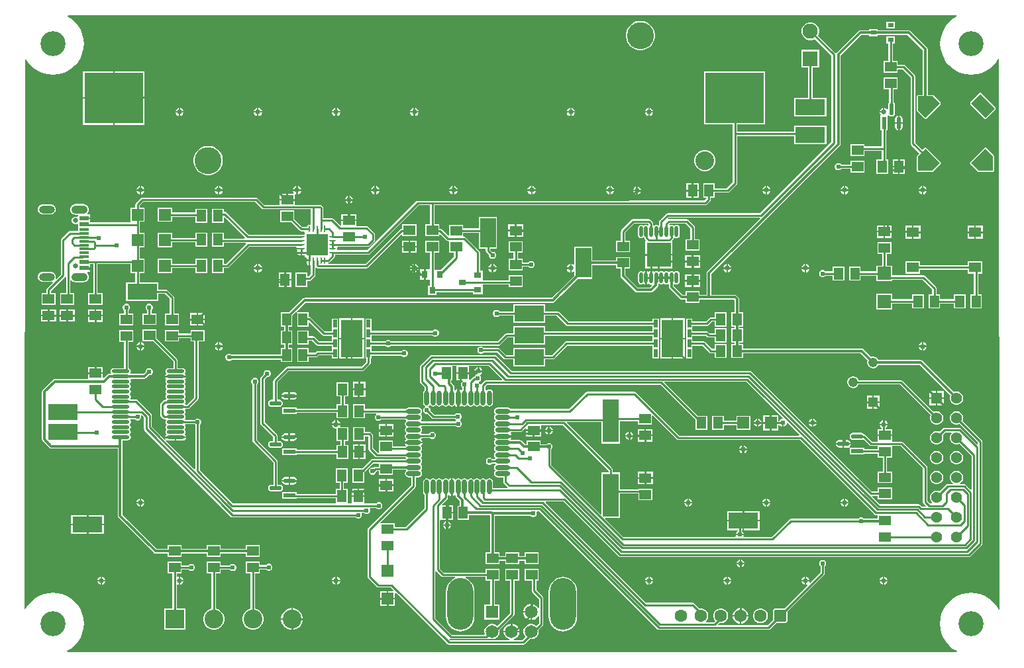
<source format=gbr>
%TF.GenerationSoftware,Altium Limited,Altium Designer,22.7.1 (60)*%
G04 Layer_Physical_Order=1*
G04 Layer_Color=255*
%FSLAX43Y43*%
%MOMM*%
%TF.SameCoordinates,9F5AA4AF-AB1A-42FA-95B2-595A31CD3D24*%
%TF.FilePolarity,Positive*%
%TF.FileFunction,Copper,L1,Top,Signal*%
%TF.Part,Single*%
G01*
G75*
%TA.AperFunction,SMDPad,CuDef*%
%ADD10O,2.300X0.450*%
%ADD11R,1.150X0.600*%
%ADD12R,1.150X0.300*%
%ADD13R,7.468X6.477*%
%ADD14R,1.200X1.500*%
%ADD15R,1.000X1.000*%
%ADD16R,1.500X1.200*%
%ADD17R,1.500X1.500*%
%ADD18O,0.600X1.900*%
%ADD19O,1.900X0.600*%
%ADD20R,2.000X5.500*%
%ADD21R,0.500X1.010*%
%ADD22R,2.780X4.780*%
%ADD23R,1.500X1.500*%
%ADD24R,1.574X0.572*%
G04:AMPARAMS|DCode=25|XSize=1.574mm|YSize=0.572mm|CornerRadius=0.286mm|HoleSize=0mm|Usage=FLASHONLY|Rotation=180.000|XOffset=0mm|YOffset=0mm|HoleType=Round|Shape=RoundedRectangle|*
%AMROUNDEDRECTD25*
21,1,1.574,0.000,0,0,180.0*
21,1,1.002,0.572,0,0,180.0*
1,1,0.572,-0.501,0.000*
1,1,0.572,0.501,0.000*
1,1,0.572,0.501,0.000*
1,1,0.572,-0.501,0.000*
%
%ADD25ROUNDEDRECTD25*%
%ADD26R,1.550X1.300*%
%ADD27R,1.680X1.700*%
%ADD28R,0.750X0.600*%
%ADD29R,3.800X2.030*%
G04:AMPARAMS|DCode=30|XSize=1.574mm|YSize=0.572mm|CornerRadius=0.286mm|HoleSize=0mm|Usage=FLASHONLY|Rotation=90.000|XOffset=0mm|YOffset=0mm|HoleType=Round|Shape=RoundedRectangle|*
%AMROUNDEDRECTD30*
21,1,1.574,0.000,0,0,90.0*
21,1,1.002,0.572,0,0,90.0*
1,1,0.572,0.000,0.501*
1,1,0.572,0.000,-0.501*
1,1,0.572,0.000,-0.501*
1,1,0.572,0.000,0.501*
%
%ADD30ROUNDEDRECTD30*%
%ADD31R,0.572X1.574*%
%ADD32R,2.800X2.800*%
G04:AMPARAMS|DCode=33|XSize=0.239mm|YSize=0.829mm|CornerRadius=0.12mm|HoleSize=0mm|Usage=FLASHONLY|Rotation=270.000|XOffset=0mm|YOffset=0mm|HoleType=Round|Shape=RoundedRectangle|*
%AMROUNDEDRECTD33*
21,1,0.239,0.590,0,0,270.0*
21,1,0.000,0.829,0,0,270.0*
1,1,0.239,-0.295,0.000*
1,1,0.239,-0.295,0.000*
1,1,0.239,0.295,0.000*
1,1,0.239,0.295,0.000*
%
%ADD33ROUNDEDRECTD33*%
G04:AMPARAMS|DCode=34|XSize=0.829mm|YSize=0.239mm|CornerRadius=0.12mm|HoleSize=0mm|Usage=FLASHONLY|Rotation=270.000|XOffset=0mm|YOffset=0mm|HoleType=Round|Shape=RoundedRectangle|*
%AMROUNDEDRECTD34*
21,1,0.829,0.000,0,0,270.0*
21,1,0.590,0.239,0,0,270.0*
1,1,0.239,0.000,-0.295*
1,1,0.239,0.000,0.295*
1,1,0.239,0.000,0.295*
1,1,0.239,0.000,-0.295*
%
%ADD34ROUNDEDRECTD34*%
%ADD35R,0.239X0.829*%
%ADD36O,0.450X1.400*%
%ADD37R,3.100X3.100*%
%ADD38R,0.900X0.800*%
%ADD39R,2.030X3.800*%
%ADD40R,0.800X0.900*%
%TA.AperFunction,Conductor*%
%ADD41C,0.254*%
%ADD42C,0.300*%
%TA.AperFunction,ComponentPad*%
%ADD43O,2.000X1.000*%
%ADD44O,2.100X1.050*%
%ADD45C,0.650*%
%ADD46C,1.650*%
%ADD47R,1.650X1.650*%
%ADD48O,3.316X6.632*%
%ADD49C,3.450*%
%ADD50C,2.388*%
%ADD51C,1.600*%
G04:AMPARAMS|DCode=52|XSize=1.6mm|YSize=1.6mm|CornerRadius=0.32mm|HoleSize=0mm|Usage=FLASHONLY|Rotation=180.000|XOffset=0mm|YOffset=0mm|HoleType=Round|Shape=RoundedRectangle|*
%AMROUNDEDRECTD52*
21,1,1.600,0.960,0,0,180.0*
21,1,0.960,1.600,0,0,180.0*
1,1,0.640,-0.480,0.480*
1,1,0.640,0.480,0.480*
1,1,0.640,0.480,-0.480*
1,1,0.640,-0.480,-0.480*
%
%ADD52ROUNDEDRECTD52*%
%ADD53R,1.425X1.425*%
%ADD54C,1.425*%
%ADD55C,1.950*%
%ADD56R,1.950X1.950*%
%TA.AperFunction,ViaPad*%
%ADD57C,3.200*%
%TA.AperFunction,ComponentPad*%
%ADD58C,1.222*%
%ADD59R,1.222X1.222*%
%ADD60C,2.400*%
%ADD61R,2.400X2.400*%
%TA.AperFunction,ViaPad*%
%ADD62C,0.610*%
%ADD63C,0.650*%
%ADD64C,0.750*%
G36*
X119258Y82345D02*
X119293Y82218D01*
X118850Y81946D01*
X118377Y81542D01*
X117973Y81070D01*
X117648Y80539D01*
X117410Y79965D01*
X117265Y79360D01*
X117216Y78740D01*
X117265Y78120D01*
X117410Y77515D01*
X117648Y76941D01*
X117973Y76410D01*
X118377Y75938D01*
X118850Y75534D01*
X119380Y75209D01*
X119955Y74971D01*
X120559Y74826D01*
X121179Y74777D01*
X121799Y74826D01*
X122404Y74971D01*
X122979Y75209D01*
X123509Y75534D01*
X123982Y75938D01*
X124386Y76410D01*
X124621Y76794D01*
X124748Y76758D01*
X124843Y6264D01*
X124718Y6239D01*
X124689Y6309D01*
X124364Y6840D01*
X123960Y7312D01*
X123488Y7716D01*
X122957Y8041D01*
X122383Y8279D01*
X121778Y8424D01*
X121158Y8473D01*
X120538Y8424D01*
X119933Y8279D01*
X119359Y8041D01*
X118828Y7716D01*
X118356Y7312D01*
X117952Y6840D01*
X117627Y6309D01*
X117389Y5735D01*
X117244Y5130D01*
X117195Y4510D01*
X117244Y3890D01*
X117389Y3285D01*
X117627Y2711D01*
X117952Y2180D01*
X118356Y1708D01*
X118828Y1304D01*
X119359Y979D01*
X119334Y855D01*
X5634Y855D01*
X5609Y979D01*
X6140Y1304D01*
X6612Y1708D01*
X7016Y2180D01*
X7341Y2711D01*
X7579Y3285D01*
X7724Y3890D01*
X7773Y4510D01*
X7724Y5130D01*
X7579Y5735D01*
X7341Y6309D01*
X7016Y6840D01*
X6612Y7312D01*
X6140Y7716D01*
X5609Y8041D01*
X5035Y8279D01*
X4430Y8424D01*
X3810Y8473D01*
X3190Y8424D01*
X2585Y8279D01*
X2011Y8041D01*
X1480Y7716D01*
X1008Y7312D01*
X604Y6840D01*
X284Y6318D01*
X278Y6317D01*
X157Y6386D01*
X252Y76741D01*
X379Y76777D01*
X604Y76410D01*
X1008Y75938D01*
X1480Y75534D01*
X2011Y75209D01*
X2585Y74971D01*
X3190Y74826D01*
X3810Y74777D01*
X4430Y74826D01*
X5035Y74971D01*
X5609Y75209D01*
X6140Y75534D01*
X6612Y75938D01*
X7016Y76410D01*
X7341Y76941D01*
X7579Y77515D01*
X7724Y78120D01*
X7773Y78740D01*
X7724Y79360D01*
X7579Y79965D01*
X7341Y80539D01*
X7016Y81070D01*
X6612Y81542D01*
X6140Y81946D01*
X5696Y82218D01*
X5732Y82345D01*
X119258Y82345D01*
D02*
G37*
%LPC*%
G36*
X111412Y81565D02*
X110360D01*
Y80663D01*
X111412D01*
Y81565D01*
D02*
G37*
G36*
X79083Y81658D02*
X78713D01*
X78351Y81586D01*
X78009Y81444D01*
X77702Y81239D01*
X77441Y80978D01*
X77236Y80670D01*
X77094Y80329D01*
X77022Y79967D01*
Y79597D01*
X77094Y79235D01*
X77236Y78893D01*
X77441Y78586D01*
X77702Y78325D01*
X78009Y78119D01*
X78351Y77978D01*
X78713Y77906D01*
X79083D01*
X79445Y77978D01*
X79787Y78119D01*
X80094Y78325D01*
X80355Y78586D01*
X80561Y78893D01*
X80702Y79235D01*
X80774Y79597D01*
Y79967D01*
X80702Y80329D01*
X80561Y80670D01*
X80355Y80978D01*
X80094Y81239D01*
X79787Y81444D01*
X79445Y81586D01*
X79083Y81658D01*
D02*
G37*
G36*
X122332Y72479D02*
X122328Y72478D01*
X122325Y72479D01*
X122271Y72454D01*
X122216Y72432D01*
X122215Y72428D01*
X122211Y72427D01*
X121059Y71175D01*
X121039Y71119D01*
X121016Y71064D01*
X121017Y71061D01*
X121016Y71057D01*
X121041Y71003D01*
X121064Y70948D01*
X122902Y69110D01*
X122906Y69108D01*
X122907Y69105D01*
X122963Y69085D01*
X123016Y69063D01*
X123018Y69062D01*
X123021Y69063D01*
X123025Y69062D01*
X123078Y69087D01*
X123133Y69110D01*
X123135Y69113D01*
X123138Y69115D01*
X124290Y70367D01*
X124311Y70423D01*
X124333Y70478D01*
X124332Y70481D01*
X124333Y70484D01*
X124308Y70538D01*
X124286Y70593D01*
X122447Y72432D01*
X122444Y72433D01*
X122442Y72436D01*
X122386Y72457D01*
X122333Y72479D01*
X122332Y72479D01*
D02*
G37*
G36*
X15522Y75219D02*
X11688D01*
Y71881D01*
X15522D01*
Y75219D01*
D02*
G37*
G36*
X11488D02*
X7654D01*
Y71881D01*
X11488D01*
Y75219D01*
D02*
G37*
G36*
X111787Y74406D02*
X109985D01*
Y72904D01*
X110703D01*
Y71194D01*
X110671Y71172D01*
X110574Y71028D01*
X110540Y70857D01*
Y70374D01*
X110413Y70329D01*
X110297Y70445D01*
X110104Y70525D01*
X110100D01*
Y70000D01*
X110000D01*
Y69900D01*
X109475D01*
Y69896D01*
X109555Y69703D01*
X109606Y69651D01*
X109599Y69524D01*
X109599Y69524D01*
X109599Y69524D01*
Y67648D01*
X109753D01*
Y65581D01*
X107555D01*
Y65849D01*
X105753D01*
Y64347D01*
X107555D01*
Y65015D01*
X109753D01*
Y63899D01*
X109085D01*
Y62097D01*
X110587D01*
Y63899D01*
X110319D01*
Y65230D01*
Y67648D01*
X110473D01*
Y69524D01*
X110473Y69524D01*
X110474Y69639D01*
X110614Y69626D01*
X110671Y69540D01*
X110815Y69443D01*
X110986Y69410D01*
X111157Y69443D01*
X111301Y69540D01*
X111398Y69685D01*
X111432Y69855D01*
Y70857D01*
X111398Y71028D01*
X111301Y71172D01*
X111269Y71194D01*
Y72904D01*
X111787D01*
Y74406D01*
D02*
G37*
G36*
X109900Y70525D02*
X109896D01*
X109703Y70445D01*
X109555Y70297D01*
X109475Y70104D01*
Y70100D01*
X109900D01*
Y70525D01*
D02*
G37*
G36*
X80104D02*
X80100D01*
Y70100D01*
X80525D01*
Y70104D01*
X80445Y70297D01*
X80297Y70445D01*
X80104Y70525D01*
D02*
G37*
G36*
X79900D02*
X79896D01*
X79703Y70445D01*
X79555Y70297D01*
X79475Y70104D01*
Y70100D01*
X79900D01*
Y70525D01*
D02*
G37*
G36*
X70104D02*
X70100D01*
Y70100D01*
X70525D01*
Y70104D01*
X70445Y70297D01*
X70297Y70445D01*
X70104Y70525D01*
D02*
G37*
G36*
X69900D02*
X69896D01*
X69703Y70445D01*
X69555Y70297D01*
X69475Y70104D01*
Y70100D01*
X69900D01*
Y70525D01*
D02*
G37*
G36*
X50104D02*
X50100D01*
Y70100D01*
X50525D01*
Y70104D01*
X50445Y70297D01*
X50297Y70445D01*
X50104Y70525D01*
D02*
G37*
G36*
X49900D02*
X49896D01*
X49703Y70445D01*
X49555Y70297D01*
X49475Y70104D01*
Y70100D01*
X49900D01*
Y70525D01*
D02*
G37*
G36*
X40104D02*
X40100D01*
Y70100D01*
X40525D01*
Y70104D01*
X40445Y70297D01*
X40297Y70445D01*
X40104Y70525D01*
D02*
G37*
G36*
X39900D02*
X39896D01*
X39703Y70445D01*
X39555Y70297D01*
X39475Y70104D01*
Y70100D01*
X39900D01*
Y70525D01*
D02*
G37*
G36*
X30104D02*
X30100D01*
Y70100D01*
X30525D01*
Y70104D01*
X30445Y70297D01*
X30297Y70445D01*
X30104Y70525D01*
D02*
G37*
G36*
X29900D02*
X29896D01*
X29703Y70445D01*
X29555Y70297D01*
X29475Y70104D01*
Y70100D01*
X29900D01*
Y70525D01*
D02*
G37*
G36*
X20104D02*
X20100D01*
Y70100D01*
X20525D01*
Y70104D01*
X20445Y70297D01*
X20297Y70445D01*
X20104Y70525D01*
D02*
G37*
G36*
X19900D02*
X19896D01*
X19703Y70445D01*
X19555Y70297D01*
X19475Y70104D01*
Y70100D01*
X19900D01*
Y70525D01*
D02*
G37*
G36*
X80525Y69900D02*
X80100D01*
Y69475D01*
X80104D01*
X80297Y69555D01*
X80445Y69703D01*
X80525Y69896D01*
Y69900D01*
D02*
G37*
G36*
X79900D02*
X79475D01*
Y69896D01*
X79555Y69703D01*
X79703Y69555D01*
X79896Y69475D01*
X79900D01*
Y69900D01*
D02*
G37*
G36*
X70525D02*
X70100D01*
Y69475D01*
X70104D01*
X70297Y69555D01*
X70445Y69703D01*
X70525Y69896D01*
Y69900D01*
D02*
G37*
G36*
X69900D02*
X69475D01*
Y69896D01*
X69555Y69703D01*
X69703Y69555D01*
X69896Y69475D01*
X69900D01*
Y69900D01*
D02*
G37*
G36*
X50525D02*
X50100D01*
Y69475D01*
X50104D01*
X50297Y69555D01*
X50445Y69703D01*
X50525Y69896D01*
Y69900D01*
D02*
G37*
G36*
X49900D02*
X49475D01*
Y69896D01*
X49555Y69703D01*
X49703Y69555D01*
X49896Y69475D01*
X49900D01*
Y69900D01*
D02*
G37*
G36*
X40525D02*
X40100D01*
Y69475D01*
X40104D01*
X40297Y69555D01*
X40445Y69703D01*
X40525Y69896D01*
Y69900D01*
D02*
G37*
G36*
X39900D02*
X39475D01*
Y69896D01*
X39555Y69703D01*
X39703Y69555D01*
X39896Y69475D01*
X39900D01*
Y69900D01*
D02*
G37*
G36*
X30525D02*
X30100D01*
Y69475D01*
X30104D01*
X30297Y69555D01*
X30445Y69703D01*
X30525Y69896D01*
Y69900D01*
D02*
G37*
G36*
X29900D02*
X29475D01*
Y69896D01*
X29555Y69703D01*
X29703Y69555D01*
X29896Y69475D01*
X29900D01*
Y69900D01*
D02*
G37*
G36*
X20525D02*
X20100D01*
Y69475D01*
X20104D01*
X20297Y69555D01*
X20445Y69703D01*
X20525Y69896D01*
Y69900D01*
D02*
G37*
G36*
X19900D02*
X19475D01*
Y69896D01*
X19555Y69703D01*
X19703Y69555D01*
X19896Y69475D01*
X19900D01*
Y69900D01*
D02*
G37*
G36*
X101748Y77960D02*
X99496D01*
Y75708D01*
X100339D01*
Y71784D01*
X98571D01*
Y69452D01*
X102673D01*
Y71784D01*
X100905D01*
Y75708D01*
X101748D01*
Y77960D01*
D02*
G37*
G36*
X100770Y81460D02*
X100474D01*
X100187Y81383D01*
X99931Y81235D01*
X99721Y81025D01*
X99573Y80769D01*
X99496Y80482D01*
Y80186D01*
X99573Y79899D01*
X99721Y79643D01*
X99931Y79433D01*
X100187Y79285D01*
X100474Y79208D01*
X100770D01*
X101057Y79285D01*
X101192Y79363D01*
X103323Y77233D01*
Y66163D01*
X94191Y57031D01*
X82391D01*
X82282Y57010D01*
X82190Y56948D01*
X81375Y56133D01*
X81314Y56041D01*
X81292Y55933D01*
Y55505D01*
X81272Y55489D01*
X81165Y55449D01*
X81072Y55511D01*
X80926Y55540D01*
X80779Y55511D01*
X80686Y55449D01*
X80580Y55489D01*
X80559Y55505D01*
Y55694D01*
X80537Y55803D01*
X80476Y55895D01*
X80184Y56186D01*
X80092Y56248D01*
X79984Y56269D01*
X77952D01*
X77844Y56248D01*
X77752Y56186D01*
X76482Y54916D01*
X76420Y54824D01*
X76399Y54716D01*
Y53533D01*
X75781D01*
Y52031D01*
X77583D01*
Y53533D01*
X76965D01*
Y54599D01*
X78069Y55703D01*
X79867D01*
X79953Y55616D01*
X79958Y55584D01*
X79947Y55537D01*
X79812Y55484D01*
X79772Y55511D01*
X79626Y55540D01*
X79479Y55511D01*
X79354Y55428D01*
X79247D01*
X79122Y55511D01*
X78976Y55540D01*
X78829Y55511D01*
X78704Y55428D01*
X78621Y55304D01*
X78592Y55157D01*
Y54207D01*
X78621Y54060D01*
X78704Y53936D01*
X78829Y53853D01*
X78976Y53824D01*
X79122Y53853D01*
X79247Y53936D01*
X79361Y53921D01*
X79380Y53906D01*
Y53881D01*
X79401Y53772D01*
X79463Y53681D01*
X79548Y53596D01*
X79501Y53482D01*
X79501D01*
Y51832D01*
X81251D01*
X83001D01*
Y53482D01*
X83001D01*
X82956Y53591D01*
X83049Y53684D01*
X83111Y53776D01*
X83132Y53885D01*
Y53890D01*
X83248Y53934D01*
X83256Y53935D01*
X83379Y53853D01*
X83526Y53824D01*
X83672Y53853D01*
X83797Y53936D01*
X83880Y54060D01*
X83909Y54207D01*
Y55157D01*
X83880Y55304D01*
X83797Y55428D01*
X83672Y55511D01*
X83526Y55540D01*
X83379Y55511D01*
X83254Y55428D01*
X83147D01*
X83022Y55511D01*
X82876Y55540D01*
X82729Y55511D01*
X82699Y55491D01*
X82560Y55546D01*
X82549Y55591D01*
X82553Y55615D01*
X82641Y55703D01*
X84693D01*
X85289Y55107D01*
Y53723D01*
X84671D01*
Y52221D01*
X86473D01*
Y53723D01*
X85855D01*
Y55224D01*
X85834Y55332D01*
X85772Y55424D01*
X85010Y56186D01*
X84918Y56248D01*
X84810Y56269D01*
X82524D01*
X82485Y56262D01*
X82422Y56379D01*
X82508Y56465D01*
X94151D01*
X94204Y56338D01*
X87455Y49589D01*
X87388Y49489D01*
X87365Y49372D01*
Y46607D01*
X86473D01*
Y47051D01*
X84671D01*
Y46607D01*
X84327D01*
X83182Y47752D01*
Y47933D01*
X83309Y47999D01*
X83379Y47953D01*
X83526Y47924D01*
X83672Y47953D01*
X83797Y48036D01*
X83880Y48160D01*
X83909Y48307D01*
Y49257D01*
X83880Y49404D01*
X83797Y49528D01*
X83672Y49611D01*
X83526Y49640D01*
X83379Y49611D01*
X83254Y49528D01*
X83147D01*
X83022Y49611D01*
X82876Y49640D01*
X82729Y49611D01*
X82604Y49528D01*
X82497D01*
X82372Y49611D01*
X82226Y49640D01*
X82079Y49611D01*
X81954Y49528D01*
X81847D01*
X81722Y49611D01*
X81576Y49640D01*
X81429Y49611D01*
X81304Y49528D01*
X81197D01*
X81072Y49611D01*
X80926Y49640D01*
X80779Y49611D01*
X80654Y49528D01*
X80543Y49590D01*
X80441Y49657D01*
X80376Y49670D01*
Y48782D01*
X80176D01*
Y49670D01*
X80110Y49657D01*
X79969Y49563D01*
X79932D01*
X79791Y49657D01*
X79726Y49670D01*
Y48782D01*
Y47894D01*
X79791Y47907D01*
X79932Y48001D01*
X79969D01*
X80110Y47907D01*
X80276Y47874D01*
X80314Y47881D01*
X80377Y47764D01*
X80148Y47536D01*
X78587D01*
X76989Y49134D01*
Y49931D01*
X77583D01*
Y51433D01*
X75781D01*
Y50989D01*
X72768D01*
Y52733D01*
X70436D01*
Y50472D01*
X70319Y50424D01*
X70297Y50445D01*
X70104Y50525D01*
X70100D01*
Y50000D01*
Y49475D01*
X70104D01*
X70297Y49555D01*
X70319Y49576D01*
X70436Y49528D01*
Y49065D01*
X68298Y46927D01*
X68283Y46917D01*
X67573Y46207D01*
X35977D01*
X35977Y46207D01*
X35859Y46184D01*
X35759Y46117D01*
X33983Y44341D01*
X32915D01*
Y42539D01*
X33360D01*
Y42031D01*
X32915D01*
Y40229D01*
X33360D01*
Y39781D01*
X32915D01*
Y38907D01*
X26638D01*
X26558Y38987D01*
X26391Y39056D01*
X26209D01*
X26042Y38987D01*
X25913Y38858D01*
X25844Y38691D01*
Y38509D01*
X25913Y38342D01*
X26042Y38213D01*
X26209Y38144D01*
X26391D01*
X26558Y38213D01*
X26638Y38293D01*
X32915D01*
Y37979D01*
X34417D01*
Y39781D01*
X33973D01*
Y40229D01*
X34417D01*
Y42031D01*
X33973D01*
Y42539D01*
X34417D01*
Y43907D01*
X34915Y44404D01*
X35015Y44325D01*
X35015Y44220D01*
Y42539D01*
X36517D01*
Y42984D01*
X36635Y43033D01*
X38238Y41430D01*
X38330Y41368D01*
X38438Y41347D01*
X39459D01*
Y40653D01*
X37806D01*
X37259Y41200D01*
X37167Y41262D01*
X37058Y41283D01*
X36517D01*
Y42031D01*
X35015D01*
Y40229D01*
X36517D01*
Y40717D01*
X36941D01*
X37488Y40170D01*
X37580Y40108D01*
X37688Y40087D01*
X39459D01*
Y39393D01*
X37665D01*
X37556Y39372D01*
X37464Y39310D01*
X37317Y39163D01*
X36517D01*
Y39781D01*
X35015D01*
Y37979D01*
X36517D01*
Y38597D01*
X37435D01*
X37543Y38618D01*
X37635Y38680D01*
X37782Y38827D01*
X39459D01*
Y38454D01*
X40261D01*
Y39714D01*
Y40974D01*
Y42234D01*
Y43546D01*
X39459D01*
Y42234D01*
Y41913D01*
X38556D01*
X36766Y43703D01*
X36674Y43764D01*
X36566Y43786D01*
X36517D01*
Y44341D01*
X35141D01*
X35031Y44341D01*
X34952Y44442D01*
X36104Y45593D01*
X67700D01*
X67817Y45616D01*
X67917Y45683D01*
X68707Y46473D01*
X68722Y46483D01*
X70870Y48631D01*
X72768D01*
Y50375D01*
X75781D01*
Y49931D01*
X76375D01*
Y49007D01*
X76398Y48890D01*
X76465Y48790D01*
X78243Y47012D01*
X78343Y46945D01*
X78460Y46922D01*
X80276D01*
X80393Y46945D01*
X80493Y47012D01*
X81105Y47624D01*
X81172Y47724D01*
X81195Y47841D01*
Y47971D01*
X81251Y48004D01*
X81322Y48024D01*
X81429Y47953D01*
X81576Y47924D01*
X81722Y47953D01*
X81847Y48036D01*
X81954D01*
X82079Y47953D01*
X82226Y47924D01*
X82372Y47953D01*
X82442Y47999D01*
X82569Y47933D01*
Y47624D01*
X82592Y47507D01*
X82659Y47407D01*
X83983Y46083D01*
X84083Y46016D01*
X84200Y45993D01*
X84671D01*
Y45549D01*
X86473D01*
Y45993D01*
X90873D01*
X90941Y45925D01*
Y44333D01*
X90497D01*
Y42531D01*
X90941D01*
Y42301D01*
X90497D01*
Y40499D01*
X90941D01*
Y40289D01*
X90497D01*
Y38487D01*
X91999D01*
Y39081D01*
X107060D01*
X107925Y38216D01*
X107877Y38036D01*
Y37836D01*
X107929Y37642D01*
X108029Y37468D01*
X108171Y37326D01*
X108345Y37226D01*
X108539Y37174D01*
X108739D01*
X108933Y37226D01*
X109107Y37326D01*
X109249Y37468D01*
X109342Y37629D01*
X114608D01*
X118516Y33721D01*
X118502Y33697D01*
X118443Y33478D01*
Y33250D01*
X118502Y33031D01*
X118616Y32834D01*
X118777Y32673D01*
X118974Y32559D01*
X119193Y32500D01*
X119421D01*
X119640Y32559D01*
X119837Y32673D01*
X119998Y32834D01*
X120112Y33031D01*
X120171Y33250D01*
Y33478D01*
X120112Y33697D01*
X119998Y33894D01*
X119837Y34055D01*
X119640Y34169D01*
X119421Y34228D01*
X119193D01*
X118974Y34169D01*
X118950Y34155D01*
X114952Y38153D01*
X114852Y38220D01*
X114735Y38243D01*
X109342D01*
X109249Y38404D01*
X109107Y38546D01*
X108933Y38646D01*
X108739Y38698D01*
X108539D01*
X108359Y38650D01*
X107404Y39605D01*
X107304Y39672D01*
X107187Y39695D01*
X91999D01*
Y40289D01*
X91555D01*
Y40499D01*
X91999D01*
Y42301D01*
X91555D01*
Y42531D01*
X91999D01*
Y44333D01*
X91555D01*
Y46052D01*
X91531Y46170D01*
X91465Y46269D01*
X91217Y46517D01*
X91117Y46584D01*
X91000Y46607D01*
X87979D01*
Y49245D01*
X104425Y65691D01*
X104492Y65791D01*
X104515Y65908D01*
Y77223D01*
X107150Y79857D01*
X108160D01*
Y79713D01*
X109212D01*
Y79857D01*
X113068D01*
X115015Y77910D01*
Y72179D01*
X114420D01*
X114304Y72132D01*
X114257Y72016D01*
Y70178D01*
X114280Y70122D01*
X114301Y70065D01*
X115203Y69113D01*
X115206Y69112D01*
X115207Y69110D01*
X115262Y69087D01*
X115318Y69062D01*
X115320Y69063D01*
X115322Y69062D01*
X115378Y69085D01*
X115434Y69107D01*
X115435Y69109D01*
X115438Y69110D01*
X117276Y70948D01*
X117299Y71004D01*
X117324Y71060D01*
X117323Y71062D01*
X117324Y71064D01*
X117301Y71120D01*
X117279Y71176D01*
X116377Y72128D01*
X116375Y72129D01*
X116374Y72132D01*
X116318Y72155D01*
X116263Y72179D01*
X116261Y72179D01*
X116258Y72179D01*
X115629D01*
Y78037D01*
X115606Y78155D01*
X115539Y78254D01*
X113412Y80381D01*
X113313Y80448D01*
X113195Y80471D01*
X109212D01*
Y80615D01*
X108160D01*
Y80471D01*
X107022D01*
X106905Y80448D01*
X106805Y80381D01*
X103991Y77567D01*
X103970Y77535D01*
X103818Y77533D01*
X103806Y77550D01*
X101593Y79764D01*
X101671Y79899D01*
X101748Y80186D01*
Y80482D01*
X101671Y80769D01*
X101523Y81025D01*
X101313Y81235D01*
X101057Y81383D01*
X100770Y81460D01*
D02*
G37*
G36*
X112036Y69563D02*
Y68686D01*
X112432D01*
Y69087D01*
X112394Y69277D01*
X112286Y69438D01*
X112126Y69545D01*
X112036Y69563D01*
D02*
G37*
G36*
X111836Y69563D02*
X111746Y69545D01*
X111586Y69438D01*
X111478Y69277D01*
X111440Y69087D01*
Y68686D01*
X111836D01*
Y69563D01*
D02*
G37*
G36*
X15522Y71681D02*
X11688D01*
Y68342D01*
X15522D01*
Y71681D01*
D02*
G37*
G36*
X11488D02*
X7654D01*
Y68342D01*
X11488D01*
Y71681D01*
D02*
G37*
G36*
X111836Y68486D02*
X111440D01*
Y68085D01*
X111478Y67895D01*
X111586Y67734D01*
X111746Y67627D01*
X111836Y67609D01*
Y68486D01*
D02*
G37*
G36*
X112432D02*
X112036D01*
Y67609D01*
X112126Y67627D01*
X112286Y67734D01*
X112394Y67895D01*
X112432Y68085D01*
Y68486D01*
D02*
G37*
G36*
X94848Y75170D02*
X87078D01*
Y68391D01*
X90712D01*
Y67211D01*
Y61013D01*
X89933Y60233D01*
X88423D01*
Y60851D01*
X86921D01*
Y59049D01*
X87317D01*
Y58880D01*
X87078Y58641D01*
X50452D01*
X50344Y58620D01*
X50252Y58558D01*
X43990Y52296D01*
X40194D01*
X40131Y52386D01*
X40119Y52423D01*
X40137Y52513D01*
X40119Y52603D01*
X40131Y52640D01*
X40194Y52730D01*
X44091D01*
X44199Y52751D01*
X44291Y52813D01*
X44878Y53400D01*
X44940Y53492D01*
X44961Y53600D01*
Y54328D01*
X44940Y54436D01*
X44878Y54528D01*
X44082Y55324D01*
X43990Y55386D01*
X43882Y55407D01*
X42580D01*
Y56040D01*
X40680D01*
Y55502D01*
X40553Y55449D01*
X39662Y56340D01*
X39570Y56402D01*
X39461Y56423D01*
X38349D01*
Y57712D01*
X38328Y57820D01*
X38266Y57912D01*
X38149Y58029D01*
X38057Y58091D01*
X37949Y58112D01*
X34706D01*
Y58648D01*
X32806D01*
Y58112D01*
X30825D01*
X29974Y58963D01*
X29882Y59025D01*
X29774Y59046D01*
X15214D01*
X15106Y59025D01*
X15014Y58963D01*
X14423Y58372D01*
X14361Y58280D01*
X14340Y58172D01*
Y57729D01*
X13722D01*
Y55927D01*
X13630Y55843D01*
X8649D01*
X8550Y55910D01*
Y56310D01*
X7775D01*
Y56510D01*
X8550D01*
Y56910D01*
X8236D01*
X8193Y57037D01*
X8207Y57048D01*
X8315Y57189D01*
X8384Y57354D01*
X8407Y57530D01*
X8384Y57706D01*
X8315Y57871D01*
X8207Y58012D01*
X8066Y58120D01*
X7901Y58189D01*
X7725Y58212D01*
X6675D01*
X6499Y58189D01*
X6334Y58120D01*
X6193Y58012D01*
X6085Y57871D01*
X6016Y57706D01*
X5993Y57530D01*
X6016Y57354D01*
X6085Y57189D01*
X6193Y57048D01*
X6334Y56940D01*
X6499Y56871D01*
X6675Y56848D01*
X7000D01*
Y56628D01*
X6873Y56544D01*
X6795Y56576D01*
X6605D01*
X6430Y56504D01*
X6296Y56370D01*
X6224Y56195D01*
Y56005D01*
X6296Y55830D01*
X6430Y55696D01*
X6605Y55624D01*
X6795D01*
X6922Y55677D01*
X7049Y55610D01*
Y54743D01*
X5985D01*
X5877Y54722D01*
X5785Y54660D01*
X4918Y53793D01*
X4856Y53701D01*
X4834Y53593D01*
Y49209D01*
X4254Y48629D01*
X4146Y48701D01*
X4154Y48720D01*
X4177Y48890D01*
X4154Y49060D01*
X4089Y49218D01*
X3984Y49354D01*
X3848Y49459D01*
X3690Y49524D01*
X3520Y49547D01*
X2520D01*
X2350Y49524D01*
X2192Y49459D01*
X2056Y49354D01*
X1951Y49218D01*
X1886Y49060D01*
X1863Y48890D01*
X1886Y48720D01*
X1951Y48562D01*
X2056Y48426D01*
X2192Y48321D01*
X2350Y48256D01*
X2520Y48233D01*
X3520D01*
X3690Y48256D01*
X3709Y48264D01*
X3781Y48156D01*
X3056Y47431D01*
X2995Y47339D01*
X2973Y47231D01*
Y46795D01*
X2356D01*
Y45293D01*
X4158D01*
Y46795D01*
X3540D01*
Y47113D01*
X5318Y48892D01*
X5345Y48931D01*
X5472Y48892D01*
Y46795D01*
X4725D01*
Y45293D01*
X6527D01*
Y46795D01*
X6038D01*
Y48401D01*
X6165Y48444D01*
X6193Y48408D01*
X6334Y48300D01*
X6499Y48231D01*
X6675Y48208D01*
X7725D01*
X7901Y48231D01*
X8066Y48300D01*
X8207Y48408D01*
X8315Y48549D01*
X8384Y48714D01*
X8407Y48890D01*
X8384Y49066D01*
X8315Y49231D01*
X8207Y49372D01*
X8193Y49383D01*
X8236Y49510D01*
X8550D01*
Y49910D01*
X7775D01*
Y50110D01*
X8550D01*
Y50510D01*
X8670Y50527D01*
X8939D01*
Y46790D01*
X8321D01*
Y45288D01*
X10123D01*
Y46790D01*
X9505D01*
Y50522D01*
X13722D01*
Y49383D01*
X14340D01*
Y48162D01*
X13163D01*
Y45830D01*
X17265D01*
Y46713D01*
X18145D01*
X18741Y46117D01*
Y44209D01*
X18123D01*
Y42707D01*
X19925D01*
Y44209D01*
X19307D01*
Y46234D01*
X19286Y46342D01*
X19224Y46434D01*
X18462Y47196D01*
X18370Y47258D01*
X18262Y47279D01*
X17265D01*
Y48162D01*
X14906D01*
Y49383D01*
X15524D01*
Y51185D01*
X14906D01*
Y52692D01*
X15524D01*
Y54494D01*
X14906D01*
Y55927D01*
X15524D01*
Y57729D01*
X14906D01*
Y58055D01*
X15331Y58480D01*
X29657D01*
X30508Y57629D01*
X30600Y57567D01*
X30708Y57546D01*
X36775D01*
Y55646D01*
X36733Y55613D01*
X36648Y55568D01*
X36566Y55584D01*
X36460Y55563D01*
X36371Y55503D01*
X36311Y55414D01*
X36290Y55308D01*
Y55296D01*
X35658D01*
X34657Y56298D01*
Y57399D01*
X32855D01*
Y55897D01*
X34256D01*
X35341Y54813D01*
X35433Y54751D01*
X35541Y54730D01*
X35941D01*
X35966Y54613D01*
X35966D01*
Y54368D01*
X35868Y54288D01*
X35861Y54289D01*
X35604D01*
X35566Y54296D01*
X28800D01*
X25963Y57134D01*
X25871Y57195D01*
X25763Y57217D01*
X25651D01*
Y57605D01*
X24149D01*
Y55803D01*
X25651D01*
Y56478D01*
X25768Y56527D01*
X28372Y53923D01*
X28319Y53796D01*
X25651D01*
Y54565D01*
X24149D01*
Y52763D01*
X25651D01*
Y53230D01*
X28439D01*
X28492Y53103D01*
X25956Y50567D01*
X25651D01*
Y51185D01*
X24149D01*
Y49383D01*
X25651D01*
Y50000D01*
X26074D01*
X26182Y50022D01*
X26274Y50083D01*
X28920Y52730D01*
X34890D01*
X34957Y52613D01*
X35566D01*
Y52413D01*
X34965D01*
X34970Y52388D01*
X35041Y52283D01*
Y52243D01*
X34970Y52138D01*
X34965Y52113D01*
X35566D01*
Y52013D01*
X35666D01*
Y51687D01*
X35861D01*
X35868Y51688D01*
X35966Y51608D01*
Y51413D01*
X36161D01*
X36241Y51315D01*
X36240Y51308D01*
Y51113D01*
X36566D01*
Y51013D01*
X36666D01*
Y50404D01*
X36783Y50337D01*
Y49254D01*
X36459Y48931D01*
X36317D01*
Y49421D01*
X34815D01*
Y47619D01*
X36317D01*
Y48364D01*
X36577D01*
X36685Y48386D01*
X36777Y48447D01*
X37266Y48936D01*
X37328Y49028D01*
X37349Y49137D01*
Y50055D01*
X37476Y50107D01*
X37514Y50070D01*
X37606Y50008D01*
X37715Y49987D01*
X43870D01*
X43978Y50008D01*
X44070Y50070D01*
X48344Y54343D01*
X48461Y54294D01*
Y54100D01*
X50263D01*
Y55602D01*
X48461D01*
Y55063D01*
X48380D01*
X48271Y55042D01*
X48179Y54980D01*
X43753Y50553D01*
X39006D01*
X38929Y50680D01*
X38955Y50730D01*
X39011D01*
X39119Y50751D01*
X39211Y50813D01*
X39766Y51368D01*
X39828Y51460D01*
X39849Y51568D01*
Y51730D01*
X44107D01*
X44215Y51751D01*
X44307Y51813D01*
X50569Y58075D01*
X52015D01*
Y55602D01*
X51397D01*
Y54100D01*
X53199D01*
Y54299D01*
X53316Y54348D01*
X54098Y53567D01*
X54190Y53505D01*
X54298Y53484D01*
X54324D01*
X54445Y53468D01*
X54445Y53357D01*
Y51966D01*
X55063D01*
Y51444D01*
X53398Y49780D01*
X52708D01*
X52697Y49780D01*
X52581Y49808D01*
Y52000D01*
X53199D01*
Y53502D01*
X51397D01*
Y52000D01*
X52015D01*
Y49928D01*
X51948Y49829D01*
X51888Y49829D01*
X51448D01*
Y49179D01*
Y48529D01*
X51888D01*
X51948Y48529D01*
X52015Y48430D01*
Y47780D01*
X51747D01*
Y46578D01*
X52849D01*
Y46946D01*
X57523D01*
Y46678D01*
X58725D01*
Y47769D01*
X58725Y47780D01*
X58753Y47896D01*
X62065D01*
Y47614D01*
X63867D01*
Y49116D01*
X62065D01*
Y48462D01*
X58753D01*
X58725Y48578D01*
X58725Y48589D01*
Y49680D01*
X58407D01*
Y51999D01*
X58386Y52107D01*
X58324Y52199D01*
X57845Y52679D01*
X57832Y52697D01*
X56562Y53967D01*
X56470Y54029D01*
X56367Y54049D01*
X56362Y54050D01*
X56247Y54090D01*
X56247Y54177D01*
Y54534D01*
X58244D01*
Y52478D01*
X59127D01*
Y52235D01*
X59148Y52127D01*
X59210Y52035D01*
X59534Y51710D01*
Y51564D01*
X59603Y51397D01*
X59732Y51268D01*
X59899Y51199D01*
X60081D01*
X60248Y51268D01*
X60377Y51397D01*
X60446Y51564D01*
Y51746D01*
X60377Y51913D01*
X60248Y52042D01*
X60081Y52111D01*
X59935D01*
X59695Y52351D01*
X59697Y52478D01*
X60576D01*
Y56580D01*
X58244D01*
Y55100D01*
X56247D01*
Y55568D01*
X54445D01*
Y54200D01*
X54318Y54148D01*
X53481Y54985D01*
X53389Y55047D01*
X53280Y55068D01*
X53199D01*
Y55602D01*
X52581D01*
Y58075D01*
X87195D01*
X87303Y58096D01*
X87395Y58158D01*
X87800Y58563D01*
X87862Y58655D01*
X87883Y58763D01*
Y59049D01*
X88423D01*
Y59667D01*
X90050D01*
X90158Y59688D01*
X90250Y59750D01*
X91196Y60695D01*
X91257Y60787D01*
X91279Y60896D01*
Y66927D01*
X98571D01*
Y65896D01*
X102673D01*
Y68228D01*
X98571D01*
Y67494D01*
X91279D01*
Y68391D01*
X94848D01*
Y75170D01*
D02*
G37*
G36*
X107555Y63749D02*
X105753D01*
Y63275D01*
X104570D01*
X104467Y63379D01*
X104299Y63448D01*
X104118D01*
X103950Y63379D01*
X103822Y63250D01*
X103752Y63083D01*
Y62901D01*
X103822Y62734D01*
X103950Y62605D01*
X104118Y62536D01*
X104299D01*
X104467Y62605D01*
X104570Y62709D01*
X105753D01*
Y62247D01*
X107555D01*
Y63749D01*
D02*
G37*
G36*
X112736Y63948D02*
X112036D01*
Y63098D01*
X112736D01*
Y63948D01*
D02*
G37*
G36*
X111836D02*
X111136D01*
Y63098D01*
X111836D01*
Y63948D01*
D02*
G37*
G36*
X87305Y65125D02*
X86951D01*
X86609Y65033D01*
X86302Y64856D01*
X86052Y64605D01*
X85875Y64299D01*
X85783Y63957D01*
Y63603D01*
X85875Y63261D01*
X86052Y62954D01*
X86302Y62704D01*
X86609Y62527D01*
X86951Y62435D01*
X87305D01*
X87647Y62527D01*
X87953Y62704D01*
X88204Y62954D01*
X88381Y63261D01*
X88472Y63603D01*
Y63957D01*
X88381Y64299D01*
X88204Y64605D01*
X87953Y64856D01*
X87647Y65033D01*
X87305Y65125D01*
D02*
G37*
G36*
X111412Y79665D02*
X110360D01*
Y78763D01*
X110603D01*
Y76506D01*
X109985D01*
Y75004D01*
X111787D01*
Y75471D01*
X112424D01*
X113446Y74449D01*
Y65946D01*
X113468Y65837D01*
X113529Y65745D01*
X114548Y64727D01*
X114301Y64467D01*
X114280Y64410D01*
X114257Y64354D01*
Y62516D01*
X114304Y62400D01*
X114420Y62353D01*
X116258D01*
X116261Y62353D01*
X116263Y62353D01*
X116318Y62377D01*
X116374Y62400D01*
X116375Y62403D01*
X116377Y62404D01*
X117279Y63356D01*
X117301Y63412D01*
X117324Y63468D01*
X117323Y63470D01*
X117324Y63472D01*
X117299Y63528D01*
X117276Y63584D01*
X115438Y65422D01*
X115435Y65423D01*
X115434Y65425D01*
X115378Y65447D01*
X115324Y65469D01*
X115322Y65470D01*
X115320Y65469D01*
X115318Y65470D01*
X115263Y65445D01*
X115207Y65422D01*
X115206Y65420D01*
X115203Y65419D01*
X115000Y65204D01*
X114873Y65203D01*
X114013Y66063D01*
Y74566D01*
X113991Y74674D01*
X113930Y74766D01*
X112741Y75955D01*
X112649Y76016D01*
X112541Y76038D01*
X111787D01*
Y76506D01*
X111169D01*
Y78763D01*
X111412D01*
Y79665D01*
D02*
G37*
G36*
X123018Y65470D02*
X122962Y65447D01*
X122906Y65425D01*
X122905Y65423D01*
X122902Y65422D01*
X121064Y63584D01*
X121041Y63528D01*
X121016Y63472D01*
X121017Y63470D01*
X121016Y63468D01*
X121039Y63412D01*
X121061Y63356D01*
X121963Y62404D01*
X121965Y62403D01*
X121966Y62400D01*
X122022Y62377D01*
X122077Y62353D01*
X122079Y62353D01*
X122082Y62353D01*
X123920D01*
X124036Y62400D01*
X124083Y62516D01*
Y64354D01*
X124060Y64410D01*
X124039Y64467D01*
X123137Y65419D01*
X123134Y65420D01*
X123133Y65422D01*
X123078Y65445D01*
X123022Y65470D01*
X123020Y65469D01*
X123018Y65470D01*
D02*
G37*
G36*
X112736Y62898D02*
X112036D01*
Y62048D01*
X112736D01*
Y62898D01*
D02*
G37*
G36*
X111836D02*
X111136D01*
Y62048D01*
X111836D01*
Y62898D01*
D02*
G37*
G36*
X23838Y65656D02*
X23468D01*
X23106Y65584D01*
X22764Y65442D01*
X22457Y65237D01*
X22196Y64976D01*
X21991Y64668D01*
X21849Y64327D01*
X21777Y63965D01*
Y63595D01*
X21849Y63233D01*
X21991Y62891D01*
X22196Y62584D01*
X22457Y62323D01*
X22764Y62117D01*
X23106Y61976D01*
X23468Y61904D01*
X23838D01*
X24200Y61976D01*
X24542Y62117D01*
X24849Y62323D01*
X25110Y62584D01*
X25316Y62891D01*
X25457Y63233D01*
X25529Y63595D01*
Y63965D01*
X25457Y64327D01*
X25316Y64668D01*
X25110Y64976D01*
X24849Y65237D01*
X24542Y65442D01*
X24200Y65584D01*
X23838Y65656D01*
D02*
G37*
G36*
X115104Y60525D02*
X115100D01*
Y60100D01*
X115525D01*
Y60104D01*
X115445Y60297D01*
X115297Y60445D01*
X115104Y60525D01*
D02*
G37*
G36*
X114900D02*
X114896D01*
X114703Y60445D01*
X114555Y60297D01*
X114475Y60104D01*
Y60100D01*
X114900D01*
Y60525D01*
D02*
G37*
G36*
X105104D02*
X105100D01*
Y60100D01*
X105525D01*
Y60104D01*
X105445Y60297D01*
X105297Y60445D01*
X105104Y60525D01*
D02*
G37*
G36*
X104900D02*
X104896D01*
X104703Y60445D01*
X104555Y60297D01*
X104475Y60104D01*
Y60100D01*
X104900D01*
Y60525D01*
D02*
G37*
G36*
X95104D02*
X95100D01*
Y60100D01*
X95525D01*
Y60104D01*
X95445Y60297D01*
X95297Y60445D01*
X95104Y60525D01*
D02*
G37*
G36*
X94900D02*
X94896D01*
X94703Y60445D01*
X94555Y60297D01*
X94475Y60104D01*
Y60100D01*
X94900D01*
Y60525D01*
D02*
G37*
G36*
X75104D02*
X75100D01*
Y60100D01*
X75525D01*
Y60104D01*
X75445Y60297D01*
X75297Y60445D01*
X75104Y60525D01*
D02*
G37*
G36*
X74900D02*
X74896D01*
X74703Y60445D01*
X74555Y60297D01*
X74475Y60104D01*
Y60100D01*
X74900D01*
Y60525D01*
D02*
G37*
G36*
X65104D02*
X65100D01*
Y60100D01*
X65525D01*
Y60104D01*
X65445Y60297D01*
X65297Y60445D01*
X65104Y60525D01*
D02*
G37*
G36*
X64900D02*
X64896D01*
X64703Y60445D01*
X64555Y60297D01*
X64475Y60104D01*
Y60100D01*
X64900D01*
Y60525D01*
D02*
G37*
G36*
X55104D02*
X55100D01*
Y60100D01*
X55525D01*
Y60104D01*
X55445Y60297D01*
X55297Y60445D01*
X55104Y60525D01*
D02*
G37*
G36*
X54900D02*
X54896D01*
X54703Y60445D01*
X54555Y60297D01*
X54475Y60104D01*
Y60100D01*
X54900D01*
Y60525D01*
D02*
G37*
G36*
X45104D02*
X45100D01*
Y60100D01*
X45525D01*
Y60104D01*
X45445Y60297D01*
X45297Y60445D01*
X45104Y60525D01*
D02*
G37*
G36*
X44900D02*
X44896D01*
X44703Y60445D01*
X44555Y60297D01*
X44475Y60104D01*
Y60100D01*
X44900D01*
Y60525D01*
D02*
G37*
G36*
X35104D02*
X35100D01*
Y60100D01*
X35525D01*
Y60104D01*
X35445Y60297D01*
X35297Y60445D01*
X35104Y60525D01*
D02*
G37*
G36*
X34900D02*
X34896D01*
X34703Y60445D01*
X34555Y60297D01*
X34475Y60104D01*
Y60100D01*
X34900D01*
Y60525D01*
D02*
G37*
G36*
X25104D02*
X25100D01*
Y60100D01*
X25525D01*
Y60104D01*
X25445Y60297D01*
X25297Y60445D01*
X25104Y60525D01*
D02*
G37*
G36*
X24900D02*
X24896D01*
X24703Y60445D01*
X24555Y60297D01*
X24475Y60104D01*
Y60100D01*
X24900D01*
Y60525D01*
D02*
G37*
G36*
X15104D02*
X15100D01*
Y60100D01*
X15525D01*
Y60104D01*
X15445Y60297D01*
X15297Y60445D01*
X15104Y60525D01*
D02*
G37*
G36*
X14900D02*
X14896D01*
X14703Y60445D01*
X14555Y60297D01*
X14475Y60104D01*
Y60100D01*
X14900D01*
Y60525D01*
D02*
G37*
G36*
X86372Y60900D02*
X85672D01*
Y60050D01*
X86372D01*
Y60900D01*
D02*
G37*
G36*
X85472D02*
X84772D01*
Y60050D01*
X85472D01*
Y60900D01*
D02*
G37*
G36*
X78560Y60455D02*
X78560D01*
Y60050D01*
X78965D01*
Y60050D01*
X78888Y60236D01*
X78746Y60378D01*
X78560Y60455D01*
D02*
G37*
G36*
X78360D02*
X78360D01*
X78174Y60378D01*
X78032Y60236D01*
X77955Y60050D01*
Y60050D01*
X78360D01*
Y60455D01*
D02*
G37*
G36*
X115525Y59900D02*
X115100D01*
Y59475D01*
X115104D01*
X115297Y59555D01*
X115445Y59703D01*
X115525Y59896D01*
Y59900D01*
D02*
G37*
G36*
X114900D02*
X114475D01*
Y59896D01*
X114555Y59703D01*
X114703Y59555D01*
X114896Y59475D01*
X114900D01*
Y59900D01*
D02*
G37*
G36*
X105525D02*
X105100D01*
Y59475D01*
X105104D01*
X105297Y59555D01*
X105445Y59703D01*
X105525Y59896D01*
Y59900D01*
D02*
G37*
G36*
X104900D02*
X104475D01*
Y59896D01*
X104555Y59703D01*
X104703Y59555D01*
X104896Y59475D01*
X104900D01*
Y59900D01*
D02*
G37*
G36*
X95525D02*
X95100D01*
Y59475D01*
X95104D01*
X95297Y59555D01*
X95445Y59703D01*
X95525Y59896D01*
Y59900D01*
D02*
G37*
G36*
X94900D02*
X94475D01*
Y59896D01*
X94555Y59703D01*
X94703Y59555D01*
X94896Y59475D01*
X94900D01*
Y59900D01*
D02*
G37*
G36*
X75525D02*
X75100D01*
Y59475D01*
X75104D01*
X75297Y59555D01*
X75445Y59703D01*
X75525Y59896D01*
Y59900D01*
D02*
G37*
G36*
X74900D02*
X74475D01*
Y59896D01*
X74555Y59703D01*
X74703Y59555D01*
X74896Y59475D01*
X74900D01*
Y59900D01*
D02*
G37*
G36*
X65525D02*
X65100D01*
Y59475D01*
X65104D01*
X65297Y59555D01*
X65445Y59703D01*
X65525Y59896D01*
Y59900D01*
D02*
G37*
G36*
X64900D02*
X64475D01*
Y59896D01*
X64555Y59703D01*
X64703Y59555D01*
X64896Y59475D01*
X64900D01*
Y59900D01*
D02*
G37*
G36*
X55525D02*
X55100D01*
Y59475D01*
X55104D01*
X55297Y59555D01*
X55445Y59703D01*
X55525Y59896D01*
Y59900D01*
D02*
G37*
G36*
X54900D02*
X54475D01*
Y59896D01*
X54555Y59703D01*
X54703Y59555D01*
X54896Y59475D01*
X54900D01*
Y59900D01*
D02*
G37*
G36*
X45525D02*
X45100D01*
Y59475D01*
X45104D01*
X45297Y59555D01*
X45445Y59703D01*
X45525Y59896D01*
Y59900D01*
D02*
G37*
G36*
X44900D02*
X44475D01*
Y59896D01*
X44555Y59703D01*
X44703Y59555D01*
X44896Y59475D01*
X44900D01*
Y59900D01*
D02*
G37*
G36*
X35525D02*
X35100D01*
Y59475D01*
X35104D01*
X35297Y59555D01*
X35445Y59703D01*
X35525Y59896D01*
Y59900D01*
D02*
G37*
G36*
X34900D02*
X34475D01*
Y59896D01*
X34555Y59703D01*
X34583Y59675D01*
X34530Y59548D01*
X33856D01*
Y58848D01*
X34706D01*
Y59416D01*
X34833Y59501D01*
X34896Y59475D01*
X34900D01*
Y59900D01*
D02*
G37*
G36*
X25525D02*
X25100D01*
Y59475D01*
X25104D01*
X25297Y59555D01*
X25445Y59703D01*
X25525Y59896D01*
Y59900D01*
D02*
G37*
G36*
X24900D02*
X24475D01*
Y59896D01*
X24555Y59703D01*
X24703Y59555D01*
X24896Y59475D01*
X24900D01*
Y59900D01*
D02*
G37*
G36*
X15525D02*
X15100D01*
Y59475D01*
X15104D01*
X15297Y59555D01*
X15445Y59703D01*
X15525Y59896D01*
Y59900D01*
D02*
G37*
G36*
X14900D02*
X14475D01*
Y59896D01*
X14555Y59703D01*
X14703Y59555D01*
X14896Y59475D01*
X14900D01*
Y59900D01*
D02*
G37*
G36*
X78965Y59850D02*
X78560D01*
Y59445D01*
X78560D01*
X78746Y59522D01*
X78888Y59664D01*
X78965Y59850D01*
Y59850D01*
D02*
G37*
G36*
X78360D02*
X77955D01*
Y59850D01*
X78032Y59664D01*
X78174Y59522D01*
X78360Y59445D01*
X78360D01*
Y59850D01*
D02*
G37*
G36*
X86372Y59850D02*
X85672D01*
Y59000D01*
X86372D01*
Y59850D01*
D02*
G37*
G36*
X85472D02*
X84772D01*
Y59000D01*
X85472D01*
Y59850D01*
D02*
G37*
G36*
X41730Y59268D02*
X41730D01*
Y58863D01*
X42135D01*
Y58863D01*
X42058Y59049D01*
X41916Y59191D01*
X41730Y59268D01*
D02*
G37*
G36*
X41530D02*
X41530D01*
X41344Y59191D01*
X41202Y59049D01*
X41125Y58863D01*
Y58863D01*
X41530D01*
Y59268D01*
D02*
G37*
G36*
X33656Y59548D02*
X32806D01*
Y58848D01*
X33656D01*
Y59548D01*
D02*
G37*
G36*
X42135Y58663D02*
X41730D01*
Y58258D01*
X41730D01*
X41916Y58335D01*
X42058Y58477D01*
X42135Y58663D01*
Y58663D01*
D02*
G37*
G36*
X41530D02*
X41125D01*
Y58663D01*
X41202Y58477D01*
X41344Y58335D01*
X41530Y58258D01*
X41530D01*
Y58663D01*
D02*
G37*
G36*
X3520Y58187D02*
X2520D01*
X2350Y58164D01*
X2192Y58099D01*
X2056Y57994D01*
X1951Y57858D01*
X1886Y57700D01*
X1863Y57530D01*
X1886Y57360D01*
X1951Y57202D01*
X2056Y57066D01*
X2192Y56961D01*
X2350Y56896D01*
X2520Y56873D01*
X3520D01*
X3690Y56896D01*
X3848Y56961D01*
X3984Y57066D01*
X4089Y57202D01*
X4154Y57360D01*
X4177Y57530D01*
X4154Y57700D01*
X4089Y57858D01*
X3984Y57994D01*
X3848Y58099D01*
X3690Y58164D01*
X3520Y58187D01*
D02*
G37*
G36*
X42580Y56940D02*
X41730D01*
Y56240D01*
X42580D01*
Y56940D01*
D02*
G37*
G36*
X41530D02*
X40680D01*
Y56240D01*
X41530D01*
Y56940D01*
D02*
G37*
G36*
X19024Y57729D02*
X17222D01*
Y55927D01*
X19024D01*
Y56545D01*
X22049D01*
Y55803D01*
X23551D01*
Y57605D01*
X22049D01*
Y57111D01*
X19024D01*
Y57729D01*
D02*
G37*
G36*
X63916Y55617D02*
X63066D01*
Y54917D01*
X63916D01*
Y55617D01*
D02*
G37*
G36*
X62866D02*
X62016D01*
Y54917D01*
X62866D01*
Y55617D01*
D02*
G37*
G36*
X111034Y55479D02*
X110184D01*
Y54779D01*
X111034D01*
Y55479D01*
D02*
G37*
G36*
X109984D02*
X109134D01*
Y54779D01*
X109984D01*
Y55479D01*
D02*
G37*
G36*
X122654Y55459D02*
X121779D01*
Y54709D01*
X122654D01*
Y55459D01*
D02*
G37*
G36*
X121579D02*
X120704D01*
Y54709D01*
X121579D01*
Y55459D01*
D02*
G37*
G36*
X114704D02*
X113829D01*
Y54709D01*
X114704D01*
Y55459D01*
D02*
G37*
G36*
X113629D02*
X112754D01*
Y54709D01*
X113629D01*
Y55459D01*
D02*
G37*
G36*
X63916Y54717D02*
X63066D01*
Y54017D01*
X63916D01*
Y54717D01*
D02*
G37*
G36*
X62866D02*
X62016D01*
Y54017D01*
X62866D01*
Y54717D01*
D02*
G37*
G36*
X111034Y54579D02*
X110184D01*
Y53879D01*
X111034D01*
Y54579D01*
D02*
G37*
G36*
X109984D02*
X109134D01*
Y53879D01*
X109984D01*
Y54579D01*
D02*
G37*
G36*
X23551Y54565D02*
X22049D01*
Y53876D01*
X19024D01*
Y54494D01*
X17222D01*
Y52692D01*
X19024D01*
Y53310D01*
X22049D01*
Y52763D01*
X23551D01*
Y54565D01*
D02*
G37*
G36*
X122654Y54509D02*
X121779D01*
Y53759D01*
X122654D01*
Y54509D01*
D02*
G37*
G36*
X121579D02*
X120704D01*
Y53759D01*
X121579D01*
Y54509D01*
D02*
G37*
G36*
X114704D02*
X113829D01*
Y53759D01*
X114704D01*
Y54509D01*
D02*
G37*
G36*
X113629D02*
X112754D01*
Y53759D01*
X113629D01*
Y54509D01*
D02*
G37*
G36*
X50312Y53551D02*
X49462D01*
Y52851D01*
X50312D01*
Y53551D01*
D02*
G37*
G36*
X49262D02*
X48412D01*
Y52851D01*
X49262D01*
Y53551D01*
D02*
G37*
G36*
X50312Y52651D02*
X49462D01*
Y51951D01*
X50312D01*
Y52651D01*
D02*
G37*
G36*
X49262D02*
X48412D01*
Y51951D01*
X49262D01*
Y52651D01*
D02*
G37*
G36*
X35466Y51913D02*
X34965D01*
X34970Y51888D01*
X35041Y51783D01*
X35146Y51712D01*
X35271Y51687D01*
X35466D01*
Y51913D01*
D02*
G37*
G36*
X86522Y51672D02*
X85672D01*
Y50972D01*
X86522D01*
Y51672D01*
D02*
G37*
G36*
X85472D02*
X84622D01*
Y50972D01*
X85472D01*
Y51672D01*
D02*
G37*
G36*
X23551Y51185D02*
X22049D01*
Y50567D01*
X19024D01*
Y51185D01*
X17222D01*
Y49383D01*
X19024D01*
Y50000D01*
X22049D01*
Y49383D01*
X23551D01*
Y51185D01*
D02*
G37*
G36*
X36466Y50913D02*
X36240D01*
Y50718D01*
X36265Y50593D01*
X36336Y50488D01*
X36441Y50417D01*
X36466Y50412D01*
Y50913D01*
D02*
G37*
G36*
X122605Y50910D02*
X120753D01*
Y50392D01*
X114655D01*
Y50910D01*
X112803D01*
Y49308D01*
X114655D01*
Y49825D01*
X120753D01*
Y49308D01*
X121519D01*
Y46644D01*
X121051D01*
Y44842D01*
X122553D01*
Y46644D01*
X122086D01*
Y49308D01*
X122605D01*
Y50910D01*
D02*
G37*
G36*
X100104Y50525D02*
X100100D01*
Y50100D01*
X100525D01*
Y50104D01*
X100445Y50297D01*
X100297Y50445D01*
X100104Y50525D01*
D02*
G37*
G36*
X99900D02*
X99896D01*
X99703Y50445D01*
X99555Y50297D01*
X99475Y50104D01*
Y50100D01*
X99900D01*
Y50525D01*
D02*
G37*
G36*
X90104D02*
X90100D01*
Y50100D01*
X90525D01*
Y50104D01*
X90445Y50297D01*
X90297Y50445D01*
X90104Y50525D01*
D02*
G37*
G36*
X89900D02*
X89896D01*
X89703Y50445D01*
X89555Y50297D01*
X89475Y50104D01*
Y50100D01*
X89900D01*
Y50525D01*
D02*
G37*
G36*
X69900D02*
X69896D01*
X69703Y50445D01*
X69555Y50297D01*
X69475Y50104D01*
Y50100D01*
X69900D01*
Y50525D01*
D02*
G37*
G36*
X60104D02*
X60100D01*
Y50100D01*
X60525D01*
Y50104D01*
X60445Y50297D01*
X60297Y50445D01*
X60104Y50525D01*
D02*
G37*
G36*
X59900D02*
X59896D01*
X59703Y50445D01*
X59555Y50297D01*
X59475Y50104D01*
Y50100D01*
X59900D01*
Y50525D01*
D02*
G37*
G36*
X50104D02*
X50100D01*
Y50100D01*
X50525D01*
Y50104D01*
X50445Y50297D01*
X50297Y50445D01*
X50104Y50525D01*
D02*
G37*
G36*
X49900D02*
X49896D01*
X49703Y50445D01*
X49555Y50297D01*
X49475Y50104D01*
Y50100D01*
X49900D01*
Y50525D01*
D02*
G37*
G36*
X30104D02*
X30100D01*
Y50100D01*
X30525D01*
Y50104D01*
X30445Y50297D01*
X30297Y50445D01*
X30104Y50525D01*
D02*
G37*
G36*
X29900D02*
X29896D01*
X29703Y50445D01*
X29555Y50297D01*
X29475Y50104D01*
Y50100D01*
X29900D01*
Y50525D01*
D02*
G37*
G36*
X86522Y50772D02*
X85672D01*
Y50072D01*
X86522D01*
Y50772D01*
D02*
G37*
G36*
X85472D02*
X84622D01*
Y50072D01*
X85472D01*
Y50772D01*
D02*
G37*
G36*
X63867Y53468D02*
X62065D01*
Y51966D01*
X62683D01*
Y51216D01*
X62065D01*
Y49714D01*
X63867D01*
Y50182D01*
X64569D01*
X64672Y50078D01*
X64839Y50009D01*
X65021D01*
X65188Y50078D01*
X65317Y50207D01*
X65386Y50374D01*
Y50556D01*
X65317Y50723D01*
X65188Y50852D01*
X65021Y50921D01*
X64839D01*
X64672Y50852D01*
X64569Y50748D01*
X63867D01*
Y51216D01*
X63249D01*
Y51966D01*
X63867D01*
Y53468D01*
D02*
G37*
G36*
X83001Y51632D02*
X81351D01*
Y49982D01*
X83001D01*
Y51632D01*
D02*
G37*
G36*
X81151D02*
X79501D01*
Y49982D01*
X81151D01*
Y51632D01*
D02*
G37*
G36*
X110985Y53330D02*
X109183D01*
Y51828D01*
X109801D01*
Y50324D01*
X109093D01*
Y49594D01*
X107059D01*
Y50212D01*
X105557D01*
Y48410D01*
X107059D01*
Y49027D01*
X109093D01*
Y48322D01*
X111075D01*
Y48519D01*
X114966D01*
X116185Y47301D01*
Y46644D01*
X115717D01*
Y44842D01*
X117219D01*
Y45459D01*
X118951D01*
Y44842D01*
X120453D01*
Y46644D01*
X118951D01*
Y46026D01*
X117219D01*
Y46644D01*
X116752D01*
Y47418D01*
X116730Y47526D01*
X116669Y47618D01*
X115284Y49003D01*
X115192Y49064D01*
X115084Y49086D01*
X111075D01*
Y50324D01*
X110368D01*
Y51828D01*
X110985D01*
Y53330D01*
D02*
G37*
G36*
X104959Y50212D02*
X103457D01*
Y49583D01*
X102561D01*
X102458Y49687D01*
X102291Y49756D01*
X102109D01*
X101942Y49687D01*
X101813Y49558D01*
X101744Y49391D01*
Y49209D01*
X101813Y49042D01*
X101942Y48913D01*
X102109Y48844D01*
X102291D01*
X102458Y48913D01*
X102561Y49017D01*
X103457D01*
Y48410D01*
X104959D01*
Y50212D01*
D02*
G37*
G36*
X79526Y49670D02*
X79460Y49657D01*
X79358Y49590D01*
X79247Y49528D01*
X79122Y49611D01*
X78976Y49640D01*
X78829Y49611D01*
X78704Y49528D01*
X78621Y49404D01*
X78592Y49257D01*
Y48307D01*
X78621Y48160D01*
X78704Y48036D01*
X78829Y47953D01*
X78976Y47924D01*
X79122Y47953D01*
X79247Y48036D01*
X79358Y47974D01*
X79460Y47907D01*
X79526Y47894D01*
Y48782D01*
Y49670D01*
D02*
G37*
G36*
X100525Y49900D02*
X100100D01*
Y49475D01*
X100104D01*
X100297Y49555D01*
X100445Y49703D01*
X100525Y49896D01*
Y49900D01*
D02*
G37*
G36*
X99900D02*
X99475D01*
Y49896D01*
X99555Y49703D01*
X99703Y49555D01*
X99896Y49475D01*
X99900D01*
Y49900D01*
D02*
G37*
G36*
X90525D02*
X90100D01*
Y49475D01*
X90104D01*
X90297Y49555D01*
X90445Y49703D01*
X90525Y49896D01*
Y49900D01*
D02*
G37*
G36*
X89900D02*
X89475D01*
Y49896D01*
X89555Y49703D01*
X89703Y49555D01*
X89896Y49475D01*
X89900D01*
Y49900D01*
D02*
G37*
G36*
X69900D02*
X69475D01*
Y49896D01*
X69555Y49703D01*
X69703Y49555D01*
X69896Y49475D01*
X69900D01*
Y49900D01*
D02*
G37*
G36*
X60525D02*
X60100D01*
Y49475D01*
X60104D01*
X60297Y49555D01*
X60445Y49703D01*
X60525Y49896D01*
Y49900D01*
D02*
G37*
G36*
X59900D02*
X59475D01*
Y49896D01*
X59555Y49703D01*
X59703Y49555D01*
X59896Y49475D01*
X59900D01*
Y49900D01*
D02*
G37*
G36*
X50525D02*
X50100D01*
Y49475D01*
X50104D01*
X50297Y49555D01*
X50445Y49703D01*
X50525Y49896D01*
Y49900D01*
D02*
G37*
G36*
X49900D02*
X49475D01*
Y49896D01*
X49555Y49703D01*
X49703Y49555D01*
X49896Y49475D01*
X49900D01*
Y49900D01*
D02*
G37*
G36*
X30525D02*
X30100D01*
Y49475D01*
X30104D01*
X30297Y49555D01*
X30445Y49703D01*
X30525Y49896D01*
Y49900D01*
D02*
G37*
G36*
X29900D02*
X29475D01*
Y49896D01*
X29555Y49703D01*
X29703Y49555D01*
X29896Y49475D01*
X29900D01*
Y49900D01*
D02*
G37*
G36*
X51248Y49829D02*
X50748D01*
Y49279D01*
X51248D01*
Y49829D01*
D02*
G37*
G36*
X34266Y49470D02*
X33566D01*
Y48620D01*
X34266D01*
Y49470D01*
D02*
G37*
G36*
X33366D02*
X32666D01*
Y48620D01*
X33366D01*
Y49470D01*
D02*
G37*
G36*
X51248Y49079D02*
X50748D01*
Y48529D01*
X51248D01*
Y49079D01*
D02*
G37*
G36*
X86522Y49200D02*
X85672D01*
Y48500D01*
X86522D01*
Y49200D01*
D02*
G37*
G36*
X85472D02*
X84622D01*
Y48500D01*
X85472D01*
Y49200D01*
D02*
G37*
G36*
X86522Y48300D02*
X85672D01*
Y47600D01*
X86522D01*
Y48300D01*
D02*
G37*
G36*
X85472D02*
X84622D01*
Y47600D01*
X85472D01*
Y48300D01*
D02*
G37*
G36*
X34266Y48420D02*
X33566D01*
Y47570D01*
X34266D01*
Y48420D01*
D02*
G37*
G36*
X33366D02*
X32666D01*
Y47570D01*
X33366D01*
Y48420D01*
D02*
G37*
G36*
X111075Y46744D02*
X109093D01*
Y44742D01*
X111075D01*
Y45459D01*
X113617D01*
Y44842D01*
X115119D01*
Y46644D01*
X113617D01*
Y46026D01*
X111075D01*
Y46744D01*
D02*
G37*
G36*
X66751Y45366D02*
X62649D01*
Y44483D01*
X60861D01*
X60758Y44587D01*
X60591Y44656D01*
X60409D01*
X60242Y44587D01*
X60113Y44458D01*
X60044Y44291D01*
Y44109D01*
X60113Y43942D01*
X60242Y43813D01*
X60409Y43744D01*
X60591D01*
X60758Y43813D01*
X60861Y43917D01*
X62649D01*
Y43034D01*
X66751D01*
Y43917D01*
X68183D01*
X69410Y42690D01*
X69502Y42628D01*
X69610Y42607D01*
X80459D01*
Y41913D01*
X66751D01*
Y42566D01*
X62649D01*
Y41683D01*
X61800D01*
X61692Y41662D01*
X61600Y41600D01*
X60653Y40653D01*
X46999D01*
X46896Y40757D01*
X46729Y40826D01*
X46547D01*
X46380Y40757D01*
X46277Y40653D01*
X44541D01*
Y41417D01*
X52339D01*
X52442Y41313D01*
X52609Y41244D01*
X52791D01*
X52958Y41313D01*
X53087Y41442D01*
X53156Y41609D01*
Y41791D01*
X53087Y41958D01*
X52958Y42087D01*
X52791Y42156D01*
X52609D01*
X52442Y42087D01*
X52339Y41983D01*
X44541D01*
Y43546D01*
X43739D01*
Y42234D01*
Y40974D01*
Y39714D01*
Y38454D01*
X43857D01*
Y37995D01*
X43245Y37383D01*
X33789D01*
X33681Y37362D01*
X33589Y37300D01*
X32039Y35751D01*
X31978Y35659D01*
X31956Y35551D01*
Y33152D01*
X31739D01*
X31568Y33118D01*
X31424Y33021D01*
X31327Y32877D01*
X31293Y32706D01*
X31327Y32535D01*
X31424Y32391D01*
X31568Y32294D01*
X31739Y32260D01*
X32741D01*
X32911Y32294D01*
X33056Y32391D01*
X33153Y32535D01*
X33186Y32706D01*
X33153Y32877D01*
X33056Y33021D01*
X32911Y33118D01*
X32741Y33152D01*
X32523D01*
Y35433D01*
X33906Y36817D01*
X43362D01*
X43470Y36838D01*
X43562Y36900D01*
X44340Y37678D01*
X44402Y37770D01*
X44423Y37878D01*
Y38454D01*
X44541D01*
Y38817D01*
X48339D01*
X48442Y38713D01*
X48609Y38644D01*
X48791D01*
X48958Y38713D01*
X49087Y38842D01*
X49156Y39009D01*
Y39191D01*
X49087Y39358D01*
X48958Y39487D01*
X48791Y39556D01*
X48609D01*
X48442Y39487D01*
X48339Y39383D01*
X44541D01*
Y40087D01*
X46277D01*
X46380Y39983D01*
X46547Y39914D01*
X46729D01*
X46896Y39983D01*
X46999Y40087D01*
X60770D01*
X60878Y40108D01*
X60970Y40170D01*
X61917Y41117D01*
X62649D01*
Y40234D01*
X66751D01*
Y41347D01*
X80459D01*
Y40653D01*
X69470D01*
X69362Y40632D01*
X69270Y40570D01*
X67583Y38883D01*
X66751D01*
Y39766D01*
X62649D01*
Y38883D01*
X61736D01*
X60919Y39700D01*
X60827Y39762D01*
X60718Y39783D01*
X58861D01*
X58758Y39887D01*
X58591Y39956D01*
X58409D01*
X58242Y39887D01*
X58113Y39758D01*
X58044Y39591D01*
Y39409D01*
X58113Y39242D01*
X58242Y39113D01*
X58409Y39044D01*
X58591D01*
X58758Y39113D01*
X58861Y39217D01*
X60601D01*
X61418Y38400D01*
X61510Y38338D01*
X61618Y38317D01*
X62649D01*
Y37434D01*
X66751D01*
Y38317D01*
X67700D01*
X67808Y38338D01*
X67900Y38400D01*
X69587Y40087D01*
X80459D01*
Y39714D01*
Y38454D01*
X81261D01*
Y39714D01*
Y40974D01*
Y42234D01*
Y43546D01*
X80459D01*
Y43173D01*
X69727D01*
X68500Y44400D01*
X68408Y44462D01*
X68300Y44483D01*
X66751D01*
Y45366D01*
D02*
G37*
G36*
X6576Y44744D02*
X5726D01*
Y44044D01*
X6576D01*
Y44744D01*
D02*
G37*
G36*
X4207D02*
X3357D01*
Y44044D01*
X4207D01*
Y44744D01*
D02*
G37*
G36*
X3157D02*
X2307D01*
Y44044D01*
X3157D01*
Y44744D01*
D02*
G37*
G36*
X5526D02*
X4676D01*
Y44044D01*
X5526D01*
Y44744D01*
D02*
G37*
G36*
X10172Y44739D02*
X9322D01*
Y44039D01*
X10172D01*
Y44739D01*
D02*
G37*
G36*
X9122D02*
X8272D01*
Y44039D01*
X9122D01*
Y44739D01*
D02*
G37*
G36*
X23234Y44258D02*
X22384D01*
Y43558D01*
X23234D01*
Y44258D01*
D02*
G37*
G36*
X22184D02*
X21334D01*
Y43558D01*
X22184D01*
Y44258D01*
D02*
G37*
G36*
X89899Y44333D02*
X88397D01*
Y43715D01*
X87926D01*
X87818Y43694D01*
X87726Y43632D01*
X87267Y43173D01*
X85541D01*
Y43546D01*
X84739D01*
Y42234D01*
Y40974D01*
Y39714D01*
Y38454D01*
X85541D01*
Y39714D01*
Y40087D01*
X86827D01*
X87726Y39188D01*
X87818Y39126D01*
X87926Y39105D01*
X88397D01*
Y38487D01*
X89899D01*
Y40289D01*
X88397D01*
Y39671D01*
X88043D01*
X87144Y40570D01*
X87052Y40632D01*
X86944Y40653D01*
X85541D01*
Y41347D01*
X87253D01*
X87400Y41200D01*
X87492Y41138D01*
X87600Y41117D01*
X88397D01*
Y40499D01*
X89899D01*
Y42301D01*
X88397D01*
Y41683D01*
X87717D01*
X87570Y41830D01*
X87478Y41892D01*
X87370Y41913D01*
X85541D01*
Y42607D01*
X87384D01*
X87492Y42628D01*
X87584Y42690D01*
X88043Y43149D01*
X88397D01*
Y42531D01*
X89899D01*
Y44333D01*
D02*
G37*
G36*
X6576Y43844D02*
X5726D01*
Y43144D01*
X6576D01*
Y43844D01*
D02*
G37*
G36*
X5526D02*
X4676D01*
Y43144D01*
X5526D01*
Y43844D01*
D02*
G37*
G36*
X4207D02*
X3357D01*
Y43144D01*
X4207D01*
Y43844D01*
D02*
G37*
G36*
X3157D02*
X2307D01*
Y43144D01*
X3157D01*
Y43844D01*
D02*
G37*
G36*
X10172Y43839D02*
X9322D01*
Y43139D01*
X10172D01*
Y43839D01*
D02*
G37*
G36*
X9122D02*
X8272D01*
Y43139D01*
X9122D01*
Y43839D01*
D02*
G37*
G36*
X16194Y45445D02*
X16013D01*
X15845Y45376D01*
X15717Y45247D01*
X15648Y45080D01*
Y44898D01*
X15717Y44731D01*
X15820Y44628D01*
Y44225D01*
X15231D01*
Y42723D01*
X17033D01*
Y44225D01*
X16387D01*
Y44628D01*
X16490Y44731D01*
X16559Y44898D01*
Y45080D01*
X16490Y45247D01*
X16362Y45376D01*
X16194Y45445D01*
D02*
G37*
G36*
X13273D02*
X13091D01*
X12924Y45376D01*
X12795Y45247D01*
X12726Y45080D01*
Y44898D01*
X12795Y44731D01*
X12899Y44628D01*
Y44191D01*
X12281D01*
Y42689D01*
X14083D01*
Y44191D01*
X13465D01*
Y44628D01*
X13569Y44731D01*
X13638Y44898D01*
Y45080D01*
X13569Y45247D01*
X13440Y45376D01*
X13273Y45445D01*
D02*
G37*
G36*
X23234Y43358D02*
X22384D01*
Y42658D01*
X23234D01*
Y43358D01*
D02*
G37*
G36*
X22184D02*
X21334D01*
Y42658D01*
X22184D01*
Y43358D01*
D02*
G37*
G36*
X23185Y42109D02*
X21383D01*
Y41641D01*
X19925D01*
Y42109D01*
X18123D01*
Y40607D01*
X19925D01*
Y41075D01*
X21383D01*
Y40607D01*
X21851D01*
Y33460D01*
X20932Y32540D01*
X20749D01*
X20733Y32561D01*
X20693Y32667D01*
X20755Y32760D01*
X20784Y32907D01*
X20755Y33054D01*
X20672Y33178D01*
Y33286D01*
X20755Y33410D01*
X20784Y33557D01*
X20755Y33704D01*
X20672Y33828D01*
Y33936D01*
X20755Y34060D01*
X20784Y34207D01*
X20755Y34354D01*
X20672Y34478D01*
Y34586D01*
X20755Y34710D01*
X20784Y34857D01*
X20755Y35004D01*
X20672Y35128D01*
Y35236D01*
X20755Y35360D01*
X20784Y35507D01*
X20755Y35654D01*
X20672Y35778D01*
X20734Y35890D01*
X20801Y35991D01*
X20814Y36057D01*
X19476D01*
X18138D01*
X18151Y35991D01*
X18218Y35890D01*
X18280Y35778D01*
X18197Y35654D01*
X18168Y35507D01*
X18197Y35360D01*
X18280Y35236D01*
Y35128D01*
X18197Y35004D01*
X18168Y34857D01*
X18197Y34710D01*
X18280Y34586D01*
Y34478D01*
X18197Y34354D01*
X18168Y34207D01*
X18197Y34060D01*
X18280Y33936D01*
Y33828D01*
X18197Y33704D01*
X18168Y33557D01*
X18197Y33410D01*
X18280Y33286D01*
Y33268D01*
X18168Y33153D01*
X18112D01*
X18004Y33131D01*
X17912Y33070D01*
X17590Y32748D01*
X17529Y32656D01*
X17507Y32548D01*
Y31211D01*
X17529Y31103D01*
X17590Y31011D01*
X17845Y30757D01*
X17937Y30695D01*
X18045Y30674D01*
X18203D01*
X18219Y30653D01*
X18259Y30547D01*
X18197Y30454D01*
X18168Y30307D01*
X18197Y30160D01*
X18280Y30036D01*
Y29928D01*
X18197Y29804D01*
X18168Y29657D01*
X18197Y29510D01*
X18280Y29386D01*
Y29278D01*
X18197Y29154D01*
X18168Y29007D01*
X18197Y28860D01*
X18280Y28736D01*
X18218Y28624D01*
X18151Y28523D01*
X18138Y28457D01*
X19476D01*
X20814D01*
X20801Y28523D01*
X20734Y28624D01*
X20672Y28736D01*
X20755Y28860D01*
X20784Y29007D01*
X20755Y29154D01*
X20672Y29278D01*
Y29386D01*
X20755Y29510D01*
X20784Y29657D01*
X20755Y29804D01*
X20693Y29897D01*
X20733Y30003D01*
X20749Y30024D01*
X21923D01*
X22001Y29946D01*
Y24293D01*
X21884Y24244D01*
X18211Y27917D01*
X18204Y27930D01*
X18282Y28025D01*
X18309Y28007D01*
X18385Y27957D01*
X18551Y27924D01*
X19376D01*
Y28257D01*
X18138D01*
X18151Y28191D01*
X18201Y28115D01*
X18219Y28088D01*
X18124Y28010D01*
X18111Y28017D01*
X16415Y29713D01*
Y31197D01*
X16394Y31305D01*
X16332Y31397D01*
X14622Y33107D01*
X14530Y33169D01*
X14422Y33190D01*
X13749D01*
X13733Y33211D01*
X13693Y33317D01*
X13755Y33410D01*
X13784Y33557D01*
X13755Y33704D01*
X13672Y33828D01*
Y33936D01*
X13755Y34060D01*
X13784Y34207D01*
X13755Y34354D01*
X13672Y34478D01*
Y34586D01*
X13755Y34710D01*
X13784Y34857D01*
X13755Y35004D01*
X13672Y35128D01*
Y35236D01*
X13755Y35360D01*
X13784Y35507D01*
X13755Y35654D01*
X13709Y35723D01*
X13775Y35850D01*
X15510D01*
X15627Y35873D01*
X15727Y35940D01*
X16082Y36295D01*
X16194D01*
X16362Y36364D01*
X16490Y36492D01*
X16559Y36660D01*
Y36841D01*
X16490Y37009D01*
X16362Y37137D01*
X16194Y37207D01*
X16013D01*
X15845Y37137D01*
X15717Y37009D01*
X15648Y36841D01*
Y36729D01*
X15383Y36464D01*
X13775D01*
X13709Y36591D01*
X13755Y36660D01*
X13784Y36807D01*
X13755Y36954D01*
X13672Y37078D01*
X13548Y37161D01*
X13465Y37178D01*
Y40589D01*
X14083D01*
Y42091D01*
X12281D01*
Y40589D01*
X12899D01*
Y37190D01*
X11551D01*
X11404Y37161D01*
X11280Y37078D01*
X11197Y36954D01*
X11168Y36807D01*
X11197Y36660D01*
X11243Y36591D01*
X11177Y36464D01*
X10979D01*
X10862Y36441D01*
X10762Y36374D01*
X10299Y35911D01*
X10172Y35964D01*
Y36482D01*
X8272D01*
Y35814D01*
X4038D01*
X3920Y35791D01*
X3821Y35724D01*
X2483Y34386D01*
X2416Y34287D01*
X2393Y34169D01*
Y28084D01*
X2416Y27967D01*
X2483Y27867D01*
X3367Y26983D01*
X3467Y26916D01*
X3584Y26893D01*
X12093D01*
Y18300D01*
X12116Y18183D01*
X12183Y18083D01*
X16693Y13573D01*
X16793Y13506D01*
X16910Y13483D01*
X18457D01*
Y13039D01*
X20259D01*
Y13483D01*
X23457D01*
Y13039D01*
X25259D01*
Y13483D01*
X28457D01*
Y13039D01*
X30259D01*
Y14541D01*
X28457D01*
Y14097D01*
X25259D01*
Y14541D01*
X23457D01*
Y14097D01*
X20259D01*
Y14541D01*
X18457D01*
Y14097D01*
X17037D01*
X12707Y18427D01*
Y27200D01*
Y27974D01*
X13401D01*
X13548Y28003D01*
X13672Y28086D01*
X13755Y28210D01*
X13784Y28357D01*
X13755Y28504D01*
X13672Y28628D01*
Y28736D01*
X13755Y28860D01*
X13784Y29007D01*
X13755Y29154D01*
X13672Y29278D01*
Y29386D01*
X13755Y29510D01*
X13784Y29657D01*
X13755Y29804D01*
X13672Y29928D01*
Y30036D01*
X13755Y30160D01*
X13784Y30307D01*
X13755Y30454D01*
X13693Y30547D01*
X13733Y30653D01*
X13749Y30674D01*
X14262D01*
X14365Y30570D01*
X14532Y30501D01*
X14714D01*
X14881Y30570D01*
X15010Y30699D01*
X15079Y30866D01*
Y31048D01*
X15044Y31131D01*
X15152Y31203D01*
X15444Y30912D01*
Y29427D01*
X15465Y29319D01*
X15527Y29227D01*
X26537Y18217D01*
X26629Y18155D01*
X26737Y18134D01*
X42460D01*
X42563Y18030D01*
X42730Y17961D01*
X42912D01*
X43079Y18030D01*
X43208Y18159D01*
X43277Y18326D01*
Y18508D01*
X43243Y18590D01*
X43328Y18717D01*
X43539D01*
X43642Y18613D01*
X43809Y18544D01*
X43991D01*
X44158Y18613D01*
X44287Y18742D01*
X44356Y18909D01*
Y19091D01*
X44315Y19190D01*
X44394Y19317D01*
X45107D01*
X45220Y19203D01*
X45387Y19134D01*
X45569D01*
X45736Y19203D01*
X45865Y19332D01*
X45934Y19499D01*
Y19681D01*
X45865Y19848D01*
X45736Y19977D01*
X45569Y20046D01*
X45387D01*
X45220Y19977D01*
X45127Y19883D01*
X43748D01*
X43621Y19884D01*
X43621Y20010D01*
Y20734D01*
X42821D01*
X42021D01*
X42021Y19884D01*
X41894Y19883D01*
X41578D01*
X41472Y19933D01*
X41472Y20010D01*
Y21735D01*
X41004D01*
Y22548D01*
X41472D01*
Y24350D01*
X39970D01*
Y22548D01*
X40438D01*
Y21735D01*
X39970D01*
Y21117D01*
X34968D01*
Y21337D01*
X33092D01*
Y20463D01*
X34968D01*
Y20551D01*
X39970D01*
X39970Y19933D01*
X39864Y19883D01*
X26817D01*
X22568Y24133D01*
Y29946D01*
X22671Y30049D01*
X22740Y30216D01*
Y30398D01*
X22671Y30565D01*
X22543Y30694D01*
X22375Y30763D01*
X22194D01*
X22026Y30694D01*
X21923Y30590D01*
X20749D01*
X20733Y30611D01*
X20693Y30717D01*
X20755Y30810D01*
X20784Y30957D01*
X20755Y31104D01*
X20672Y31228D01*
Y31336D01*
X20755Y31460D01*
X20784Y31607D01*
X20755Y31754D01*
X20693Y31847D01*
X20733Y31953D01*
X20749Y31974D01*
X21049D01*
X21157Y31995D01*
X21249Y32057D01*
X22335Y33142D01*
X22396Y33234D01*
X22418Y33342D01*
Y40607D01*
X23185D01*
Y42109D01*
D02*
G37*
G36*
X84590Y43590D02*
X83100D01*
Y41100D01*
X84590D01*
Y43590D01*
D02*
G37*
G36*
X43590D02*
X42100D01*
Y41100D01*
X43590D01*
Y43590D01*
D02*
G37*
G36*
X41900D02*
X40410D01*
Y41100D01*
X41900D01*
Y43590D01*
D02*
G37*
G36*
X82900D02*
X81410D01*
Y41100D01*
X82900D01*
Y43590D01*
D02*
G37*
G36*
X115104Y40525D02*
X115100D01*
Y40100D01*
X115525D01*
Y40104D01*
X115445Y40297D01*
X115297Y40445D01*
X115104Y40525D01*
D02*
G37*
G36*
X114900D02*
X114896D01*
X114703Y40445D01*
X114555Y40297D01*
X114475Y40104D01*
Y40100D01*
X114900D01*
Y40525D01*
D02*
G37*
G36*
X25104D02*
X25100D01*
Y40100D01*
X25525D01*
Y40104D01*
X25445Y40297D01*
X25297Y40445D01*
X25104Y40525D01*
D02*
G37*
G36*
X24900D02*
X24896D01*
X24703Y40445D01*
X24555Y40297D01*
X24475Y40104D01*
Y40100D01*
X24900D01*
Y40525D01*
D02*
G37*
G36*
X15104D02*
X15100D01*
Y40100D01*
X15525D01*
Y40104D01*
X15445Y40297D01*
X15297Y40445D01*
X15104Y40525D01*
D02*
G37*
G36*
X14900D02*
X14896D01*
X14703Y40445D01*
X14555Y40297D01*
X14475Y40104D01*
Y40100D01*
X14900D01*
Y40525D01*
D02*
G37*
G36*
X115525Y39900D02*
X115100D01*
Y39475D01*
X115104D01*
X115297Y39555D01*
X115445Y39703D01*
X115525Y39896D01*
Y39900D01*
D02*
G37*
G36*
X114900D02*
X114475D01*
Y39896D01*
X114555Y39703D01*
X114703Y39555D01*
X114896Y39475D01*
X114900D01*
Y39900D01*
D02*
G37*
G36*
X25525D02*
X25100D01*
Y39475D01*
X25104D01*
X25297Y39555D01*
X25445Y39703D01*
X25525Y39896D01*
Y39900D01*
D02*
G37*
G36*
X24900D02*
X24475D01*
Y39896D01*
X24555Y39703D01*
X24703Y39555D01*
X24896Y39475D01*
X24900D01*
Y39900D01*
D02*
G37*
G36*
X15525D02*
X15100D01*
Y39475D01*
X15104D01*
X15297Y39555D01*
X15445Y39703D01*
X15525Y39896D01*
Y39900D01*
D02*
G37*
G36*
X14900D02*
X14475D01*
Y39896D01*
X14555Y39703D01*
X14703Y39555D01*
X14896Y39475D01*
X14900D01*
Y39900D01*
D02*
G37*
G36*
X84590Y40900D02*
X83100D01*
Y38410D01*
X84590D01*
Y40900D01*
D02*
G37*
G36*
X82900D02*
X81410D01*
Y38410D01*
X82900D01*
Y40900D01*
D02*
G37*
G36*
X43590D02*
X42100D01*
Y38410D01*
X43590D01*
Y40900D01*
D02*
G37*
G36*
X41900D02*
X40410D01*
Y38410D01*
X41900D01*
Y40900D01*
D02*
G37*
G36*
X58300Y37305D02*
X58300D01*
Y36900D01*
X58705D01*
Y36900D01*
X58628Y37086D01*
X58486Y37228D01*
X58300Y37305D01*
D02*
G37*
G36*
X58100D02*
X58100D01*
X57914Y37228D01*
X57772Y37086D01*
X57695Y36900D01*
Y36900D01*
X58100D01*
Y37305D01*
D02*
G37*
G36*
X10172Y37382D02*
X9322D01*
Y36682D01*
X10172D01*
Y37382D01*
D02*
G37*
G36*
X9122D02*
X8272D01*
Y36682D01*
X9122D01*
Y37382D01*
D02*
G37*
G36*
X17033Y42125D02*
X15231D01*
Y40623D01*
X16632D01*
X19193Y38063D01*
Y37190D01*
X18551D01*
X18404Y37161D01*
X18280Y37078D01*
X18197Y36954D01*
X18168Y36807D01*
X18197Y36660D01*
X18280Y36536D01*
X18218Y36424D01*
X18151Y36323D01*
X18138Y36257D01*
X19476D01*
X20814D01*
X20801Y36323D01*
X20734Y36424D01*
X20672Y36536D01*
X20755Y36660D01*
X20784Y36807D01*
X20755Y36954D01*
X20672Y37078D01*
X20548Y37161D01*
X20401Y37190D01*
X19759D01*
Y38180D01*
X19738Y38288D01*
X19676Y38380D01*
X17033Y41024D01*
Y42125D01*
D02*
G37*
G36*
X60320Y38883D02*
X52200D01*
X52092Y38862D01*
X52000Y38800D01*
X50800Y37600D01*
X50738Y37508D01*
X50717Y37400D01*
Y35500D01*
X50738Y35392D01*
X50800Y35300D01*
X51317Y34783D01*
Y34395D01*
X51275Y34367D01*
X51175Y34218D01*
X51140Y34042D01*
Y32742D01*
X51175Y32566D01*
X51275Y32417D01*
X51386Y32342D01*
X51386Y32213D01*
X51383Y32204D01*
X51342Y32187D01*
X51213Y32058D01*
X51144Y31891D01*
Y31709D01*
X51213Y31542D01*
X51342Y31413D01*
X51509Y31344D01*
X51655D01*
X52215Y30785D01*
X52307Y30723D01*
X52415Y30702D01*
X55224D01*
X55319Y30606D01*
X55326Y30564D01*
X55325Y30462D01*
X55239Y30375D01*
X50903D01*
X50875Y30417D01*
X50858Y30428D01*
Y30556D01*
X50875Y30567D01*
X50975Y30716D01*
X51010Y30892D01*
X50975Y31068D01*
X50875Y31217D01*
X50858Y31228D01*
Y31355D01*
X50875Y31367D01*
X50975Y31516D01*
X51010Y31692D01*
X50975Y31868D01*
X50875Y32017D01*
X50726Y32117D01*
X50550Y32152D01*
X49250D01*
X49074Y32117D01*
X48925Y32017D01*
X48897Y31975D01*
X43685D01*
Y32593D01*
X42183D01*
Y30791D01*
X43685D01*
Y31409D01*
X45104D01*
X45135Y31308D01*
X45137Y31282D01*
X45013Y31158D01*
X44944Y30991D01*
Y30809D01*
X45013Y30642D01*
X45142Y30513D01*
X45309Y30444D01*
X45491D01*
X45658Y30513D01*
X45757Y30613D01*
X48894D01*
X48923Y30569D01*
X48942Y30538D01*
Y30428D01*
X48925Y30417D01*
X48825Y30268D01*
X48790Y30092D01*
X48825Y29916D01*
X48923Y29769D01*
X48942Y29738D01*
Y29646D01*
X48923Y29615D01*
X48825Y29468D01*
X48790Y29292D01*
X48825Y29116D01*
X48925Y28967D01*
X48942Y28955D01*
Y28828D01*
X48925Y28817D01*
X48825Y28668D01*
X48790Y28492D01*
X48825Y28316D01*
X48925Y28167D01*
Y28154D01*
X48883Y28042D01*
X48779Y27887D01*
X48760Y27792D01*
X49900D01*
X51040D01*
X51021Y27887D01*
X50917Y28042D01*
X50875Y28154D01*
Y28167D01*
X50939Y28263D01*
X51993D01*
X52042Y28213D01*
X52209Y28144D01*
X52391D01*
X52558Y28213D01*
X52687Y28342D01*
X52756Y28509D01*
Y28691D01*
X52687Y28858D01*
X52558Y28987D01*
X52391Y29056D01*
X52209D01*
X52042Y28987D01*
X51913Y28858D01*
X51901Y28829D01*
X50898D01*
X50860Y28956D01*
X50875Y28967D01*
X50975Y29116D01*
X51010Y29292D01*
X50975Y29468D01*
X50877Y29615D01*
X50858Y29646D01*
Y29700D01*
X50963Y29809D01*
X55239D01*
X55342Y29705D01*
X55509Y29636D01*
X55691D01*
X55858Y29705D01*
X55987Y29834D01*
X56056Y30001D01*
Y30183D01*
X55987Y30350D01*
X55866Y30471D01*
X55859Y30513D01*
X55860Y30615D01*
X55972Y30727D01*
X56041Y30894D01*
Y31076D01*
X55972Y31243D01*
X55843Y31372D01*
X55676Y31441D01*
X55494D01*
X55327Y31372D01*
X55224Y31268D01*
X52532D01*
X52056Y31745D01*
Y31891D01*
X51987Y32058D01*
X51858Y32187D01*
X51817Y32204D01*
X51814Y32213D01*
X51814Y32342D01*
X51925Y32417D01*
X51937Y32434D01*
X52063D01*
X52075Y32417D01*
X52224Y32317D01*
X52400Y32282D01*
X52576Y32317D01*
X52725Y32417D01*
X52736Y32434D01*
X52863D01*
X52875Y32417D01*
X53024Y32317D01*
X53200Y32282D01*
X53376Y32317D01*
X53523Y32415D01*
X53554Y32434D01*
X53646D01*
X53677Y32415D01*
X53824Y32317D01*
X54000Y32282D01*
X54176Y32317D01*
X54325Y32417D01*
X54336Y32434D01*
X54464D01*
X54475Y32417D01*
X54624Y32317D01*
X54800Y32282D01*
X54976Y32317D01*
X55125Y32417D01*
X55138D01*
X55250Y32375D01*
X55405Y32271D01*
X55500Y32252D01*
Y33392D01*
Y34532D01*
X55405Y34513D01*
X55250Y34409D01*
X55220Y34398D01*
X55107Y34433D01*
Y34842D01*
X55084Y34959D01*
X55017Y35059D01*
X54712Y35364D01*
Y35681D01*
X54861D01*
Y37483D01*
X54978Y37507D01*
X55410D01*
Y36682D01*
X56210D01*
X57010D01*
Y37507D01*
X59493D01*
X61231Y35768D01*
X61183Y35650D01*
X59177D01*
X59069Y35629D01*
X58977Y35567D01*
X58600Y35190D01*
X58562Y35133D01*
X58439Y35131D01*
X58423Y35137D01*
X58377Y35248D01*
X58281Y35344D01*
X58290Y35466D01*
X58301Y35490D01*
X58339Y35505D01*
X58468Y35634D01*
X58537Y35801D01*
Y35983D01*
X58468Y36150D01*
X58414Y36204D01*
X58443Y36354D01*
X58486Y36372D01*
X58628Y36514D01*
X58705Y36700D01*
Y36700D01*
X57695D01*
Y36700D01*
X57772Y36514D01*
X57856Y36430D01*
X57828Y36281D01*
X57823Y36279D01*
X57694Y36150D01*
X57677Y36107D01*
X57649D01*
X57540Y36086D01*
X57448Y36024D01*
X57137Y35713D01*
X57010Y35765D01*
Y36482D01*
X56210D01*
X55410D01*
Y35632D01*
X56161D01*
X56186Y35505D01*
X56142Y35487D01*
X56013Y35358D01*
X55944Y35191D01*
Y35009D01*
X56013Y34842D01*
X56117Y34739D01*
Y34477D01*
X55990Y34394D01*
X55950Y34409D01*
X55795Y34513D01*
X55700Y34532D01*
Y33392D01*
Y32252D01*
X55795Y32271D01*
X55950Y32375D01*
X56062Y32417D01*
X56075D01*
X56224Y32317D01*
X56400Y32282D01*
X56576Y32317D01*
X56725Y32417D01*
X56736Y32434D01*
X56863D01*
X56875Y32417D01*
X57024Y32317D01*
X57200Y32282D01*
X57376Y32317D01*
X57523Y32415D01*
X57554Y32434D01*
X57646D01*
X57677Y32415D01*
X57824Y32317D01*
X58000Y32282D01*
X58176Y32317D01*
X58325Y32417D01*
X58336Y32434D01*
X58464D01*
X58475Y32417D01*
X58624Y32317D01*
X58800Y32282D01*
X58976Y32317D01*
X59125Y32417D01*
X59137Y32434D01*
X59264D01*
X59275Y32417D01*
X59424Y32317D01*
X59600Y32282D01*
X59776Y32317D01*
X59925Y32417D01*
X60025Y32566D01*
X60060Y32742D01*
Y34042D01*
X60025Y34218D01*
X59925Y34367D01*
X59776Y34467D01*
X59600Y34502D01*
X59424Y34467D01*
X59275Y34367D01*
X59152Y34389D01*
X59083Y34455D01*
Y34872D01*
X59295Y35084D01*
X81438D01*
X85898Y30624D01*
X85970Y30576D01*
Y29300D01*
X87472D01*
Y31102D01*
X86275D01*
X86248Y31108D01*
X86215D01*
X81952Y35371D01*
X82001Y35489D01*
X92411D01*
X97077Y30822D01*
X97028Y30705D01*
X97000D01*
X96814Y30628D01*
X96672Y30486D01*
X96638Y30404D01*
X96511Y30429D01*
Y31151D01*
X95661D01*
Y30201D01*
Y29251D01*
X96511D01*
Y29971D01*
X96638Y29996D01*
X96672Y29914D01*
X96814Y29772D01*
X97000Y29695D01*
X97000D01*
Y30200D01*
X97200D01*
Y29695D01*
X97200D01*
X97386Y29772D01*
X97528Y29914D01*
X97605Y30100D01*
Y30128D01*
X97722Y30177D01*
X99214Y28685D01*
X99166Y28567D01*
X83865D01*
X78332Y34100D01*
X78240Y34162D01*
X78132Y34183D01*
X72100D01*
X71992Y34162D01*
X71900Y34100D01*
X69775Y31975D01*
X62303D01*
X62275Y32017D01*
X62126Y32117D01*
X61950Y32152D01*
X60650D01*
X60474Y32117D01*
X60325Y32017D01*
X60225Y31868D01*
X60190Y31692D01*
X60225Y31516D01*
X60325Y31367D01*
X60342Y31355D01*
Y31228D01*
X60325Y31217D01*
X60225Y31068D01*
X60190Y30892D01*
X60225Y30716D01*
X60325Y30567D01*
X60342Y30556D01*
Y30428D01*
X60325Y30417D01*
X60225Y30268D01*
X60190Y30092D01*
X60225Y29916D01*
X60323Y29769D01*
X60342Y29738D01*
Y29646D01*
X60323Y29615D01*
X60225Y29468D01*
X60190Y29292D01*
X60225Y29116D01*
X60325Y28967D01*
Y28954D01*
X60283Y28842D01*
X60179Y28687D01*
X60160Y28592D01*
X61300D01*
X62440D01*
X62421Y28687D01*
X62317Y28842D01*
X62302Y28882D01*
X62385Y29009D01*
X63551D01*
X63659Y29030D01*
X63751Y29092D01*
X64185Y29525D01*
X64302Y29476D01*
Y29350D01*
X65252D01*
X66202D01*
Y29918D01*
X68981D01*
X74817Y24083D01*
Y23851D01*
X73949D01*
Y18525D01*
X73832Y18476D01*
X67483Y24824D01*
Y26789D01*
X67587Y26892D01*
X67656Y27059D01*
Y27241D01*
X67587Y27408D01*
X67458Y27537D01*
X67291Y27606D01*
X67109D01*
X66942Y27537D01*
X66862Y27457D01*
X66153D01*
Y27901D01*
X64351D01*
Y27457D01*
X64179D01*
X63727Y27909D01*
X63627Y27976D01*
X63510Y27999D01*
X62341D01*
X62306Y28112D01*
X62317Y28142D01*
X62421Y28297D01*
X62440Y28392D01*
X61300D01*
X60160D01*
X60179Y28297D01*
X60283Y28142D01*
X60325Y28030D01*
Y28017D01*
X60225Y27868D01*
X60190Y27692D01*
X60225Y27516D01*
X60325Y27367D01*
X60342Y27355D01*
Y27229D01*
X60325Y27217D01*
X60225Y27068D01*
X60190Y26892D01*
X60225Y26716D01*
X60325Y26567D01*
X60342Y26556D01*
Y26428D01*
X60325Y26417D01*
X60225Y26268D01*
X60190Y26092D01*
X60225Y25916D01*
X60323Y25769D01*
X60342Y25738D01*
Y25689D01*
X60242Y25579D01*
X59965D01*
X59858Y25687D01*
X59691Y25756D01*
X59509D01*
X59342Y25687D01*
X59213Y25558D01*
X59144Y25391D01*
Y25209D01*
X59213Y25042D01*
X59342Y24913D01*
X59509Y24844D01*
X59691D01*
X59858Y24913D01*
X59957Y25013D01*
X60294D01*
X60323Y24969D01*
X60342Y24938D01*
Y24828D01*
X60325Y24817D01*
X60225Y24668D01*
X60190Y24492D01*
X60225Y24316D01*
X60325Y24167D01*
X60342Y24156D01*
Y24028D01*
X60325Y24017D01*
X60225Y23868D01*
X60190Y23692D01*
X60225Y23516D01*
X60325Y23367D01*
X60474Y23267D01*
X60650Y23232D01*
X61389D01*
Y22628D01*
X61411Y22519D01*
X61472Y22427D01*
X61889Y22010D01*
X61860Y21909D01*
X61841Y21883D01*
X60060D01*
Y22642D01*
X60025Y22818D01*
X59925Y22967D01*
X59776Y23067D01*
X59600Y23102D01*
X59424Y23067D01*
X59275Y22967D01*
X59264Y22950D01*
X59137D01*
X59125Y22967D01*
X58976Y23067D01*
X58800Y23102D01*
X58624Y23067D01*
X58475Y22967D01*
X58464Y22950D01*
X58336D01*
X58325Y22967D01*
X58176Y23067D01*
X58000Y23102D01*
X57824Y23067D01*
X57677Y22969D01*
X57646Y22950D01*
X57554D01*
X57523Y22969D01*
X57376Y23067D01*
X57200Y23102D01*
X57024Y23067D01*
X56875Y22967D01*
X56863Y22950D01*
X56736D01*
X56725Y22967D01*
X56576Y23067D01*
X56400Y23102D01*
X56224Y23067D01*
X56075Y22967D01*
X56063Y22950D01*
X55936D01*
X55925Y22967D01*
X55776Y23067D01*
X55600Y23102D01*
X55424Y23067D01*
X55275Y22967D01*
X55262D01*
X55150Y23009D01*
X54995Y23113D01*
X54900Y23132D01*
Y21992D01*
Y20852D01*
X54995Y20871D01*
X55150Y20975D01*
X55180Y20986D01*
X55293Y20951D01*
Y20834D01*
X55316Y20717D01*
X55383Y20617D01*
X55801Y20199D01*
Y19595D01*
X55503D01*
Y17793D01*
X57005D01*
Y18387D01*
X59693D01*
Y13601D01*
X59099D01*
Y12099D01*
X60901D01*
Y12543D01*
X61599D01*
Y12099D01*
X63401D01*
Y12543D01*
X64099D01*
Y12099D01*
X65901D01*
Y13601D01*
X64099D01*
Y13157D01*
X63401D01*
Y13601D01*
X61599D01*
Y13157D01*
X60901D01*
Y13601D01*
X60307D01*
Y18293D01*
X64862D01*
X64942Y18213D01*
X65109Y18144D01*
X65291D01*
X65458Y18213D01*
X65587Y18342D01*
X65656Y18509D01*
Y18691D01*
X65621Y18775D01*
X65706Y18902D01*
X65934D01*
X81041Y3795D01*
X81133Y3733D01*
X81241Y3712D01*
X88598D01*
X88604Y3713D01*
X95276D01*
X95385Y3734D01*
X95477Y3796D01*
X96234Y4553D01*
X96300Y4540D01*
X97260D01*
X97444Y4576D01*
X97600Y4680D01*
X97704Y4836D01*
X97740Y5020D01*
Y5980D01*
X97727Y6046D01*
X102400Y10720D01*
X102462Y10812D01*
X102483Y10920D01*
Y11839D01*
X102587Y11942D01*
X102656Y12109D01*
Y12291D01*
X102587Y12458D01*
X102458Y12587D01*
X102291Y12656D01*
X102109D01*
X101942Y12587D01*
X101813Y12458D01*
X101744Y12291D01*
Y12109D01*
X101813Y11942D01*
X101917Y11839D01*
Y11037D01*
X100583Y9704D01*
X100475Y9776D01*
X100525Y9896D01*
Y9900D01*
X100100D01*
Y9475D01*
X100104D01*
X100224Y9525D01*
X100296Y9417D01*
X97326Y6447D01*
X97260Y6460D01*
X96300D01*
X96116Y6424D01*
X95960Y6320D01*
X95856Y6164D01*
X95820Y5980D01*
Y5020D01*
X95833Y4954D01*
X95159Y4280D01*
X88877D01*
X88828Y4397D01*
X88991Y4561D01*
X89035Y4549D01*
X89285D01*
X89527Y4614D01*
X89744Y4739D01*
X89921Y4916D01*
X90046Y5133D01*
X90111Y5375D01*
Y5625D01*
X90046Y5867D01*
X89921Y6084D01*
X89744Y6261D01*
X89527Y6386D01*
X89285Y6451D01*
X89035D01*
X88793Y6386D01*
X88576Y6261D01*
X88399Y6084D01*
X88274Y5867D01*
X88209Y5625D01*
Y5375D01*
X88274Y5133D01*
X88399Y4916D01*
X88472Y4843D01*
X88313Y4683D01*
X87328D01*
X87275Y4810D01*
X87381Y4916D01*
X87506Y5133D01*
X87571Y5375D01*
Y5625D01*
X87506Y5867D01*
X87381Y6084D01*
X87204Y6261D01*
X86987Y6386D01*
X86745Y6451D01*
X86495D01*
X86447Y6438D01*
X86436Y6449D01*
X86424Y6467D01*
X85790Y7100D01*
X85699Y7162D01*
X85590Y7183D01*
X79599D01*
X66783Y19999D01*
X66832Y20117D01*
X69098D01*
X76115Y13100D01*
X76207Y13038D01*
X76316Y13017D01*
X120900D01*
X121008Y13038D01*
X121100Y13100D01*
X122523Y14522D01*
X122584Y14614D01*
X122606Y14722D01*
Y27808D01*
X122584Y27917D01*
X122523Y28009D01*
X120086Y30446D01*
X120112Y30491D01*
X120171Y30710D01*
Y30938D01*
X120112Y31157D01*
X119998Y31354D01*
X119837Y31515D01*
X119640Y31629D01*
X119421Y31688D01*
X119193D01*
X118974Y31629D01*
X118777Y31515D01*
X118616Y31354D01*
X118502Y31157D01*
X118443Y30938D01*
Y30710D01*
X118502Y30491D01*
X118616Y30294D01*
X118777Y30133D01*
X118974Y30019D01*
X119193Y29961D01*
X119421D01*
X119640Y30019D01*
X119685Y30045D01*
X122039Y27691D01*
Y27520D01*
X121922Y27471D01*
X119918Y29475D01*
X119826Y29536D01*
X119717Y29558D01*
X117757D01*
X117649Y29536D01*
X117557Y29475D01*
X117145Y29063D01*
X117100Y29089D01*
X116881Y29147D01*
X116653D01*
X116434Y29089D01*
X116237Y28975D01*
X116076Y28814D01*
X115962Y28617D01*
X115904Y28398D01*
Y28170D01*
X115962Y27951D01*
X116076Y27754D01*
X116237Y27593D01*
X116434Y27479D01*
X116653Y27420D01*
X116881D01*
X117100Y27479D01*
X117297Y27593D01*
X117458Y27754D01*
X117572Y27951D01*
X117631Y28170D01*
Y28398D01*
X117572Y28617D01*
X117546Y28662D01*
X117875Y28991D01*
X118613D01*
X118666Y28864D01*
X118616Y28814D01*
X118502Y28617D01*
X118443Y28398D01*
Y28170D01*
X118502Y27951D01*
X118616Y27754D01*
X118777Y27593D01*
X118974Y27479D01*
X119193Y27420D01*
X119421D01*
X119640Y27479D01*
X119685Y27505D01*
X121229Y25961D01*
Y21669D01*
X121112Y21620D01*
X120472Y22260D01*
X120380Y22321D01*
X120272Y22343D01*
X119797D01*
X119763Y22470D01*
X119837Y22513D01*
X119998Y22674D01*
X120112Y22871D01*
X120171Y23090D01*
Y23318D01*
X120112Y23537D01*
X119998Y23734D01*
X119837Y23895D01*
X119640Y24009D01*
X119421Y24067D01*
X119193D01*
X118974Y24009D01*
X118777Y23895D01*
X118616Y23734D01*
X118502Y23537D01*
X118443Y23318D01*
Y23090D01*
X118502Y22871D01*
X118616Y22674D01*
X118777Y22513D01*
X118851Y22470D01*
X118817Y22343D01*
X118162D01*
X118054Y22321D01*
X117962Y22260D01*
X117145Y21443D01*
X117100Y21469D01*
X116881Y21528D01*
X116653D01*
X116434Y21469D01*
X116237Y21355D01*
X116076Y21194D01*
X115962Y20997D01*
X115904Y20778D01*
Y20550D01*
X115962Y20331D01*
X116076Y20134D01*
X116199Y20010D01*
X116147Y19883D01*
X115917D01*
X115583Y20217D01*
Y24500D01*
X115562Y24608D01*
X115500Y24700D01*
X112478Y27722D01*
X112386Y27784D01*
X112278Y27805D01*
X111240D01*
X111113Y27806D01*
X111113Y27932D01*
Y28506D01*
X110163D01*
X109213D01*
X109213Y27806D01*
X109086Y27805D01*
X108495D01*
X107682Y28619D01*
X107590Y28680D01*
X107482Y28702D01*
X107473D01*
X107415Y28787D01*
X107271Y28884D01*
X107100Y28918D01*
X106098D01*
X105928Y28884D01*
X105783Y28787D01*
X105686Y28643D01*
X105653Y28472D01*
X105686Y28301D01*
X105783Y28157D01*
X105928Y28060D01*
X106098Y28026D01*
X107100D01*
X107271Y28060D01*
X107372Y28128D01*
X108178Y27322D01*
X108270Y27260D01*
X108378Y27239D01*
X109262D01*
Y26855D01*
X107537D01*
Y27009D01*
X105787D01*
X105786Y27009D01*
X105786Y27009D01*
X105767Y27009D01*
X105654Y27131D01*
X105657Y27156D01*
X105681Y27172D01*
X105788Y27332D01*
X105806Y27422D01*
X104929D01*
Y27026D01*
X105330D01*
X105465Y27053D01*
X105520Y27064D01*
X105532Y27062D01*
X105571Y27050D01*
X105647Y27017D01*
X105661Y26911D01*
X105661Y26885D01*
X105661Y26885D01*
X105661Y26884D01*
Y26135D01*
X107537D01*
Y26289D01*
X109262D01*
Y25755D01*
X109880D01*
Y23989D01*
X109262D01*
Y22487D01*
X111064D01*
Y23989D01*
X110446D01*
Y25755D01*
X111064D01*
Y27239D01*
X112161D01*
X115017Y24383D01*
Y20100D01*
X115038Y19992D01*
X115100Y19900D01*
X115403Y19596D01*
X115355Y19478D01*
X114868D01*
X114646Y19700D01*
X114554Y19762D01*
X114446Y19783D01*
X109490D01*
X108536Y20737D01*
X108585Y20855D01*
X109262D01*
Y20387D01*
X111064D01*
Y21889D01*
X109262D01*
Y21421D01*
X108479D01*
X93118Y36782D01*
X93026Y36844D01*
X92918Y36865D01*
X62455D01*
X60520Y38800D01*
X60428Y38862D01*
X60320Y38883D01*
D02*
G37*
G36*
X43734Y35450D02*
X43034D01*
Y34600D01*
X43734D01*
Y35450D01*
D02*
G37*
G36*
X42834D02*
X42134D01*
Y34600D01*
X42834D01*
Y35450D01*
D02*
G37*
G36*
X34511Y34152D02*
X34110D01*
Y33756D01*
X34987D01*
X34969Y33846D01*
X34862Y34006D01*
X34701Y34114D01*
X34511Y34152D01*
D02*
G37*
G36*
X33910D02*
X33509D01*
X33319Y34114D01*
X33158Y34006D01*
X33051Y33846D01*
X33033Y33756D01*
X33910D01*
Y34152D01*
D02*
G37*
G36*
X43734Y34400D02*
X43034D01*
Y33550D01*
X43734D01*
Y34400D01*
D02*
G37*
G36*
X42834D02*
X42134D01*
Y33550D01*
X42834D01*
Y34400D01*
D02*
G37*
G36*
X117679Y34277D02*
X116867D01*
Y33464D01*
X117679D01*
Y34277D01*
D02*
G37*
G36*
X116667D02*
X115854D01*
Y33464D01*
X116667D01*
Y34277D01*
D02*
G37*
G36*
X34987Y33556D02*
X34110D01*
Y33160D01*
X34511D01*
X34701Y33198D01*
X34862Y33306D01*
X34969Y33466D01*
X34987Y33556D01*
D02*
G37*
G36*
X33910D02*
X33033D01*
X33051Y33466D01*
X33158Y33306D01*
X33319Y33198D01*
X33509Y33160D01*
X33910D01*
Y33556D01*
D02*
G37*
G36*
X109450Y33667D02*
X108739D01*
Y32956D01*
X109450D01*
Y33667D01*
D02*
G37*
G36*
X108539D02*
X107828D01*
Y32956D01*
X108539D01*
Y33667D01*
D02*
G37*
G36*
X117679Y33264D02*
X116867D01*
Y32451D01*
X117679D01*
Y33264D01*
D02*
G37*
G36*
X116667D02*
X115854D01*
Y32451D01*
X116667D01*
Y33264D01*
D02*
G37*
G36*
X109450Y32756D02*
X108739D01*
Y32045D01*
X109450D01*
Y32756D01*
D02*
G37*
G36*
X108539D02*
X107828D01*
Y32045D01*
X108539D01*
Y32756D01*
D02*
G37*
G36*
X41585Y35401D02*
X40083D01*
Y33599D01*
X40551D01*
Y32593D01*
X40083D01*
Y32039D01*
X34948D01*
Y32193D01*
X33072D01*
Y31319D01*
X34948D01*
Y31473D01*
X40083D01*
Y30791D01*
X41585D01*
Y32593D01*
X41117D01*
Y33599D01*
X41585D01*
Y35401D01*
D02*
G37*
G36*
X92962Y31102D02*
X91160D01*
Y30485D01*
X89572D01*
Y31102D01*
X88070D01*
Y29300D01*
X89572D01*
Y29918D01*
X91160D01*
Y29300D01*
X92962D01*
Y31102D01*
D02*
G37*
G36*
X95461Y31151D02*
X94611D01*
Y30301D01*
X95461D01*
Y31151D01*
D02*
G37*
G36*
X101000Y30705D02*
X101000D01*
Y30300D01*
X101405D01*
Y30300D01*
X101328Y30486D01*
X101186Y30628D01*
X101000Y30705D01*
D02*
G37*
G36*
X100800D02*
X100800D01*
X100614Y30628D01*
X100472Y30486D01*
X100395Y30300D01*
Y30300D01*
X100800D01*
Y30705D01*
D02*
G37*
G36*
X94000D02*
X94000D01*
Y30300D01*
X94405D01*
Y30300D01*
X94328Y30486D01*
X94186Y30628D01*
X94000Y30705D01*
D02*
G37*
G36*
X93800D02*
X93800D01*
X93614Y30628D01*
X93472Y30486D01*
X93395Y30300D01*
Y30300D01*
X93800D01*
Y30705D01*
D02*
G37*
G36*
X110104Y30525D02*
X110100D01*
Y30100D01*
X110525D01*
Y30104D01*
X110445Y30297D01*
X110297Y30445D01*
X110104Y30525D01*
D02*
G37*
G36*
X109900D02*
X109896D01*
X109703Y30445D01*
X109555Y30297D01*
X109475Y30104D01*
Y30100D01*
X109900D01*
Y30525D01*
D02*
G37*
G36*
X40104D02*
X40100D01*
Y30100D01*
X40525D01*
Y30104D01*
X40445Y30297D01*
X40297Y30445D01*
X40104Y30525D01*
D02*
G37*
G36*
X39900D02*
X39896D01*
X39703Y30445D01*
X39555Y30297D01*
X39475Y30104D01*
Y30100D01*
X39900D01*
Y30525D01*
D02*
G37*
G36*
X106199Y36158D02*
X105999D01*
X105805Y36106D01*
X105631Y36006D01*
X105489Y35864D01*
X105389Y35690D01*
X105337Y35496D01*
Y35296D01*
X105389Y35102D01*
X105489Y34928D01*
X105631Y34786D01*
X105805Y34686D01*
X105999Y34634D01*
X106199D01*
X106393Y34686D01*
X106567Y34786D01*
X106709Y34928D01*
X106809Y35102D01*
X106812Y35113D01*
X112078D01*
X115988Y31202D01*
X115962Y31157D01*
X115904Y30938D01*
Y30710D01*
X115962Y30491D01*
X116076Y30294D01*
X116237Y30133D01*
X116434Y30019D01*
X116653Y29961D01*
X116881D01*
X117100Y30019D01*
X117297Y30133D01*
X117458Y30294D01*
X117572Y30491D01*
X117631Y30710D01*
Y30938D01*
X117572Y31157D01*
X117458Y31354D01*
X117297Y31515D01*
X117100Y31629D01*
X116881Y31688D01*
X116653D01*
X116434Y31629D01*
X116389Y31603D01*
X112395Y35596D01*
X112303Y35658D01*
X112195Y35679D01*
X106812D01*
X106809Y35690D01*
X106709Y35864D01*
X106567Y36006D01*
X106393Y36106D01*
X106199Y36158D01*
D02*
G37*
G36*
X101405Y30100D02*
X101000D01*
Y29695D01*
X101000D01*
X101186Y29772D01*
X101328Y29914D01*
X101405Y30100D01*
Y30100D01*
D02*
G37*
G36*
X100800D02*
X100395D01*
Y30100D01*
X100472Y29914D01*
X100614Y29772D01*
X100800Y29695D01*
X100800D01*
Y30100D01*
D02*
G37*
G36*
X94405D02*
X94000D01*
Y29695D01*
X94000D01*
X94186Y29772D01*
X94328Y29914D01*
X94405Y30100D01*
Y30100D01*
D02*
G37*
G36*
X93800D02*
X93395D01*
Y30100D01*
X93472Y29914D01*
X93614Y29772D01*
X93800Y29695D01*
X93800D01*
Y30100D01*
D02*
G37*
G36*
X47330Y30050D02*
X46480D01*
Y29350D01*
X47330D01*
Y30050D01*
D02*
G37*
G36*
X46280D02*
X45430D01*
Y29350D01*
X46280D01*
Y30050D01*
D02*
G37*
G36*
X67300Y29705D02*
X67300D01*
Y29300D01*
X67705D01*
Y29300D01*
X67628Y29486D01*
X67486Y29628D01*
X67300Y29705D01*
D02*
G37*
G36*
X67100D02*
X67100D01*
X66914Y29628D01*
X66772Y29486D01*
X66695Y29300D01*
Y29300D01*
X67100D01*
Y29705D01*
D02*
G37*
G36*
X95461Y30101D02*
X94611D01*
Y29251D01*
X95461D01*
Y30101D01*
D02*
G37*
G36*
X110525Y29900D02*
X109475D01*
Y29896D01*
X109555Y29703D01*
X109703Y29555D01*
X109756Y29533D01*
X109730Y29406D01*
X109213D01*
Y28706D01*
X110163D01*
X111113D01*
Y29406D01*
X110270D01*
X110244Y29533D01*
X110297Y29555D01*
X110445Y29703D01*
X110525Y29896D01*
Y29900D01*
D02*
G37*
G36*
X67705Y29100D02*
X67300D01*
Y28695D01*
X67300D01*
X67486Y28772D01*
X67628Y28914D01*
X67705Y29100D01*
Y29100D01*
D02*
G37*
G36*
X67100D02*
X66695D01*
Y29100D01*
X66772Y28914D01*
X66914Y28772D01*
X67100Y28695D01*
X67100D01*
Y29100D01*
D02*
G37*
G36*
X34511Y28880D02*
X34110D01*
Y28484D01*
X34987D01*
X34969Y28574D01*
X34862Y28735D01*
X34701Y28842D01*
X34511Y28880D01*
D02*
G37*
G36*
X33910D02*
X33509D01*
X33319Y28842D01*
X33158Y28735D01*
X33051Y28574D01*
X33033Y28484D01*
X33910D01*
Y28880D01*
D02*
G37*
G36*
X66202Y29150D02*
X65352D01*
Y28450D01*
X66202D01*
Y29150D01*
D02*
G37*
G36*
X65152D02*
X64302D01*
Y28450D01*
X65152D01*
Y29150D01*
D02*
G37*
G36*
X47330D02*
X46480D01*
Y28450D01*
X47330D01*
Y29150D01*
D02*
G37*
G36*
X46280D02*
X45430D01*
Y28450D01*
X46280D01*
Y29150D01*
D02*
G37*
G36*
X20814Y28257D02*
X19576D01*
Y27924D01*
X20401D01*
X20567Y27957D01*
X20707Y28051D01*
X20801Y28191D01*
X20814Y28257D01*
D02*
G37*
G36*
X34987Y28284D02*
X34110D01*
Y27889D01*
X34511D01*
X34701Y27927D01*
X34862Y28034D01*
X34969Y28195D01*
X34987Y28284D01*
D02*
G37*
G36*
X33910D02*
X33033D01*
X33051Y28195D01*
X33158Y28034D01*
X33319Y27927D01*
X33509Y27889D01*
X33910D01*
Y28284D01*
D02*
G37*
G36*
X105330Y28018D02*
X104929D01*
Y27622D01*
X105806D01*
X105788Y27712D01*
X105681Y27872D01*
X105520Y27980D01*
X105330Y28018D01*
D02*
G37*
G36*
X104729D02*
X104328D01*
X104138Y27980D01*
X103977Y27872D01*
X103870Y27712D01*
X103852Y27622D01*
X104729D01*
Y28018D01*
D02*
G37*
G36*
Y27422D02*
X103852D01*
X103870Y27332D01*
X103977Y27172D01*
X104138Y27064D01*
X104328Y27026D01*
X104729D01*
Y27422D01*
D02*
G37*
G36*
X31291Y36956D02*
X31109D01*
X30942Y36887D01*
X30813Y36758D01*
X30744Y36591D01*
Y36445D01*
X30400Y36100D01*
X30338Y36008D01*
X30317Y35900D01*
Y30164D01*
X30338Y30055D01*
X30400Y29963D01*
X31956Y28407D01*
Y27880D01*
X31739D01*
X31568Y27846D01*
X31424Y27750D01*
X31327Y27605D01*
X31293Y27434D01*
X31327Y27264D01*
X31424Y27119D01*
X31568Y27023D01*
X31739Y26989D01*
X32741D01*
X32911Y27023D01*
X33056Y27119D01*
X33153Y27264D01*
X33186Y27434D01*
X33153Y27605D01*
X33056Y27750D01*
X32911Y27846D01*
X32741Y27880D01*
X32523D01*
Y28524D01*
X32502Y28633D01*
X32440Y28725D01*
X30883Y30281D01*
Y35783D01*
X31145Y36044D01*
X31291D01*
X31458Y36113D01*
X31587Y36242D01*
X31656Y36409D01*
Y36591D01*
X31587Y36758D01*
X31458Y36887D01*
X31291Y36956D01*
D02*
G37*
G36*
X40525Y29900D02*
X39475D01*
Y29896D01*
X39555Y29703D01*
X39703Y29555D01*
X39896Y29475D01*
X40083D01*
Y27869D01*
X40551D01*
Y27385D01*
X40083D01*
Y26768D01*
X34948D01*
Y26922D01*
X33072D01*
Y26047D01*
X34948D01*
Y26201D01*
X40083D01*
Y25583D01*
X41585D01*
Y27385D01*
X41117D01*
Y27869D01*
X41585D01*
Y29671D01*
X40570D01*
X40485Y29799D01*
X40525Y29896D01*
Y29900D01*
D02*
G37*
G36*
X43734Y27434D02*
X43034D01*
Y26584D01*
X43734D01*
Y27434D01*
D02*
G37*
G36*
X42834D02*
X42134D01*
Y26584D01*
X42834D01*
Y27434D01*
D02*
G37*
G36*
X43734Y26384D02*
X43034D01*
Y25535D01*
X43734D01*
Y26384D01*
D02*
G37*
G36*
X42834D02*
X42134D01*
Y25535D01*
X42834D01*
Y26384D01*
D02*
G37*
G36*
X119421Y26608D02*
X119193D01*
X118974Y26549D01*
X118777Y26435D01*
X118616Y26274D01*
X118502Y26077D01*
X118443Y25858D01*
Y25630D01*
X118502Y25411D01*
X118616Y25214D01*
X118777Y25053D01*
X118974Y24939D01*
X119193Y24881D01*
X119421D01*
X119640Y24939D01*
X119837Y25053D01*
X119998Y25214D01*
X120112Y25411D01*
X120171Y25630D01*
Y25858D01*
X120112Y26077D01*
X119998Y26274D01*
X119837Y26435D01*
X119640Y26549D01*
X119421Y26608D01*
D02*
G37*
G36*
X116881D02*
X116653D01*
X116434Y26549D01*
X116237Y26435D01*
X116076Y26274D01*
X115962Y26077D01*
X115904Y25858D01*
Y25630D01*
X115962Y25411D01*
X116076Y25214D01*
X116237Y25053D01*
X116434Y24939D01*
X116653Y24881D01*
X116881D01*
X117100Y24939D01*
X117297Y25053D01*
X117458Y25214D01*
X117572Y25411D01*
X117631Y25630D01*
Y25858D01*
X117572Y26077D01*
X117458Y26274D01*
X117297Y26435D01*
X117100Y26549D01*
X116881Y26608D01*
D02*
G37*
G36*
X43685Y29671D02*
X42183D01*
Y27869D01*
X43685D01*
Y28487D01*
X44141D01*
Y26854D01*
X44162Y26746D01*
X44224Y26654D01*
X44986Y25892D01*
X45078Y25830D01*
X45186Y25809D01*
X48897D01*
X48925Y25767D01*
X48903Y25644D01*
X48837Y25575D01*
X44664D01*
X44556Y25554D01*
X44464Y25492D01*
X43327Y24355D01*
X43294D01*
X43267Y24350D01*
X42070D01*
Y22548D01*
X43572D01*
Y23823D01*
X43644Y23872D01*
X44781Y25009D01*
X45479D01*
Y24597D01*
X45059D01*
X44950Y24576D01*
X44858Y24514D01*
X44798Y24454D01*
X44755Y24472D01*
X44573D01*
X44406Y24402D01*
X44277Y24274D01*
X44208Y24106D01*
Y23925D01*
X44277Y23757D01*
X44406Y23629D01*
X44573Y23560D01*
X44755D01*
X44922Y23629D01*
X45051Y23757D01*
X45120Y23925D01*
Y23974D01*
X45176Y24031D01*
X45479D01*
Y23563D01*
X47281D01*
Y24185D01*
X48913D01*
X48923Y24169D01*
X48942Y24138D01*
Y24028D01*
X48925Y24017D01*
X48825Y23868D01*
X48790Y23692D01*
X48825Y23516D01*
X48925Y23367D01*
X49074Y23267D01*
X49250Y23232D01*
X49613D01*
Y22241D01*
X44100Y16728D01*
X44038Y16636D01*
X44017Y16527D01*
Y10500D01*
X44038Y10392D01*
X44100Y10300D01*
X45166Y9233D01*
X45258Y9172D01*
X45366Y9150D01*
X46949D01*
X47307Y8792D01*
X47258Y8675D01*
X46680D01*
Y7825D01*
X47530D01*
Y8403D01*
X47647Y8452D01*
X54203Y1897D01*
X54295Y1835D01*
X54403Y1814D01*
X63897D01*
X64005Y1835D01*
X64097Y1897D01*
X64734Y2533D01*
X64801Y2515D01*
X65058D01*
X65307Y2582D01*
X65529Y2710D01*
X65711Y2892D01*
X65839Y3114D01*
X65906Y3363D01*
Y3620D01*
X65888Y3687D01*
X66419Y4219D01*
X66481Y4311D01*
X66502Y4419D01*
Y7781D01*
X66481Y7889D01*
X66419Y7981D01*
X65585Y8815D01*
Y9999D01*
X65901D01*
Y11501D01*
X64099D01*
Y9999D01*
X65019D01*
Y8698D01*
X65040Y8590D01*
X65102Y8498D01*
X65936Y7664D01*
Y6553D01*
X65809Y6519D01*
X65750Y6620D01*
X65559Y6811D01*
X65326Y6946D01*
X65065Y7016D01*
X65030D01*
Y5991D01*
Y4966D01*
X65065D01*
X65326Y5036D01*
X65559Y5171D01*
X65750Y5362D01*
X65809Y5463D01*
X65936Y5429D01*
Y4536D01*
X65600Y4201D01*
X65529Y4272D01*
X65307Y4401D01*
X65058Y4467D01*
X64801D01*
X64553Y4401D01*
X64331Y4272D01*
X64149Y4090D01*
X64021Y3868D01*
X63954Y3620D01*
Y3363D01*
X64021Y3114D01*
X64149Y2892D01*
X64220Y2821D01*
X63780Y2380D01*
X62736D01*
X62719Y2507D01*
X62826Y2536D01*
X63059Y2671D01*
X63250Y2862D01*
X63385Y3095D01*
X63455Y3356D01*
Y3391D01*
X61405D01*
Y3356D01*
X61475Y3095D01*
X61610Y2862D01*
X61801Y2671D01*
X62034Y2536D01*
X62141Y2507D01*
X62124Y2380D01*
X54520D01*
X54431Y2469D01*
X54512Y2568D01*
X54557Y2538D01*
X54666Y2517D01*
X59153D01*
X59159Y2518D01*
X59223D01*
X59332Y2539D01*
X59424Y2601D01*
X59459Y2636D01*
X59553Y2582D01*
X59801Y2515D01*
X60058D01*
X60307Y2582D01*
X60529Y2710D01*
X60711Y2892D01*
X60839Y3114D01*
X60906Y3363D01*
Y3620D01*
X60888Y3687D01*
X62700Y5500D01*
X62762Y5592D01*
X62783Y5700D01*
Y9999D01*
X63401D01*
Y11501D01*
X61599D01*
Y9999D01*
X62217D01*
Y5817D01*
X60600Y4201D01*
X60529Y4272D01*
X60307Y4401D01*
X60058Y4467D01*
X59801D01*
X59553Y4401D01*
X59331Y4272D01*
X59149Y4090D01*
X59021Y3868D01*
X58954Y3620D01*
Y3363D01*
X58995Y3210D01*
X58897Y3083D01*
X54783D01*
X52683Y5183D01*
Y11141D01*
X52765Y11179D01*
X52810Y11185D01*
X53446Y10550D01*
X53538Y10488D01*
X53646Y10467D01*
X55202D01*
X55221Y10340D01*
X55184Y10328D01*
X54870Y10161D01*
X54595Y9934D01*
X54369Y9659D01*
X54201Y9345D01*
X54097Y9004D01*
X54062Y8649D01*
Y5333D01*
X54097Y4978D01*
X54201Y4637D01*
X54369Y4323D01*
X54595Y4048D01*
X54870Y3822D01*
X55184Y3654D01*
X55525Y3550D01*
X55880Y3515D01*
X56235Y3550D01*
X56576Y3654D01*
X56890Y3822D01*
X57165Y4048D01*
X57391Y4323D01*
X57559Y4637D01*
X57663Y4978D01*
X57698Y5333D01*
Y8649D01*
X57663Y9004D01*
X57559Y9345D01*
X57391Y9659D01*
X57165Y9934D01*
X56890Y10161D01*
X56576Y10328D01*
X56539Y10340D01*
X56558Y10467D01*
X59099D01*
Y9999D01*
X59717D01*
Y6967D01*
X58954D01*
Y5015D01*
X60906D01*
Y6967D01*
X60283D01*
Y9999D01*
X60901D01*
Y11501D01*
X59099D01*
Y11033D01*
X53763D01*
X53283Y11513D01*
Y17646D01*
X53354Y17744D01*
X54054D01*
Y18694D01*
Y19644D01*
X53584D01*
X53535Y19761D01*
X54200Y20427D01*
X54262Y20519D01*
X54283Y20627D01*
Y20907D01*
X54410Y20990D01*
X54450Y20975D01*
X54605Y20871D01*
X54700Y20852D01*
Y21992D01*
Y23132D01*
X54605Y23113D01*
X54450Y23009D01*
X54338Y22967D01*
X54325D01*
X54176Y23067D01*
X54000Y23102D01*
X53824Y23067D01*
X53677Y22969D01*
X53646Y22950D01*
X53554D01*
X53523Y22969D01*
X53376Y23067D01*
X53200Y23102D01*
X53024Y23067D01*
X52875Y22967D01*
X52863Y22950D01*
X52736D01*
X52725Y22967D01*
X52576Y23067D01*
X52400Y23102D01*
X52224Y23067D01*
X52075Y22967D01*
X52063Y22950D01*
X51937D01*
X51925Y22967D01*
X51776Y23067D01*
X51600Y23102D01*
X51424Y23067D01*
X51275Y22967D01*
X51175Y22818D01*
X51140Y22642D01*
Y21342D01*
X51175Y21166D01*
X51275Y21017D01*
X51317Y20989D01*
Y19296D01*
X48883Y16862D01*
X47481D01*
Y17330D01*
X45683D01*
X45596Y17423D01*
X50096Y21923D01*
X50158Y22015D01*
X50179Y22123D01*
Y23232D01*
X50550D01*
X50726Y23267D01*
X50875Y23367D01*
X50975Y23516D01*
X51010Y23692D01*
X50975Y23868D01*
X50875Y24017D01*
X50858Y24028D01*
Y24156D01*
X50875Y24167D01*
X50975Y24316D01*
X51010Y24492D01*
X50975Y24668D01*
X50875Y24817D01*
X50858Y24828D01*
Y24955D01*
X50875Y24967D01*
X50975Y25116D01*
X51010Y25292D01*
X50975Y25468D01*
X50877Y25615D01*
X50858Y25646D01*
Y25738D01*
X50877Y25769D01*
X50975Y25916D01*
X51010Y26092D01*
X50975Y26268D01*
X50875Y26417D01*
X50858Y26428D01*
Y26556D01*
X50875Y26567D01*
X50975Y26716D01*
X51010Y26892D01*
X50975Y27068D01*
X50875Y27217D01*
Y27230D01*
X50917Y27342D01*
X51021Y27497D01*
X51040Y27592D01*
X49900D01*
X48760D01*
X48779Y27497D01*
X48883Y27342D01*
X48898Y27302D01*
X48815Y27175D01*
X47281D01*
Y27901D01*
X45479D01*
Y26399D01*
X45362Y26375D01*
X45303D01*
X44707Y26971D01*
Y28622D01*
X44686Y28730D01*
X44624Y28822D01*
X44476Y28971D01*
X44384Y29032D01*
X44275Y29054D01*
X43685D01*
Y29671D01*
D02*
G37*
G36*
X34531Y23296D02*
X34130D01*
Y22900D01*
X35007D01*
X34989Y22990D01*
X34882Y23150D01*
X34721Y23258D01*
X34531Y23296D01*
D02*
G37*
G36*
X33930D02*
X33529D01*
X33339Y23258D01*
X33179Y23150D01*
X33071Y22990D01*
X33053Y22900D01*
X33930D01*
Y23296D01*
D02*
G37*
G36*
X116881Y24067D02*
X116653D01*
X116434Y24009D01*
X116237Y23895D01*
X116076Y23734D01*
X115962Y23537D01*
X115904Y23318D01*
Y23090D01*
X115962Y22871D01*
X116076Y22674D01*
X116237Y22513D01*
X116434Y22399D01*
X116653Y22340D01*
X116881D01*
X117100Y22399D01*
X117297Y22513D01*
X117458Y22674D01*
X117572Y22871D01*
X117631Y23090D01*
Y23318D01*
X117572Y23537D01*
X117458Y23734D01*
X117297Y23895D01*
X117100Y24009D01*
X116881Y24067D01*
D02*
G37*
G36*
X47330Y23014D02*
X46480D01*
Y22314D01*
X47330D01*
Y23014D01*
D02*
G37*
G36*
X46280D02*
X45430D01*
Y22314D01*
X46280D01*
Y23014D01*
D02*
G37*
G36*
X35007Y22700D02*
X34130D01*
Y22304D01*
X34531D01*
X34721Y22342D01*
X34882Y22450D01*
X34989Y22610D01*
X35007Y22700D01*
D02*
G37*
G36*
X33930D02*
X33053D01*
X33071Y22610D01*
X33179Y22450D01*
X33339Y22342D01*
X33529Y22304D01*
X33930D01*
Y22700D01*
D02*
G37*
G36*
X47330Y22114D02*
X46480D01*
Y21414D01*
X47330D01*
Y22114D01*
D02*
G37*
G36*
X46280D02*
X45430D01*
Y21414D01*
X46280D01*
Y22114D01*
D02*
G37*
G36*
X29691Y35956D02*
X29509D01*
X29342Y35887D01*
X29213Y35758D01*
X29144Y35591D01*
Y35409D01*
X29213Y35242D01*
X29317Y35139D01*
Y27928D01*
X29338Y27820D01*
X29400Y27728D01*
X31976Y25151D01*
Y22296D01*
X31759D01*
X31588Y22262D01*
X31444Y22165D01*
X31347Y22021D01*
X31313Y21850D01*
X31347Y21679D01*
X31444Y21535D01*
X31588Y21438D01*
X31759Y21404D01*
X32761D01*
X32932Y21438D01*
X33076Y21535D01*
X33173Y21679D01*
X33207Y21850D01*
X33173Y22021D01*
X33076Y22165D01*
X32932Y22262D01*
X32761Y22296D01*
X32543D01*
Y25269D01*
X32522Y25377D01*
X32460Y25469D01*
X29883Y28046D01*
Y35139D01*
X29987Y35242D01*
X30056Y35409D01*
Y35591D01*
X29987Y35758D01*
X29858Y35887D01*
X29691Y35956D01*
D02*
G37*
G36*
X43621Y21784D02*
X42921D01*
Y20934D01*
X43621D01*
Y21784D01*
D02*
G37*
G36*
X42721D02*
X42021D01*
Y20934D01*
X42721D01*
Y21784D01*
D02*
G37*
G36*
X15104Y20525D02*
X15100D01*
Y20100D01*
X15525D01*
Y20104D01*
X15445Y20297D01*
X15297Y20445D01*
X15104Y20525D01*
D02*
G37*
G36*
X14900D02*
X14896D01*
X14703Y20445D01*
X14555Y20297D01*
X14475Y20104D01*
Y20100D01*
X14900D01*
Y20525D01*
D02*
G37*
G36*
X15525Y19900D02*
X15100D01*
Y19475D01*
X15104D01*
X15297Y19555D01*
X15445Y19703D01*
X15525Y19896D01*
Y19900D01*
D02*
G37*
G36*
X14900D02*
X14475D01*
Y19896D01*
X14555Y19703D01*
X14703Y19555D01*
X14896Y19475D01*
X14900D01*
Y19900D01*
D02*
G37*
G36*
X54954Y19644D02*
X54254D01*
Y18794D01*
X54954D01*
Y19644D01*
D02*
G37*
G36*
Y18594D02*
X54254D01*
Y17744D01*
X54954D01*
Y18594D01*
D02*
G37*
G36*
X10300Y18415D02*
X8300D01*
Y17300D01*
X10300D01*
Y18415D01*
D02*
G37*
G36*
X8100D02*
X6100D01*
Y17300D01*
X8100D01*
Y18415D01*
D02*
G37*
G36*
X54254Y17605D02*
X54254D01*
Y17200D01*
X54659D01*
Y17200D01*
X54582Y17386D01*
X54440Y17528D01*
X54254Y17605D01*
D02*
G37*
G36*
X54054D02*
X54054D01*
X53868Y17528D01*
X53726Y17386D01*
X53649Y17200D01*
Y17200D01*
X54054D01*
Y17605D01*
D02*
G37*
G36*
X54659Y17000D02*
X54254D01*
Y16595D01*
X54254D01*
X54440Y16672D01*
X54582Y16814D01*
X54659Y17000D01*
Y17000D01*
D02*
G37*
G36*
X54054D02*
X53649D01*
Y17000D01*
X53726Y16814D01*
X53868Y16672D01*
X54054Y16595D01*
X54054D01*
Y17000D01*
D02*
G37*
G36*
X10300Y17100D02*
X8300D01*
Y15985D01*
X10300D01*
Y17100D01*
D02*
G37*
G36*
X8100D02*
X6100D01*
Y15985D01*
X8100D01*
Y17100D01*
D02*
G37*
G36*
X91800Y12705D02*
X91800D01*
Y12300D01*
X92205D01*
Y12300D01*
X92128Y12486D01*
X91986Y12628D01*
X91800Y12705D01*
D02*
G37*
G36*
X91600D02*
X91600D01*
X91414Y12628D01*
X91272Y12486D01*
X91195Y12300D01*
Y12300D01*
X91600D01*
Y12705D01*
D02*
G37*
G36*
X92205Y12100D02*
X91800D01*
Y11695D01*
X91800D01*
X91986Y11772D01*
X92128Y11914D01*
X92205Y12100D01*
Y12100D01*
D02*
G37*
G36*
X91600D02*
X91195D01*
Y12100D01*
X91272Y11914D01*
X91414Y11772D01*
X91600Y11695D01*
X91600D01*
Y12100D01*
D02*
G37*
G36*
X30259Y12441D02*
X28457D01*
Y10939D01*
X29075D01*
Y6409D01*
X28837Y6345D01*
X28528Y6167D01*
X28277Y5916D01*
X28099Y5607D01*
X28007Y5264D01*
Y4908D01*
X28099Y4565D01*
X28277Y4256D01*
X28528Y4005D01*
X28837Y3827D01*
X29180Y3735D01*
X29536D01*
X29879Y3827D01*
X30188Y4005D01*
X30439Y4256D01*
X30617Y4565D01*
X30709Y4908D01*
Y5264D01*
X30617Y5607D01*
X30439Y5916D01*
X30188Y6167D01*
X29879Y6345D01*
X29641Y6409D01*
Y10939D01*
X30259D01*
Y11417D01*
X31039D01*
X31142Y11313D01*
X31309Y11244D01*
X31491D01*
X31658Y11313D01*
X31787Y11442D01*
X31856Y11609D01*
Y11791D01*
X31787Y11958D01*
X31658Y12087D01*
X31491Y12156D01*
X31309D01*
X31142Y12087D01*
X31039Y11983D01*
X30259D01*
Y12441D01*
D02*
G37*
G36*
X25259D02*
X23457D01*
Y10939D01*
X24075D01*
Y6409D01*
X23837Y6345D01*
X23528Y6167D01*
X23277Y5916D01*
X23099Y5607D01*
X23007Y5264D01*
Y4908D01*
X23099Y4565D01*
X23277Y4256D01*
X23528Y4005D01*
X23837Y3827D01*
X24180Y3735D01*
X24536D01*
X24879Y3827D01*
X25188Y4005D01*
X25439Y4256D01*
X25617Y4565D01*
X25709Y4908D01*
Y5264D01*
X25617Y5607D01*
X25439Y5916D01*
X25188Y6167D01*
X24879Y6345D01*
X24641Y6409D01*
Y10939D01*
X25259D01*
Y11407D01*
X26429D01*
X26532Y11303D01*
X26699Y11234D01*
X26881D01*
X27048Y11303D01*
X27177Y11432D01*
X27246Y11599D01*
Y11781D01*
X27177Y11948D01*
X27048Y12077D01*
X26881Y12146D01*
X26699D01*
X26532Y12077D01*
X26429Y11973D01*
X25259D01*
Y12441D01*
D02*
G37*
G36*
X20259D02*
X18457D01*
Y10939D01*
X19075D01*
Y6437D01*
X18007D01*
Y3735D01*
X20709D01*
Y6437D01*
X19641D01*
Y9450D01*
X19768Y9528D01*
X19896Y9475D01*
X19900D01*
Y10000D01*
Y10525D01*
X19896D01*
X19768Y10472D01*
X19641Y10550D01*
Y10939D01*
X20259D01*
Y11407D01*
X21139D01*
X21242Y11303D01*
X21409Y11234D01*
X21591D01*
X21758Y11303D01*
X21887Y11432D01*
X21956Y11599D01*
Y11781D01*
X21887Y11948D01*
X21758Y12077D01*
X21591Y12146D01*
X21409D01*
X21242Y12077D01*
X21139Y11973D01*
X20259D01*
Y12441D01*
D02*
G37*
G36*
X110104Y10525D02*
X110100D01*
Y10100D01*
X110525D01*
Y10104D01*
X110445Y10297D01*
X110297Y10445D01*
X110104Y10525D01*
D02*
G37*
G36*
X109900D02*
X109896D01*
X109703Y10445D01*
X109555Y10297D01*
X109475Y10104D01*
Y10100D01*
X109900D01*
Y10525D01*
D02*
G37*
G36*
X100104D02*
X100100D01*
Y10100D01*
X100525D01*
Y10104D01*
X100445Y10297D01*
X100297Y10445D01*
X100104Y10525D01*
D02*
G37*
G36*
X99900D02*
X99896D01*
X99703Y10445D01*
X99555Y10297D01*
X99475Y10104D01*
Y10100D01*
X99900D01*
Y10525D01*
D02*
G37*
G36*
X90104D02*
X90100D01*
Y10100D01*
X90525D01*
Y10104D01*
X90445Y10297D01*
X90297Y10445D01*
X90104Y10525D01*
D02*
G37*
G36*
X89900D02*
X89896D01*
X89703Y10445D01*
X89555Y10297D01*
X89475Y10104D01*
Y10100D01*
X89900D01*
Y10525D01*
D02*
G37*
G36*
X80104D02*
X80100D01*
Y10100D01*
X80525D01*
Y10104D01*
X80445Y10297D01*
X80297Y10445D01*
X80104Y10525D01*
D02*
G37*
G36*
X79900D02*
X79896D01*
X79703Y10445D01*
X79555Y10297D01*
X79475Y10104D01*
Y10100D01*
X79900D01*
Y10525D01*
D02*
G37*
G36*
X40104D02*
X40100D01*
Y10100D01*
X40525D01*
Y10104D01*
X40445Y10297D01*
X40297Y10445D01*
X40104Y10525D01*
D02*
G37*
G36*
X39900D02*
X39896D01*
X39703Y10445D01*
X39555Y10297D01*
X39475Y10104D01*
Y10100D01*
X39900D01*
Y10525D01*
D02*
G37*
G36*
X20104D02*
X20100D01*
Y10100D01*
X20525D01*
Y10104D01*
X20445Y10297D01*
X20297Y10445D01*
X20104Y10525D01*
D02*
G37*
G36*
X10104D02*
X10100D01*
Y10100D01*
X10525D01*
Y10104D01*
X10445Y10297D01*
X10297Y10445D01*
X10104Y10525D01*
D02*
G37*
G36*
X9900D02*
X9896D01*
X9703Y10445D01*
X9555Y10297D01*
X9475Y10104D01*
Y10100D01*
X9900D01*
Y10525D01*
D02*
G37*
G36*
X110525Y9900D02*
X110100D01*
Y9475D01*
X110104D01*
X110297Y9555D01*
X110445Y9703D01*
X110525Y9896D01*
Y9900D01*
D02*
G37*
G36*
X109900D02*
X109475D01*
Y9896D01*
X109555Y9703D01*
X109703Y9555D01*
X109896Y9475D01*
X109900D01*
Y9900D01*
D02*
G37*
G36*
X99900D02*
X99475D01*
Y9896D01*
X99555Y9703D01*
X99703Y9555D01*
X99896Y9475D01*
X99900D01*
Y9900D01*
D02*
G37*
G36*
X90525D02*
X90100D01*
Y9475D01*
X90104D01*
X90297Y9555D01*
X90445Y9703D01*
X90525Y9896D01*
Y9900D01*
D02*
G37*
G36*
X89900D02*
X89475D01*
Y9896D01*
X89555Y9703D01*
X89703Y9555D01*
X89896Y9475D01*
X89900D01*
Y9900D01*
D02*
G37*
G36*
X80525D02*
X80100D01*
Y9475D01*
X80104D01*
X80297Y9555D01*
X80445Y9703D01*
X80525Y9896D01*
Y9900D01*
D02*
G37*
G36*
X79900D02*
X79475D01*
Y9896D01*
X79555Y9703D01*
X79703Y9555D01*
X79896Y9475D01*
X79900D01*
Y9900D01*
D02*
G37*
G36*
X40525D02*
X40100D01*
Y9475D01*
X40104D01*
X40297Y9555D01*
X40445Y9703D01*
X40525Y9896D01*
Y9900D01*
D02*
G37*
G36*
X39900D02*
X39475D01*
Y9896D01*
X39555Y9703D01*
X39703Y9555D01*
X39896Y9475D01*
X39900D01*
Y9900D01*
D02*
G37*
G36*
X20525D02*
X20100D01*
Y9475D01*
X20104D01*
X20297Y9555D01*
X20445Y9703D01*
X20525Y9896D01*
Y9900D01*
D02*
G37*
G36*
X10525D02*
X10100D01*
Y9475D01*
X10104D01*
X10297Y9555D01*
X10445Y9703D01*
X10525Y9896D01*
Y9900D01*
D02*
G37*
G36*
X9900D02*
X9475D01*
Y9896D01*
X9555Y9703D01*
X9703Y9555D01*
X9896Y9475D01*
X9900D01*
Y9900D01*
D02*
G37*
G36*
X46480Y8675D02*
X45630D01*
Y7825D01*
X46480D01*
Y8675D01*
D02*
G37*
G36*
X47530Y7625D02*
X46680D01*
Y6775D01*
X47530D01*
Y7625D01*
D02*
G37*
G36*
X46480D02*
X45630D01*
Y6775D01*
X46480D01*
Y7625D01*
D02*
G37*
G36*
X64830Y7016D02*
X64795D01*
X64534Y6946D01*
X64301Y6811D01*
X64110Y6620D01*
X63975Y6387D01*
X63905Y6126D01*
Y6091D01*
X64830D01*
Y7016D01*
D02*
G37*
G36*
X91832Y6500D02*
X91800D01*
Y5600D01*
X92700D01*
Y5632D01*
X92632Y5886D01*
X92500Y6114D01*
X92314Y6300D01*
X92086Y6432D01*
X91832Y6500D01*
D02*
G37*
G36*
X91600D02*
X91568D01*
X91314Y6432D01*
X91086Y6300D01*
X90900Y6114D01*
X90768Y5886D01*
X90700Y5632D01*
Y5600D01*
X91600D01*
Y6500D01*
D02*
G37*
G36*
X34542Y6486D02*
X34458D01*
Y5186D01*
X35758D01*
Y5270D01*
X35663Y5626D01*
X35478Y5946D01*
X35218Y6206D01*
X34898Y6391D01*
X34542Y6486D01*
D02*
G37*
G36*
X34258D02*
X34174D01*
X33818Y6391D01*
X33498Y6206D01*
X33238Y5946D01*
X33053Y5626D01*
X32958Y5270D01*
Y5186D01*
X34258D01*
Y6486D01*
D02*
G37*
G36*
X64830Y5891D02*
X63905D01*
Y5856D01*
X63975Y5595D01*
X64110Y5362D01*
X64301Y5171D01*
X64534Y5036D01*
X64795Y4966D01*
X64830D01*
Y5891D01*
D02*
G37*
G36*
X94365Y6451D02*
X94115D01*
X93873Y6386D01*
X93656Y6261D01*
X93479Y6084D01*
X93354Y5867D01*
X93289Y5625D01*
Y5375D01*
X93354Y5133D01*
X93479Y4916D01*
X93656Y4739D01*
X93873Y4614D01*
X94115Y4549D01*
X94365D01*
X94607Y4614D01*
X94824Y4739D01*
X95001Y4916D01*
X95126Y5133D01*
X95191Y5375D01*
Y5625D01*
X95126Y5867D01*
X95001Y6084D01*
X94824Y6261D01*
X94607Y6386D01*
X94365Y6451D01*
D02*
G37*
G36*
X92700Y5400D02*
X91800D01*
Y4500D01*
X91832D01*
X92086Y4568D01*
X92314Y4700D01*
X92500Y4886D01*
X92632Y5114D01*
X92700Y5368D01*
Y5400D01*
D02*
G37*
G36*
X91600D02*
X90700D01*
Y5368D01*
X90768Y5114D01*
X90900Y4886D01*
X91086Y4700D01*
X91314Y4568D01*
X91568Y4500D01*
X91600D01*
Y5400D01*
D02*
G37*
G36*
X35758Y4986D02*
X34458D01*
Y3686D01*
X34542D01*
X34898Y3781D01*
X35218Y3966D01*
X35478Y4226D01*
X35663Y4546D01*
X35758Y4902D01*
Y4986D01*
D02*
G37*
G36*
X34258D02*
X32958D01*
Y4902D01*
X33053Y4546D01*
X33238Y4226D01*
X33498Y3966D01*
X33818Y3781D01*
X34174Y3686D01*
X34258D01*
Y4986D01*
D02*
G37*
G36*
X62565Y4516D02*
X62530D01*
Y3591D01*
X63455D01*
Y3626D01*
X63385Y3887D01*
X63250Y4120D01*
X63059Y4311D01*
X62826Y4446D01*
X62565Y4516D01*
D02*
G37*
G36*
X62330D02*
X62295D01*
X62034Y4446D01*
X61801Y4311D01*
X61610Y4120D01*
X61475Y3887D01*
X61405Y3626D01*
Y3591D01*
X62330D01*
Y4516D01*
D02*
G37*
G36*
X68980Y10467D02*
X68625Y10432D01*
X68284Y10328D01*
X67970Y10161D01*
X67695Y9934D01*
X67469Y9659D01*
X67301Y9345D01*
X67197Y9004D01*
X67162Y8649D01*
Y5333D01*
X67197Y4978D01*
X67301Y4637D01*
X67469Y4323D01*
X67695Y4048D01*
X67970Y3822D01*
X68284Y3654D01*
X68625Y3550D01*
X68980Y3515D01*
X69335Y3550D01*
X69676Y3654D01*
X69990Y3822D01*
X70265Y4048D01*
X70491Y4323D01*
X70659Y4637D01*
X70763Y4978D01*
X70798Y5333D01*
Y8649D01*
X70763Y9004D01*
X70659Y9345D01*
X70491Y9659D01*
X70265Y9934D01*
X69990Y10161D01*
X69676Y10328D01*
X69335Y10432D01*
X68980Y10467D01*
D02*
G37*
%LPD*%
G36*
X124170Y70478D02*
X123018Y69225D01*
X121179Y71064D01*
X122332Y72316D01*
X124170Y70478D01*
D02*
G37*
G36*
X117161Y71064D02*
X115322Y69225D01*
X114420Y70178D01*
Y72016D01*
X116258D01*
X117161Y71064D01*
D02*
G37*
G36*
Y63468D02*
X116258Y62516D01*
X114420D01*
Y64354D01*
X115322Y65307D01*
X117161Y63468D01*
D02*
G37*
G36*
X123920Y64354D02*
Y62516D01*
X122082D01*
X121179Y63468D01*
X123018Y65307D01*
X123920Y64354D01*
D02*
G37*
G36*
X83548Y28084D02*
X83640Y28022D01*
X83748Y28001D01*
X99299D01*
X108810Y18490D01*
X108902Y18428D01*
X109010Y18407D01*
X109262D01*
Y17944D01*
X107438D01*
X107359Y18023D01*
X107191Y18093D01*
X107010D01*
X106842Y18023D01*
X106739Y17920D01*
X98128D01*
X98020Y17899D01*
X97928Y17837D01*
X95683Y15592D01*
X92157D01*
X92072Y15719D01*
X92105Y15800D01*
Y15800D01*
X91095D01*
Y15800D01*
X91128Y15719D01*
X91043Y15592D01*
X76716D01*
X74376Y17932D01*
X74425Y18049D01*
X76251D01*
Y21139D01*
X78638D01*
Y20288D01*
X80440D01*
Y21790D01*
X78638D01*
Y21705D01*
X76251D01*
Y23851D01*
X75383D01*
Y24200D01*
X75362Y24308D01*
X75300Y24400D01*
X69495Y30206D01*
X69544Y30323D01*
X73949D01*
Y27549D01*
X76251D01*
Y30429D01*
X78581D01*
Y29961D01*
X80383D01*
Y31082D01*
X80500Y31131D01*
X83548Y28084D01*
D02*
G37*
%LPC*%
G36*
X80432Y29412D02*
X79582D01*
Y28712D01*
X80432D01*
Y29412D01*
D02*
G37*
G36*
X79382D02*
X78532D01*
Y28712D01*
X79382D01*
Y29412D01*
D02*
G37*
G36*
X77600Y29051D02*
X77600D01*
Y28646D01*
X78005D01*
Y28646D01*
X77928Y28832D01*
X77786Y28974D01*
X77600Y29051D01*
D02*
G37*
G36*
X77400D02*
X77400D01*
X77214Y28974D01*
X77072Y28832D01*
X76995Y28646D01*
Y28646D01*
X77400D01*
Y29051D01*
D02*
G37*
G36*
X78005Y28446D02*
X77600D01*
Y28041D01*
X77600D01*
X77786Y28118D01*
X77928Y28260D01*
X78005Y28446D01*
Y28446D01*
D02*
G37*
G36*
X77400D02*
X76995D01*
Y28446D01*
X77072Y28260D01*
X77214Y28118D01*
X77400Y28041D01*
X77400D01*
Y28446D01*
D02*
G37*
G36*
X80432Y28512D02*
X79582D01*
Y27812D01*
X80432D01*
Y28512D01*
D02*
G37*
G36*
X79382D02*
X78532D01*
Y27812D01*
X79382D01*
Y28512D01*
D02*
G37*
G36*
X92100Y27305D02*
X92100D01*
Y26900D01*
X92505D01*
Y26900D01*
X92428Y27086D01*
X92286Y27228D01*
X92100Y27305D01*
D02*
G37*
G36*
X91900D02*
X91900D01*
X91714Y27228D01*
X91572Y27086D01*
X91495Y26900D01*
Y26900D01*
X91900D01*
Y27305D01*
D02*
G37*
G36*
X92505Y26700D02*
X92100D01*
Y26295D01*
X92100D01*
X92286Y26372D01*
X92428Y26514D01*
X92505Y26700D01*
Y26700D01*
D02*
G37*
G36*
X91900D02*
X91495D01*
Y26700D01*
X91572Y26514D01*
X91714Y26372D01*
X91900Y26295D01*
X91900D01*
Y26700D01*
D02*
G37*
G36*
X80489Y23939D02*
X79639D01*
Y23239D01*
X80489D01*
Y23939D01*
D02*
G37*
G36*
X79439D02*
X78589D01*
Y23239D01*
X79439D01*
Y23939D01*
D02*
G37*
G36*
X80489Y23039D02*
X79639D01*
Y22339D01*
X80489D01*
Y23039D01*
D02*
G37*
G36*
X79439D02*
X78589D01*
Y22339D01*
X79439D01*
Y23039D01*
D02*
G37*
G36*
X105104Y20525D02*
X105100D01*
Y20100D01*
X105525D01*
Y20104D01*
X105445Y20297D01*
X105297Y20445D01*
X105104Y20525D01*
D02*
G37*
G36*
X104900D02*
X104896D01*
X104703Y20445D01*
X104555Y20297D01*
X104475Y20104D01*
Y20100D01*
X104900D01*
Y20525D01*
D02*
G37*
G36*
X95104D02*
X95100D01*
Y20100D01*
X95525D01*
Y20104D01*
X95445Y20297D01*
X95297Y20445D01*
X95104Y20525D01*
D02*
G37*
G36*
X94900D02*
X94896D01*
X94703Y20445D01*
X94555Y20297D01*
X94475Y20104D01*
Y20100D01*
X94900D01*
Y20525D01*
D02*
G37*
G36*
X85104D02*
X85100D01*
Y20100D01*
X85525D01*
Y20104D01*
X85445Y20297D01*
X85297Y20445D01*
X85104Y20525D01*
D02*
G37*
G36*
X84900D02*
X84896D01*
X84703Y20445D01*
X84555Y20297D01*
X84475Y20104D01*
Y20100D01*
X84900D01*
Y20525D01*
D02*
G37*
G36*
X105525Y19900D02*
X105100D01*
Y19475D01*
X105104D01*
X105297Y19555D01*
X105445Y19703D01*
X105525Y19896D01*
Y19900D01*
D02*
G37*
G36*
X104900D02*
X104475D01*
Y19896D01*
X104555Y19703D01*
X104703Y19555D01*
X104896Y19475D01*
X104900D01*
Y19900D01*
D02*
G37*
G36*
X95525D02*
X95100D01*
Y19475D01*
X95104D01*
X95297Y19555D01*
X95445Y19703D01*
X95525Y19896D01*
Y19900D01*
D02*
G37*
G36*
X94900D02*
X94475D01*
Y19896D01*
X94555Y19703D01*
X94703Y19555D01*
X94896Y19475D01*
X94900D01*
Y19900D01*
D02*
G37*
G36*
X85525D02*
X85100D01*
Y19475D01*
X85104D01*
X85297Y19555D01*
X85445Y19703D01*
X85525Y19896D01*
Y19900D01*
D02*
G37*
G36*
X84900D02*
X84475D01*
Y19896D01*
X84555Y19703D01*
X84703Y19555D01*
X84896Y19475D01*
X84900D01*
Y19900D01*
D02*
G37*
G36*
X94161Y18899D02*
X92161D01*
Y17784D01*
X94161D01*
Y18899D01*
D02*
G37*
G36*
X91961D02*
X89961D01*
Y17784D01*
X91961D01*
Y18899D01*
D02*
G37*
G36*
X94161Y17584D02*
X92161D01*
Y16469D01*
X94161D01*
Y17584D01*
D02*
G37*
G36*
X91961D02*
X89961D01*
Y16469D01*
X91322D01*
X91347Y16342D01*
X91314Y16328D01*
X91172Y16186D01*
X91095Y16000D01*
Y16000D01*
X92105D01*
Y16000D01*
X92028Y16186D01*
X91886Y16328D01*
X91853Y16342D01*
X91878Y16469D01*
X91961D01*
Y17584D01*
D02*
G37*
%LPD*%
D10*
X19476Y28357D02*
D03*
Y29007D02*
D03*
Y29657D02*
D03*
Y30307D02*
D03*
Y30957D02*
D03*
Y31607D02*
D03*
Y32257D02*
D03*
Y32907D02*
D03*
Y33557D02*
D03*
Y34207D02*
D03*
Y34857D02*
D03*
Y35507D02*
D03*
Y36157D02*
D03*
Y36807D02*
D03*
X12476Y28357D02*
D03*
Y29007D02*
D03*
Y29657D02*
D03*
Y30307D02*
D03*
Y30957D02*
D03*
Y31607D02*
D03*
Y32257D02*
D03*
Y32907D02*
D03*
Y33557D02*
D03*
Y34207D02*
D03*
Y34857D02*
D03*
Y35507D02*
D03*
Y36157D02*
D03*
Y36807D02*
D03*
D11*
X7775Y56410D02*
D03*
Y50010D02*
D03*
Y55610D02*
D03*
Y50810D02*
D03*
D12*
Y52960D02*
D03*
Y53460D02*
D03*
Y52460D02*
D03*
Y51960D02*
D03*
Y51460D02*
D03*
Y53960D02*
D03*
Y54460D02*
D03*
Y54960D02*
D03*
D13*
X11588Y71781D02*
D03*
X90963D02*
D03*
D14*
X104208Y49311D02*
D03*
X106308D02*
D03*
X87672Y59950D02*
D03*
X85572D02*
D03*
X54154Y18694D02*
D03*
X56254D02*
D03*
X42821Y20834D02*
D03*
X40721D02*
D03*
X42934Y26485D02*
D03*
X40834D02*
D03*
X42821Y23449D02*
D03*
X40721D02*
D03*
X42934Y31692D02*
D03*
X40834D02*
D03*
X42934Y34500D02*
D03*
X40834D02*
D03*
X42934Y28771D02*
D03*
X40834D02*
D03*
X56210Y36582D02*
D03*
X54110D02*
D03*
X89148Y41400D02*
D03*
X91248D02*
D03*
X89148Y43432D02*
D03*
X91248D02*
D03*
X89148Y39388D02*
D03*
X91248D02*
D03*
X121802Y45743D02*
D03*
X119702D02*
D03*
X116468D02*
D03*
X114368D02*
D03*
X109836Y62998D02*
D03*
X111936D02*
D03*
X88821Y30201D02*
D03*
X86721D02*
D03*
X22800Y50284D02*
D03*
X24900D02*
D03*
X33466Y48520D02*
D03*
X35566D02*
D03*
X35766Y38880D02*
D03*
X33666D02*
D03*
X35766Y41130D02*
D03*
X33666D02*
D03*
X35766Y43440D02*
D03*
X33666D02*
D03*
X24900Y53664D02*
D03*
X22800D02*
D03*
Y56704D02*
D03*
X24900D02*
D03*
D15*
X115570Y63666D02*
D03*
X122770D02*
D03*
X122620Y70716D02*
D03*
X115570Y70866D02*
D03*
D16*
X46380Y29250D02*
D03*
Y27150D02*
D03*
X46580Y16579D02*
D03*
Y14479D02*
D03*
X79482Y30712D02*
D03*
Y28612D02*
D03*
X79539Y23139D02*
D03*
Y21039D02*
D03*
X65252Y27150D02*
D03*
Y29250D02*
D03*
X5626Y46044D02*
D03*
Y43944D02*
D03*
X3257D02*
D03*
Y46044D02*
D03*
X9222Y43939D02*
D03*
Y46039D02*
D03*
X46380Y22214D02*
D03*
Y24314D02*
D03*
X85572Y46300D02*
D03*
Y48400D02*
D03*
X110084Y52579D02*
D03*
Y54679D02*
D03*
X110886Y75755D02*
D03*
Y73655D02*
D03*
X106654Y62998D02*
D03*
Y65098D02*
D03*
X49362Y52751D02*
D03*
Y54851D02*
D03*
X52298Y52751D02*
D03*
Y54851D02*
D03*
X60000Y10750D02*
D03*
Y12850D02*
D03*
X110163Y21138D02*
D03*
Y23238D02*
D03*
Y28606D02*
D03*
Y26506D02*
D03*
Y17684D02*
D03*
Y15584D02*
D03*
X65000Y12850D02*
D03*
Y10750D02*
D03*
X62500Y12850D02*
D03*
Y10750D02*
D03*
X62966Y50465D02*
D03*
Y48365D02*
D03*
X76682Y50682D02*
D03*
Y52782D02*
D03*
X62966Y54817D02*
D03*
Y52717D02*
D03*
X55346Y54817D02*
D03*
Y52717D02*
D03*
X41630Y56140D02*
D03*
Y54040D02*
D03*
X33756Y58748D02*
D03*
Y56648D02*
D03*
X22284Y43458D02*
D03*
Y41358D02*
D03*
X85572Y52972D02*
D03*
Y50872D02*
D03*
X9222Y36582D02*
D03*
Y34482D02*
D03*
X13182Y43440D02*
D03*
Y41340D02*
D03*
X16132Y43474D02*
D03*
Y41374D02*
D03*
X19024Y41358D02*
D03*
Y43458D02*
D03*
X19358Y11690D02*
D03*
Y13790D02*
D03*
X24358Y11690D02*
D03*
Y13790D02*
D03*
X29358Y11690D02*
D03*
Y13790D02*
D03*
D17*
X46580Y7725D02*
D03*
Y11225D02*
D03*
D18*
X51600Y33392D02*
D03*
X52400D02*
D03*
X53200D02*
D03*
X54000D02*
D03*
X54800D02*
D03*
X55600D02*
D03*
X56400D02*
D03*
X57200D02*
D03*
X58000D02*
D03*
X58800D02*
D03*
X59600D02*
D03*
Y21992D02*
D03*
X58800D02*
D03*
X58000D02*
D03*
X57200D02*
D03*
X56400D02*
D03*
X55600D02*
D03*
X54800D02*
D03*
X54000D02*
D03*
X53200D02*
D03*
X52400D02*
D03*
X51600D02*
D03*
D19*
X61300Y31692D02*
D03*
Y30892D02*
D03*
Y30092D02*
D03*
Y29292D02*
D03*
Y28492D02*
D03*
Y27692D02*
D03*
Y26892D02*
D03*
Y26092D02*
D03*
Y25292D02*
D03*
Y24492D02*
D03*
Y23692D02*
D03*
X49900D02*
D03*
Y24492D02*
D03*
Y25292D02*
D03*
Y26092D02*
D03*
Y26892D02*
D03*
Y27692D02*
D03*
Y28492D02*
D03*
Y29292D02*
D03*
Y30092D02*
D03*
Y30892D02*
D03*
Y31692D02*
D03*
D20*
X75100Y20950D02*
D03*
Y30450D02*
D03*
D21*
X39860Y39110D02*
D03*
Y40370D02*
D03*
Y41630D02*
D03*
Y42890D02*
D03*
X44140D02*
D03*
Y41630D02*
D03*
Y40370D02*
D03*
Y39110D02*
D03*
X80860Y42890D02*
D03*
Y41630D02*
D03*
Y40370D02*
D03*
Y39110D02*
D03*
X85140D02*
D03*
Y40370D02*
D03*
Y41630D02*
D03*
Y42890D02*
D03*
D22*
X42000Y41000D02*
D03*
X83000D02*
D03*
D23*
X14623Y56828D02*
D03*
X18123D02*
D03*
X14623Y50284D02*
D03*
X18123D02*
D03*
X14623Y53593D02*
D03*
X18123D02*
D03*
X92061Y30201D02*
D03*
X95561D02*
D03*
D24*
X34010Y31756D02*
D03*
Y26485D02*
D03*
X34030Y20900D02*
D03*
X106599Y26572D02*
D03*
D25*
X34010Y33656D02*
D03*
X32240Y32706D02*
D03*
X34010Y28385D02*
D03*
X32240Y27434D02*
D03*
X34030Y22800D02*
D03*
X32260Y21850D02*
D03*
X106599Y28472D02*
D03*
X104829Y27522D02*
D03*
D26*
X113729Y54609D02*
D03*
Y50109D02*
D03*
X121679Y54609D02*
D03*
Y50109D02*
D03*
D27*
X110084Y49323D02*
D03*
Y45743D02*
D03*
D28*
X108686Y80164D02*
D03*
X110886Y81114D02*
D03*
Y79214D02*
D03*
D29*
X100622Y70618D02*
D03*
Y67062D02*
D03*
X92061Y17684D02*
D03*
X64700Y44200D02*
D03*
Y41400D02*
D03*
Y38600D02*
D03*
X5118Y31607D02*
D03*
Y29007D02*
D03*
X15214Y46996D02*
D03*
X8200Y17200D02*
D03*
D30*
X110986Y70356D02*
D03*
X111936Y68586D02*
D03*
D31*
X110036D02*
D03*
D32*
X37566Y53013D02*
D03*
D33*
X39566Y54013D02*
D03*
Y53513D02*
D03*
Y53013D02*
D03*
Y52513D02*
D03*
Y52013D02*
D03*
X35566D02*
D03*
Y52513D02*
D03*
Y53013D02*
D03*
Y53513D02*
D03*
Y54013D02*
D03*
D34*
X38566Y51013D02*
D03*
X38066D02*
D03*
X37566D02*
D03*
X37066D02*
D03*
X36566D02*
D03*
Y55013D02*
D03*
X38066D02*
D03*
X37566D02*
D03*
X37066D02*
D03*
D35*
X38566D02*
D03*
D36*
X83526Y48782D02*
D03*
X82876D02*
D03*
X82226D02*
D03*
X81576D02*
D03*
X80926D02*
D03*
X80276D02*
D03*
X78976D02*
D03*
X79626D02*
D03*
X83526Y54682D02*
D03*
X82876D02*
D03*
X82226D02*
D03*
X81576D02*
D03*
X80276D02*
D03*
X80926D02*
D03*
X78976D02*
D03*
X79626D02*
D03*
D37*
X81251Y51732D02*
D03*
D38*
X56124Y48179D02*
D03*
X58124Y49129D02*
D03*
Y47229D02*
D03*
D39*
X71602Y50682D02*
D03*
X59410Y54529D02*
D03*
D40*
X52298Y47179D02*
D03*
X51348Y49179D02*
D03*
X53248D02*
D03*
D41*
X62966Y50465D02*
X64930D01*
X102200Y10920D02*
Y12200D01*
X76741Y14594D02*
X120392D01*
X76484Y13705D02*
X120649D01*
X68589Y21600D02*
X76484Y13705D01*
X120392Y14594D02*
X121107Y15309D01*
X68706Y22628D02*
X76741Y14594D01*
X76573Y14189D02*
X120560D01*
X120649Y13705D02*
X121918Y14973D01*
X68576Y22185D02*
X76573Y14189D01*
X120560D02*
X121512Y15141D01*
Y26078D01*
X76316Y13300D02*
X120900D01*
X121107Y15309D02*
Y21224D01*
X98128Y17637D02*
X107100D01*
X69216Y20400D02*
X76316Y13300D01*
X122323Y14722D02*
Y27808D01*
X121918Y14973D02*
Y27074D01*
X120900Y13300D02*
X122323Y14722D01*
X95800Y15309D02*
X98128Y17637D01*
X117353Y61919D02*
X117800Y62366D01*
X112768Y62832D02*
X113681Y61919D01*
X117353D01*
X110084Y54679D02*
X110234D01*
X110500Y61919D02*
X110714Y62133D01*
Y62162D01*
X111104Y62552D01*
X110234Y54679D02*
X110500Y54944D01*
Y61919D01*
X110234Y54679D02*
X113659D01*
X111104Y62552D02*
X111490D01*
X111936Y62998D01*
X112102Y62832D01*
X112768D01*
X106653Y28418D02*
X107482D01*
X108378Y27522D02*
X112278D01*
X106599Y28472D02*
X106653Y28418D01*
X107482D02*
X108378Y27522D01*
X110000Y28769D02*
Y31495D01*
Y28769D02*
X110163Y28606D01*
X108639Y32856D02*
X110000Y31495D01*
X105000Y37000D02*
X113131D01*
X86000D02*
X105000D01*
X104978Y36978D02*
X105000Y37000D01*
X104978Y32878D02*
Y36978D01*
X113131Y37000D02*
X116767Y33364D01*
X83000Y40000D02*
X86000Y37000D01*
X92918Y36582D02*
X108362Y21138D01*
X62338Y36582D02*
X92918D01*
X92696Y36177D02*
X109373Y19500D01*
X62002Y36177D02*
X92696D01*
X92528Y35772D02*
X109205Y19095D01*
X61628Y35772D02*
X92528D01*
X104978Y30200D02*
Y32878D01*
X105000Y32856D01*
X108639D01*
X114000Y81800D02*
X116258Y79542D01*
Y75142D02*
Y79542D01*
Y75142D02*
X117800Y73600D01*
Y62366D02*
Y73600D01*
X11588Y71781D02*
X11689Y71882D01*
X20472D01*
X8200Y9100D02*
Y21633D01*
X2000Y27833D02*
X8200Y21633D01*
X69777Y11823D02*
X72600Y9000D01*
X63897Y11823D02*
X69777D01*
X65000Y10750D02*
X65302Y10448D01*
Y8698D02*
Y10448D01*
Y8698D02*
X66219Y7781D01*
Y4419D02*
Y7781D01*
X65000Y3200D02*
X66219Y4419D01*
X47066Y9434D02*
X54403Y2097D01*
X63897D01*
X45366Y9434D02*
X47066D01*
X52400Y5066D02*
Y19600D01*
Y5066D02*
X54666Y2800D01*
X59153D01*
X44300Y10500D02*
X45366Y9434D01*
X43585D02*
X45294Y7725D01*
X43585Y9434D02*
Y16873D01*
X45294Y7725D02*
X46580D01*
X43585Y16873D02*
X46380Y19668D01*
X29358Y11690D02*
X29368Y11700D01*
X31400D01*
X61300Y26892D02*
X63208D01*
X63800Y26300D01*
X59604Y25296D02*
X61296D01*
X61300Y25292D01*
X59600Y25300D02*
X59604Y25296D01*
X62945Y26092D02*
X63361Y25676D01*
X61300Y26092D02*
X62945D01*
X63361Y25676D02*
X64742D01*
X63066Y24492D02*
X64930Y22628D01*
X61300Y24492D02*
X63066D01*
X52415Y30985D02*
X55585D01*
X51600Y31800D02*
X52415Y30985D01*
X55600Y32279D02*
Y35349D01*
X55749Y32130D02*
X59387Y28492D01*
X61300D01*
X55749Y32130D02*
Y32130D01*
X55600Y32279D02*
X55749Y32130D01*
X52000Y36132D02*
Y37100D01*
X53800Y34990D02*
X53974Y34816D01*
Y33418D02*
X54000Y33392D01*
X52000Y36132D02*
X53142Y34990D01*
X53974Y33418D02*
Y34816D01*
X53142Y34990D02*
X53800D01*
X51500Y35790D02*
Y37327D01*
X52400Y33392D02*
Y34890D01*
X51500Y35790D02*
X52400Y34890D01*
X51000Y35500D02*
X51600Y34900D01*
X51000Y35500D02*
Y37400D01*
X51600Y33392D02*
Y34900D01*
X49900Y30092D02*
X55600D01*
X45059Y24314D02*
X46380D01*
X44760Y24016D02*
X45059Y24314D01*
X44664Y24016D02*
X44760D01*
X44664Y25292D02*
X49900D01*
X42821Y23449D02*
Y23599D01*
X43294Y24072D01*
X43444D01*
X44664Y25292D01*
X67200Y24707D02*
X76598Y15309D01*
X67200Y24707D02*
Y27150D01*
X59015Y20400D02*
X69216D01*
X76598Y15309D02*
X95800D01*
X59760Y21600D02*
X68589D01*
X62115Y22185D02*
X68576D01*
X64930Y22628D02*
X68706D01*
X57886Y36582D02*
X58104Y36800D01*
X58200D01*
X56210Y36582D02*
X57886D01*
X46508Y29122D02*
X47362D01*
X48792Y27692D01*
X49900D01*
X46380Y29250D02*
X46508Y29122D01*
X44549Y29250D02*
X46380D01*
X54154Y15942D02*
Y17100D01*
X54300Y18694D02*
Y20334D01*
X54154Y17100D02*
Y18694D01*
X65302Y29200D02*
X67200D01*
X42821Y20834D02*
Y20984D01*
X36219Y30092D02*
X41878D01*
X7683Y49935D02*
X8465D01*
X62500Y3200D02*
X65000Y5700D01*
Y8403D01*
X79482Y23196D02*
X92061D01*
X55966Y36074D02*
X56325D01*
X80251Y50732D02*
X80276Y50707D01*
X82251Y50732D02*
X82391Y50872D01*
X113729Y54609D02*
X123018D01*
X42821Y20834D02*
Y20948D01*
X33212Y48266D02*
X33466Y48520D01*
X55851Y35600D02*
Y35959D01*
X55966Y36074D01*
X55600Y35349D02*
X55851Y35600D01*
X41630Y58763D02*
X77273D01*
X78442Y59932D01*
X78460Y59950D02*
X82391D01*
X87490Y81800D02*
X114000D01*
X123018Y54609D02*
X123920Y53706D01*
Y36165D02*
Y53706D01*
X119955Y32200D02*
X123920Y36165D01*
X53280Y54785D02*
X54298Y53767D01*
X56362D01*
X52298Y54817D02*
X52330Y54785D01*
X53280D01*
X49291Y54780D02*
X49362Y54851D01*
X48380Y54780D02*
X49291D01*
X43870Y50270D02*
X48380Y54780D01*
X37715Y50270D02*
X43870D01*
X47229Y47229D02*
X50000Y50000D01*
X49362Y50638D02*
X50000Y50000D01*
X33877Y47229D02*
X47229D01*
X50000Y50000D02*
X50821Y49179D01*
X51348D01*
X49362Y50638D02*
Y52751D01*
X33466Y48520D02*
X33568Y48418D01*
Y47538D02*
Y48418D01*
Y47538D02*
X33877Y47229D01*
X33466Y50905D02*
X34574Y52013D01*
X22360Y43533D02*
X27092Y48266D01*
X33212D01*
X33466Y48520D02*
Y50905D01*
X34574Y52013D02*
X35566D01*
X17791Y36157D02*
X19476D01*
X17200Y29115D02*
X17958Y28357D01*
X17200Y35566D02*
X17791Y36157D01*
X19476D02*
X20758D01*
X17200Y29115D02*
Y35566D01*
X17791Y31211D02*
Y32548D01*
Y31211D02*
X18045Y30957D01*
X17791Y32548D02*
X18112Y32869D01*
X18045Y30957D02*
X19476D01*
X18112Y32869D02*
X19438D01*
X2000Y34250D02*
X4332Y36582D01*
X2000Y27833D02*
Y34250D01*
X6533Y53960D02*
X9424D01*
X9530Y53854D02*
X9626D01*
X9424Y53960D02*
X9530Y53854D01*
X6237Y53664D02*
X6533Y53960D01*
X5118Y53593D02*
X5985Y54460D01*
X7775D01*
X9222Y50805D02*
X14102D01*
X9217Y50810D02*
X9222Y50805D01*
Y46039D02*
Y50805D01*
X14102D02*
X14623Y50284D01*
X7775Y50810D02*
X9217D01*
X9121Y52609D02*
Y52898D01*
X8972Y52460D02*
X9121Y52609D01*
X7775Y52460D02*
X8972D01*
X9121Y52898D02*
Y53311D01*
X8972Y53460D02*
X9121Y53311D01*
X7775Y53460D02*
X8972D01*
X6237Y53238D02*
X6515Y52960D01*
X7775D01*
X5755Y50630D02*
X6535Y51410D01*
X7658D01*
X28252Y37852D02*
X40838D01*
X41315Y38329D01*
X43362Y37100D02*
X44140Y37878D01*
X32240Y35551D02*
X33789Y37100D01*
X43362D01*
X60500Y44200D02*
X68300D01*
X27800Y37400D02*
X28252Y37852D01*
X52298Y47229D02*
Y52717D01*
X56400Y33392D02*
X56400Y33392D01*
Y35100D01*
X115277Y63959D02*
X115570Y63666D01*
X113729Y65946D02*
X115277Y64398D01*
X113729Y65946D02*
Y74566D01*
X115277Y63959D02*
Y64398D01*
X110036Y63198D02*
Y65230D01*
X106854Y65298D02*
X109968D01*
X109836Y62998D02*
X110036Y63198D01*
X106654Y65098D02*
X106854Y65298D01*
X109968D02*
X110036Y65230D01*
X37566Y50419D02*
X37715Y50270D01*
X37566Y50419D02*
Y51013D01*
X36577Y48647D02*
X37066Y49137D01*
Y51013D01*
X33606Y58748D02*
X33756D01*
X20472Y71882D02*
X33606Y58748D01*
X41630Y56140D02*
Y58763D01*
X20907Y36306D02*
Y36314D01*
X21056Y36463D01*
Y39122D01*
X20758Y36157D02*
X20907Y36306D01*
X109205Y19095D02*
X114278D01*
X92061Y17684D02*
Y23196D01*
Y26739D01*
X79482Y23196D02*
Y28612D01*
X77500Y28546D02*
X79415D01*
X32240Y32706D02*
Y35551D01*
X37701Y36157D02*
X42785D01*
X34010Y33656D02*
X35200D01*
X37701Y36157D01*
X42885Y34451D02*
X42934Y34500D01*
X41878Y32511D02*
X42885Y33518D01*
X41878Y30092D02*
Y32511D01*
X42885Y33518D02*
Y34451D01*
X42934Y34500D02*
Y36008D01*
X19438Y32869D02*
X19476Y32907D01*
X4332Y36582D02*
X9222D01*
X8700Y47838D02*
Y49700D01*
X7422Y46560D02*
X8700Y47838D01*
X7658Y49960D02*
X7683Y49935D01*
X8465D02*
X8700Y49700D01*
X58273Y11823D02*
X63897D01*
X54154Y15942D02*
X58273Y11823D01*
X117931Y32200D02*
X119955D01*
X116767Y33364D02*
X117931Y32200D01*
X83000Y40000D02*
Y41000D01*
X71418Y54817D02*
X74503Y51732D01*
X80251D01*
X62966Y54817D02*
X71418D01*
X104831Y27522D02*
X104978Y27669D01*
Y30200D01*
X104829Y27522D02*
X104831D01*
X100900Y30200D02*
X104978D01*
X95562D02*
X97100D01*
X95561Y30201D02*
X95562Y30200D01*
X65252Y29250D02*
X65302Y29200D01*
X93900Y30200D02*
X95559D01*
X95561Y30201D01*
X92000Y26800D02*
X92061Y26739D01*
X91600Y15900D02*
Y17223D01*
X92061Y17684D01*
X91700Y5500D02*
Y12200D01*
X46580Y5086D02*
Y7725D01*
Y1896D02*
Y5086D01*
X46380Y19668D02*
Y22214D01*
X45468Y19600D02*
X45478Y19590D01*
X26700Y19600D02*
X45468D01*
X24358Y38600D02*
Y41535D01*
X22284Y43458D02*
X22434D01*
X24358Y41535D01*
Y38600D02*
X25558Y37400D01*
X27800D01*
X41315Y38329D02*
Y40315D01*
X42000Y41000D01*
X42785Y36157D02*
X42934Y36008D01*
X42348Y21421D02*
X42821Y20948D01*
X41878Y24641D02*
Y26633D01*
X37583Y24641D02*
X41878D01*
X42027Y21421D02*
X42348D01*
X41878Y21569D02*
X42027Y21421D01*
X41878Y21569D02*
Y24641D01*
Y26633D02*
Y30092D01*
Y26633D02*
X42785D01*
X42934Y26485D01*
X41878Y30092D02*
X43708D01*
X34511Y28385D02*
X36219Y30092D01*
X34010Y28385D02*
X34511D01*
X43708Y30092D02*
X44549Y29250D01*
X42821Y20984D02*
X43294Y21457D01*
X43444D01*
X44201Y22214D01*
X46380D01*
X35743Y22800D02*
X37583Y24641D01*
X34030Y22800D02*
X35743D01*
X46976Y1500D02*
X70900D01*
X46580Y1896D02*
X46976Y1500D01*
X46580Y5086D02*
X46580Y5086D01*
X34358Y5086D02*
X46580D01*
X70900Y1500D02*
X72600Y3200D01*
Y9000D01*
X63897Y9506D02*
Y11823D01*
Y9506D02*
X65000Y8403D01*
X15200Y2100D02*
X33861D01*
X34358Y2597D02*
Y5086D01*
X33861Y2100D02*
X34358Y2597D01*
X8200Y9100D02*
X15200Y2100D01*
X17500Y41000D02*
X18618Y39882D01*
X17500Y41000D02*
Y42424D01*
X18618Y39882D02*
X20296D01*
X9222Y42424D02*
X17500D01*
X20140D01*
X9222D02*
Y43939D01*
Y36582D02*
Y42424D01*
X22284Y24016D02*
X26700Y19600D01*
X22284Y24016D02*
Y30307D01*
X16132Y29595D02*
Y31197D01*
X15727Y29427D02*
Y31029D01*
X26737Y18417D02*
X42821D01*
X15727Y29427D02*
X26737Y18417D01*
X26727Y19000D02*
X43900D01*
X16132Y29595D02*
X26727Y19000D01*
X17958Y28357D02*
X19476D01*
X59610Y37790D02*
X61628Y35772D01*
X52690Y37790D02*
X59610D01*
X51000Y37400D02*
X52200Y38600D01*
X52000Y37100D02*
X52690Y37790D01*
X52368Y38195D02*
X59985D01*
X51500Y37327D02*
X52368Y38195D01*
X52200Y38600D02*
X60320D01*
X59985Y38195D02*
X62002Y36177D01*
X60320Y38600D02*
X62338Y36582D01*
X57649Y35824D02*
X58013D01*
X58081Y35892D01*
X57200Y35375D02*
X57649Y35824D01*
X57200Y33392D02*
Y35375D01*
X82391Y59950D02*
X85572D01*
X82391D02*
X82524Y60083D01*
Y76834D01*
X87490Y81800D01*
X104198Y49300D02*
X104208Y49311D01*
X102200Y49300D02*
X104198D01*
X96780Y5500D02*
X102200Y10920D01*
X110886Y75755D02*
X112541D01*
X113729Y74566D01*
X58000Y22504D02*
X58124Y22628D01*
X58000Y21992D02*
Y22504D01*
X61301Y30891D02*
X63189D01*
X63190Y30890D01*
X61300Y30892D02*
X61301Y30891D01*
X12476Y30957D02*
X14623D01*
X15187Y31569D02*
X15727Y31029D01*
X12514Y31569D02*
X15187D01*
X49896Y22123D02*
Y23688D01*
X44300Y16527D02*
X49896Y22123D01*
X44300Y10500D02*
Y16527D01*
X14422Y32907D02*
X16132Y31197D01*
X12476Y32907D02*
X14422D01*
X12476Y31607D02*
X12514Y31569D01*
X5118Y31607D02*
X12476D01*
X63897Y2097D02*
X65000Y3200D01*
X49954Y28546D02*
X52246D01*
X52300Y28600D01*
X49900Y28492D02*
X49954Y28546D01*
X58500Y39500D02*
X60718D01*
X59410Y52235D02*
Y54529D01*
Y52235D02*
X59990Y51655D01*
X19358Y11690D02*
X21500D01*
X57990Y34990D02*
X57995Y34985D01*
Y33397D02*
Y34985D01*
Y33397D02*
X58000Y33392D01*
X24358Y11690D02*
X26790D01*
X3107Y43944D02*
X3257D01*
X7485Y56533D02*
X7658Y56360D01*
X7422Y43944D02*
X9217D01*
X5626D02*
X7422D01*
Y46560D01*
X9217Y43944D02*
X9222Y43939D01*
X3257Y43944D02*
X5626D01*
X61672Y22628D02*
X62115Y22185D01*
X61672Y22628D02*
Y23692D01*
X59600Y21760D02*
X59760Y21600D01*
X59600Y21760D02*
Y21992D01*
X57200Y20838D02*
X58448Y19590D01*
X57899Y19185D02*
X66051D01*
X58866Y20549D02*
X59015Y20400D01*
X56400Y20684D02*
X57899Y19185D01*
X58448Y19590D02*
X66219D01*
X81409Y4400D01*
X58000Y20765D02*
X58770Y19995D01*
X66387D01*
X66051Y19185D02*
X81241Y3995D01*
X58866Y20549D02*
Y21926D01*
X66387Y19995D02*
X79482Y6900D01*
X58000Y20765D02*
Y21992D01*
X58800D02*
X58866Y21926D01*
X117757Y29274D02*
X119717D01*
X116767Y28284D02*
X117757Y29274D01*
X119307Y30824D02*
X122323Y27808D01*
X120104Y21654D02*
X120702Y21056D01*
X119307Y28284D02*
X121512Y26078D01*
X120298Y17637D02*
Y19674D01*
X119307Y20664D02*
X120298Y19674D01*
X120702Y16979D02*
Y21056D01*
X120272Y22059D02*
X121107Y21224D01*
X119307Y15584D02*
X120702Y16979D01*
X115666Y17133D02*
X119794D01*
X119717Y29274D02*
X121918Y27074D01*
X119794Y17133D02*
X120298Y17637D01*
X81241Y3995D02*
X88598D01*
X81409Y4400D02*
X88430D01*
X79482Y6900D02*
X85590D01*
X86224Y6260D02*
Y6266D01*
Y6260D02*
X86984Y5500D01*
X85590Y6900D02*
X86224Y6266D01*
X88598Y3995D02*
X88599Y3996D01*
X95276D01*
X88430Y4400D02*
X89530Y5500D01*
X57200Y20838D02*
Y21992D01*
X56400Y20684D02*
Y21992D01*
X95276Y3996D02*
X96780Y5500D01*
X118162Y22059D02*
X120272D01*
X118500Y21654D02*
X120104D01*
X110163Y15584D02*
X116767D01*
X99416Y28284D02*
X109010Y18690D01*
X83748Y28284D02*
X99416D01*
X78132Y33900D02*
X83748Y28284D01*
X117500Y19600D02*
X118000Y20100D01*
Y21154D01*
X115800Y19600D02*
X117500D01*
X109373Y19500D02*
X114446D01*
X115249Y18124D02*
X116767D01*
X115300Y20100D02*
X115800Y19600D01*
X114278Y19095D02*
X115249Y18124D01*
X115300Y20100D02*
Y24500D01*
X114446Y19500D02*
X114751Y19195D01*
X118236D01*
X118000Y21154D02*
X118500Y21654D01*
X116767Y20664D02*
X118162Y22059D01*
X118236Y19195D02*
X119307Y18124D01*
X112278Y27522D02*
X115300Y24500D01*
X114110Y18690D02*
X115666Y17133D01*
X109010Y18690D02*
X114110D01*
X72100Y33900D02*
X78132D01*
X69892Y31692D02*
X72100Y33900D01*
X61300Y31692D02*
X69892D01*
X75100Y21600D02*
Y24200D01*
Y21600D02*
X75278Y21422D01*
X79100D01*
X75100Y30450D02*
X75362Y30712D01*
X79482D01*
X63778Y30092D02*
X64293Y30606D01*
X74944D01*
X61300Y30092D02*
X63778D01*
X74944Y30606D02*
X75100Y30450D01*
X69099Y30201D02*
X75100Y24200D01*
X64460Y30201D02*
X69099D01*
X63551Y29292D02*
X64460Y30201D01*
X61300Y29292D02*
X63551D01*
X64889Y28887D02*
X65252Y29250D01*
X63361Y28887D02*
X64889D01*
X62966Y28492D02*
X63361Y28887D01*
X61300Y28492D02*
X62966D01*
X108362Y21138D02*
X110163D01*
X60718Y39500D02*
X61618Y38600D01*
X81556Y35367D02*
X86098Y30824D01*
X58800Y34990D02*
X59177Y35367D01*
X81556D01*
X61618Y38600D02*
X64700D01*
X67700D01*
X112195Y35396D02*
X116767Y30824D01*
X106099Y35396D02*
X112195D01*
X58800Y33392D02*
Y34990D01*
X86098Y30824D02*
X86248D01*
X86721Y30201D02*
Y30351D01*
X86248Y30824D02*
X86721Y30351D01*
X100473Y67211D02*
X100622Y67062D01*
X90995Y67211D02*
X100473D01*
X87672Y59950D02*
X90050D01*
X90995Y60896D02*
Y67211D01*
X90050Y59950D02*
X90995Y60896D01*
Y67211D02*
Y71882D01*
X94308Y56748D02*
X103606Y66046D01*
X87600Y58763D02*
Y59878D01*
X87672Y59950D01*
X87195Y58358D02*
X87600Y58763D01*
X52298Y58358D02*
X87195D01*
X87926Y39388D02*
X89148D01*
X86944Y40370D02*
X87926Y39388D01*
X85140Y40370D02*
X86944D01*
X87600Y41400D02*
X89148D01*
X85140Y41630D02*
X87370D01*
X87600Y41400D01*
X87926Y43432D02*
X89148D01*
X85140Y42890D02*
X87384D01*
X87926Y43432D01*
X49896Y23688D02*
X49900Y23692D01*
X53646Y10750D02*
X60000D01*
X53000Y11396D02*
X53646Y10750D01*
X53000Y11396D02*
Y19627D01*
X54000Y20627D01*
Y21992D01*
X52400Y19600D02*
X53200Y20400D01*
Y21992D01*
X51600Y19179D02*
Y21992D01*
X49000Y16579D02*
X51600Y19179D01*
X59622Y3200D02*
X60000D01*
X59154Y2801D02*
X59223D01*
X59153Y2800D02*
X59154Y2801D01*
X59223D02*
X59622Y3200D01*
X60000D02*
X62500Y5700D01*
X46580Y16579D02*
X49000D01*
X45400Y30900D02*
X45404Y30896D01*
X49896D01*
X49900Y30892D01*
X46638Y40370D02*
X60770D01*
X44140D02*
X46638D01*
X60770D02*
X61800Y41400D01*
X44140Y41630D02*
X44210Y41700D01*
X52700D01*
X62966Y52717D02*
Y52901D01*
Y50465D02*
Y52717D01*
X104208Y62992D02*
X106648D01*
X106654Y62998D01*
X62500Y5700D02*
Y10750D01*
X60000Y5700D02*
Y10750D01*
X29600Y27928D02*
Y35500D01*
Y27928D02*
X32260Y25269D01*
Y21850D02*
Y25269D01*
X44150Y39100D02*
X48700D01*
X30600Y35900D02*
X31200Y36500D01*
X30600Y30164D02*
Y35900D01*
X32240Y27434D02*
Y28524D01*
X30600Y30164D02*
X32240Y28524D01*
X44140Y37878D02*
Y39110D01*
X37665D02*
X39860D01*
X35766Y38880D02*
X37435D01*
X37665Y39110D01*
X35896Y41000D02*
X37058D01*
X35766Y41130D02*
X35896Y41000D01*
X37688Y40370D02*
X39860D01*
X37058Y41000D02*
X37688Y40370D01*
X35829Y43502D02*
X36566D01*
X35766Y43440D02*
X35829Y43502D01*
X38438Y41630D02*
X39860D01*
X36566Y43502D02*
X38438Y41630D01*
X44140Y39110D02*
X44150Y39100D01*
X61800Y41400D02*
X64700D01*
X69470Y40370D02*
X80860D01*
X67700Y38600D02*
X69470Y40370D01*
X64700Y41400D02*
X64930Y41630D01*
X80860D01*
X69610Y42890D02*
X80860D01*
X68300Y44200D02*
X69610Y42890D01*
X35766Y43440D02*
X35877Y43330D01*
X6237Y53238D02*
Y53664D01*
X7658Y55560D02*
X14623D01*
X9121Y52898D02*
X9133Y52910D01*
X11912D01*
X3257Y46044D02*
Y47231D01*
X5118Y49092D01*
X5755Y46173D02*
Y50630D01*
X5118Y49092D02*
Y53593D01*
X5626Y46044D02*
X5755Y46173D01*
X46380Y27150D02*
X46638Y26892D01*
X49900D01*
X54300Y20334D02*
X54800Y20834D01*
Y21992D01*
X34096Y20834D02*
X40721D01*
Y23449D01*
X34010Y26485D02*
X40834D01*
X42934Y31692D02*
X49900D01*
X40770Y31756D02*
X40834Y31692D01*
Y34500D01*
X34010Y31756D02*
X40770D01*
X34030Y20900D02*
X34096Y20834D01*
X44275Y28771D02*
X44424Y28622D01*
Y26854D02*
X45186Y26092D01*
X49900D01*
X44424Y26854D02*
Y28622D01*
X40834Y26485D02*
Y28771D01*
X42934D02*
X44275D01*
X89128Y43412D02*
X89148Y43432D01*
X116468Y45743D02*
X119702D01*
X121802D02*
Y49986D01*
X115084Y48803D02*
X116468Y47418D01*
Y45743D02*
Y47418D01*
X110604Y48803D02*
X115084D01*
X113729Y50109D02*
X121679D01*
X121802Y49986D01*
X113659Y54679D02*
X113729Y54609D01*
X110084Y49323D02*
X110604Y48803D01*
X110072Y49311D02*
X110084Y49323D01*
Y52579D01*
Y45743D02*
X114368D01*
X106308Y49311D02*
X110072D01*
X103606Y66046D02*
Y77350D01*
X100622Y70618D02*
Y76834D01*
X110886Y79214D02*
X110899Y79201D01*
X100622Y80334D02*
X103606Y77350D01*
X110886Y75755D02*
Y79214D01*
X111936Y62998D02*
Y68586D01*
X110036Y65230D02*
Y68586D01*
X110986Y70356D02*
Y73555D01*
X110886Y73655D02*
X110986Y73555D01*
X50452Y58358D02*
X52298D01*
X44107Y52013D02*
X50452Y58358D01*
X52298Y54851D02*
Y58358D01*
X106599Y26572D02*
X110097D01*
X110163Y26506D01*
Y23238D02*
Y26506D01*
X58124Y49129D02*
Y51999D01*
X52348Y47229D02*
X58124D01*
X56124Y48179D02*
X62780D01*
X62966Y48365D01*
X77952Y55986D02*
X79984D01*
X80926Y54682D02*
X81576D01*
X80926Y53560D02*
Y54682D01*
X79984Y55986D02*
X80276Y55694D01*
Y54682D02*
Y55694D01*
X79663Y53881D02*
X79984Y53560D01*
X79663Y53881D02*
Y54644D01*
X79626Y54682D02*
X79663Y54644D01*
X80926Y53560D02*
X82524D01*
X79984D02*
X80926D01*
X76682Y54716D02*
X77952Y55986D01*
X76682Y52782D02*
Y54716D01*
X56362Y53767D02*
X57632Y52497D01*
Y52491D02*
Y52497D01*
Y52491D02*
X58124Y51999D01*
X58868Y54817D02*
X59156Y54529D01*
X55346Y54817D02*
X58868D01*
X82849Y54655D02*
X82876Y54682D01*
X82849Y53885D02*
Y54655D01*
X82226Y54682D02*
Y55688D01*
X82524Y53560D02*
X82849Y53885D01*
X82524Y55986D02*
X84810D01*
X85572Y55224D01*
X81576Y55933D02*
X82391Y56748D01*
X82226Y55688D02*
X82524Y55986D01*
X81576Y54682D02*
Y55933D01*
X85572Y52972D02*
Y55224D01*
X46580Y11225D02*
Y14479D01*
X89148Y30201D02*
X92061D01*
X44678Y53600D02*
Y54328D01*
X44091Y53013D02*
X44678Y53600D01*
X43882Y55124D02*
X44678Y54328D01*
X39566Y53013D02*
X44091D01*
X40477Y55124D02*
X43882D01*
X39566Y54013D02*
X41315D01*
X41630Y54040D02*
X43662D01*
X41315Y54013D02*
X41630Y54328D01*
X39566Y52513D02*
Y53013D01*
X37566D02*
Y55013D01*
X39566Y54013D02*
Y54532D01*
X39089Y55009D02*
X39566Y54532D01*
X38566Y55009D02*
X39089D01*
X39566Y53013D02*
Y53513D01*
X35541Y55013D02*
X36566D01*
X37058Y55021D02*
Y57829D01*
X33756Y56648D02*
X33906D01*
X35541Y55013D01*
X37058Y55021D02*
X37066Y55013D01*
X28803Y53013D02*
X35566D01*
X24980Y53513D02*
X35566D01*
X37058Y57829D02*
X37949D01*
X33771Y58763D02*
X41630D01*
X28683Y54013D02*
X35566D01*
X33756Y58748D02*
X33771Y58763D01*
X30708Y57829D02*
X37058D01*
X29774Y58763D02*
X30708Y57829D01*
X37949D02*
X38066Y57712D01*
Y56140D02*
X39461D01*
X40477Y55124D01*
X38066Y55013D02*
Y56140D01*
Y57712D01*
X24912Y50284D02*
X26074D01*
X28803Y53013D01*
X35566Y52013D02*
Y52513D01*
Y52013D02*
X36566D01*
X38066Y51013D02*
X38566D01*
X36566Y52013D02*
X36677Y52124D01*
X19476Y36807D02*
Y38180D01*
X20140Y42424D02*
X21174Y43458D01*
X22284D01*
X22134Y41358D02*
X22284D01*
X20296Y39882D02*
X21056Y39122D01*
X19024Y41358D02*
X22134D01*
X19024Y43458D02*
Y46234D01*
X53248Y49179D02*
Y49229D01*
X55346Y51327D01*
Y52717D01*
X52298Y47179D02*
X52348Y47229D01*
X39566Y52013D02*
X44107D01*
X39011Y51013D02*
X39566Y51568D01*
Y52013D01*
X38566Y51013D02*
X39011D01*
X36566D02*
Y52013D01*
X35693Y48647D02*
X36577D01*
X35566Y48520D02*
X35693Y48647D01*
X18123Y56828D02*
X22800D01*
X24980D02*
X25173Y57021D01*
X25261Y56933D01*
X25763D01*
X15214Y58763D02*
X29774D01*
X18123Y53593D02*
X22880D01*
X25763Y56933D02*
X28683Y54013D01*
X14623Y55560D02*
X14623Y55560D01*
Y53593D02*
Y55560D01*
X14623Y55560D02*
X14623Y55560D01*
Y56828D02*
Y58172D01*
Y55560D02*
Y56828D01*
Y58172D02*
X15214Y58763D01*
X80276Y48782D02*
Y50707D01*
X79626Y48782D02*
X80276D01*
X85572Y48400D02*
Y50872D01*
X82391D02*
X85572D01*
X82391Y56748D02*
X94308D01*
X12476Y36807D02*
X13067D01*
X9222Y33214D02*
X10179Y32257D01*
X5118Y29007D02*
X5163Y28962D01*
X9372D01*
X19476Y32257D02*
X21049D01*
X19476Y30307D02*
X22284D01*
X21049Y32257D02*
X22134Y33342D01*
X14623Y50284D02*
Y53593D01*
X18111Y50284D02*
X22800D01*
X18262Y46996D02*
X19024Y46234D01*
X22134Y33342D02*
Y41358D01*
X15214Y46996D02*
X18262D01*
X14623D02*
Y50270D01*
X16104Y43502D02*
Y44989D01*
Y43502D02*
X16132Y43474D01*
Y41374D02*
X16282D01*
X13182Y43440D02*
Y44989D01*
X16282Y41374D02*
X19476Y38180D01*
X13067Y36807D02*
X13182Y36922D01*
Y41340D01*
X9222Y33214D02*
Y34482D01*
X10179Y32257D02*
X12476D01*
X19358Y5086D02*
Y11690D01*
X24358Y5086D02*
Y11690D01*
X29358Y5086D02*
Y11690D01*
D42*
X64052Y27150D02*
X67200D01*
X61300Y27692D02*
X63510D01*
X64052Y27150D01*
X52700Y36500D02*
X54028D01*
X54110Y36582D01*
X59918Y18600D02*
X60000Y18518D01*
X59918Y18600D02*
X65200D01*
X59824Y18694D02*
X59918Y18600D01*
X60000Y12850D02*
Y18518D01*
X56254Y18694D02*
X59824D01*
X104208Y77350D02*
X107022Y80164D01*
X108686D01*
X87672Y49372D02*
X104208Y65908D01*
Y77350D01*
X108686Y80164D02*
X113195D01*
X33666Y43440D02*
Y43590D01*
Y41130D02*
Y43440D01*
Y43590D02*
X35977Y45900D01*
X67700D01*
X115322Y71114D02*
Y78037D01*
X113195Y80164D02*
X115322Y78037D01*
Y71114D02*
X115570Y70866D01*
X87672Y46300D02*
Y49372D01*
X2700Y28084D02*
Y34169D01*
Y28084D02*
X3584Y27200D01*
X2700Y34169D02*
X4038Y35507D01*
X3584Y27200D02*
X12400D01*
X4038Y35507D02*
X10329D01*
X12400Y27200D02*
Y28281D01*
Y18300D02*
Y27200D01*
X56108Y18840D02*
Y20326D01*
Y18840D02*
X56254Y18694D01*
X107100Y17637D02*
X110116D01*
X110163Y17684D01*
X33386Y38600D02*
X33666Y38880D01*
X26300Y38600D02*
X33386D01*
X12476Y36157D02*
X15510D01*
X16104Y36751D01*
X67700Y45900D02*
X68500Y46700D01*
X71602Y49797D02*
Y50682D01*
X68505Y46700D02*
X71602Y49797D01*
X68500Y46700D02*
X68505D01*
X33666Y38880D02*
Y41130D01*
X12400Y18300D02*
X16910Y13790D01*
X12400Y28281D02*
X12476Y28357D01*
X16910Y13790D02*
X19358D01*
X24358D01*
X29358D01*
X87672Y46300D02*
X91000D01*
X85572D02*
X87672D01*
X91000D02*
X91248Y46052D01*
Y43432D02*
Y46052D01*
Y41400D02*
Y43432D01*
Y39388D02*
Y41400D01*
Y39388D02*
X107187D01*
X108639Y37936D01*
X55600Y20834D02*
Y21992D01*
X46558Y24492D02*
X49900D01*
X54405Y35237D02*
Y36473D01*
Y35237D02*
X54800Y34842D01*
X54296Y36582D02*
X54405Y36473D01*
X54800Y33392D02*
Y34842D01*
X85572Y46300D02*
X85572Y46300D01*
X80888Y47841D02*
Y48744D01*
X80276Y47229D02*
X80888Y47841D01*
Y48744D02*
X80926Y48782D01*
X78460Y47229D02*
X80276D01*
X76682Y49007D02*
X78460Y47229D01*
X76682Y49007D02*
Y50682D01*
X82226Y48782D02*
X82876D01*
X81576D02*
X82226D01*
X80926D02*
X81576D01*
X84200Y46300D02*
X85572D01*
X82876Y47624D02*
Y48782D01*
Y47624D02*
X84200Y46300D01*
X71602Y50682D02*
X76682D01*
X62500Y12850D02*
X65000D01*
X60000D02*
X62500D01*
X55600Y20834D02*
X56108Y20326D01*
X114735Y37936D02*
X119307Y33364D01*
X108639Y37936D02*
X114735D01*
X10979Y36157D02*
X12476D01*
X10329Y35507D02*
X10979Y36157D01*
D43*
X3020Y57530D02*
D03*
Y48890D02*
D03*
D44*
X7200Y57530D02*
D03*
Y48890D02*
D03*
D45*
X6700Y50320D02*
D03*
Y56100D02*
D03*
D46*
X59930Y3491D02*
D03*
X64930D02*
D03*
X62430D02*
D03*
X64930Y5991D02*
D03*
D47*
X59930D02*
D03*
D48*
X55880Y6991D02*
D03*
X68980D02*
D03*
D49*
X23653Y63780D02*
D03*
X78898Y79782D02*
D03*
D50*
X87128Y63780D02*
D03*
D51*
X89160Y5500D02*
D03*
X94240D02*
D03*
X91700D02*
D03*
X86620D02*
D03*
X84080D02*
D03*
D52*
X96780D02*
D03*
D53*
X116767Y33364D02*
D03*
D54*
X119307D02*
D03*
X116767Y30824D02*
D03*
X119307D02*
D03*
X116767Y28284D02*
D03*
X119307D02*
D03*
X116767Y25744D02*
D03*
X119307D02*
D03*
X116767Y23204D02*
D03*
X119307D02*
D03*
X116767Y20664D02*
D03*
X119307D02*
D03*
X116767Y18124D02*
D03*
X119307D02*
D03*
X116767Y15584D02*
D03*
X119307D02*
D03*
D55*
X100622Y80334D02*
D03*
D56*
Y76834D02*
D03*
D57*
X121158Y4510D02*
D03*
X121179Y78740D02*
D03*
X3810D02*
D03*
Y4510D02*
D03*
D58*
X108639Y37936D02*
D03*
X106099Y35396D02*
D03*
D59*
X108639Y32856D02*
D03*
D60*
X34358Y5086D02*
D03*
X29358D02*
D03*
X24358D02*
D03*
D61*
X19358D02*
D03*
D62*
X64930Y50465D02*
D03*
X102200Y12200D02*
D03*
X31400Y11700D02*
D03*
X63800Y26300D02*
D03*
X59600Y25300D02*
D03*
X51600Y31800D02*
D03*
X52700Y36500D02*
D03*
X55585Y30985D02*
D03*
X55600Y30092D02*
D03*
X44664Y24016D02*
D03*
X67200Y27150D02*
D03*
X64742Y25676D02*
D03*
X65200Y18600D02*
D03*
X58200Y36800D02*
D03*
X54154Y17100D02*
D03*
X60500Y44200D02*
D03*
X56400Y35100D02*
D03*
X41630Y58763D02*
D03*
X100900Y30200D02*
D03*
X97100D02*
D03*
X67200Y29200D02*
D03*
X77500Y28546D02*
D03*
X107100Y17637D02*
D03*
X93900Y30200D02*
D03*
X92000Y26800D02*
D03*
X91600Y15900D02*
D03*
X91700Y12200D02*
D03*
X45478Y19590D02*
D03*
X26300Y38600D02*
D03*
X16104Y36751D02*
D03*
X58081Y35892D02*
D03*
X102200Y49300D02*
D03*
X63190Y30890D02*
D03*
X14623Y30957D02*
D03*
X42821Y18417D02*
D03*
X43900Y19000D02*
D03*
X52300Y28600D02*
D03*
X58500Y39500D02*
D03*
X59990Y51655D02*
D03*
X21500Y11690D02*
D03*
X57990Y34990D02*
D03*
X26790Y11690D02*
D03*
X45400Y30900D02*
D03*
X104208Y62992D02*
D03*
X29600Y35500D02*
D03*
X46638Y40370D02*
D03*
X48700Y39100D02*
D03*
X31200Y36500D02*
D03*
X52700Y41700D02*
D03*
X9626Y53854D02*
D03*
X9372Y28962D02*
D03*
X22284Y30307D02*
D03*
X13182Y44989D02*
D03*
X16104D02*
D03*
X11912Y52910D02*
D03*
X43662Y54040D02*
D03*
X78460Y59950D02*
D03*
D63*
X100000Y10000D02*
D03*
X110000Y70000D02*
D03*
X115000Y60000D02*
D03*
Y40000D02*
D03*
X110000Y30000D02*
D03*
Y10000D02*
D03*
X105000Y60000D02*
D03*
X100000Y50000D02*
D03*
X105000Y20000D02*
D03*
X95000Y60000D02*
D03*
X90000Y50000D02*
D03*
X95000Y20000D02*
D03*
X90000Y10000D02*
D03*
X80000Y70000D02*
D03*
X85000Y20000D02*
D03*
X80000Y10000D02*
D03*
X70000Y70000D02*
D03*
X75000Y60000D02*
D03*
X70000Y50000D02*
D03*
X65000Y60000D02*
D03*
X60000Y50000D02*
D03*
X50000Y70000D02*
D03*
X55000Y60000D02*
D03*
X50000Y50000D02*
D03*
X40000Y70000D02*
D03*
X45000Y60000D02*
D03*
X40000Y30000D02*
D03*
Y10000D02*
D03*
X30000Y70000D02*
D03*
X35000Y60000D02*
D03*
X30000Y50000D02*
D03*
X20000Y70000D02*
D03*
X25000Y60000D02*
D03*
Y40000D02*
D03*
X20000Y10000D02*
D03*
X15000Y60000D02*
D03*
Y40000D02*
D03*
Y20000D02*
D03*
X10000Y10000D02*
D03*
D64*
X37566Y53013D02*
D03*
X36677Y53902D02*
D03*
X38455Y52124D02*
D03*
Y53902D02*
D03*
X36677Y52124D02*
D03*
X82251Y50732D02*
D03*
X81251D02*
D03*
X82251Y51732D02*
D03*
X81251D02*
D03*
X82251Y52732D02*
D03*
X81251D02*
D03*
X80251Y50732D02*
D03*
Y51732D02*
D03*
Y52732D02*
D03*
%TF.MD5,74cf07ef99bfae8451ead0a1c7554376*%
M02*

</source>
